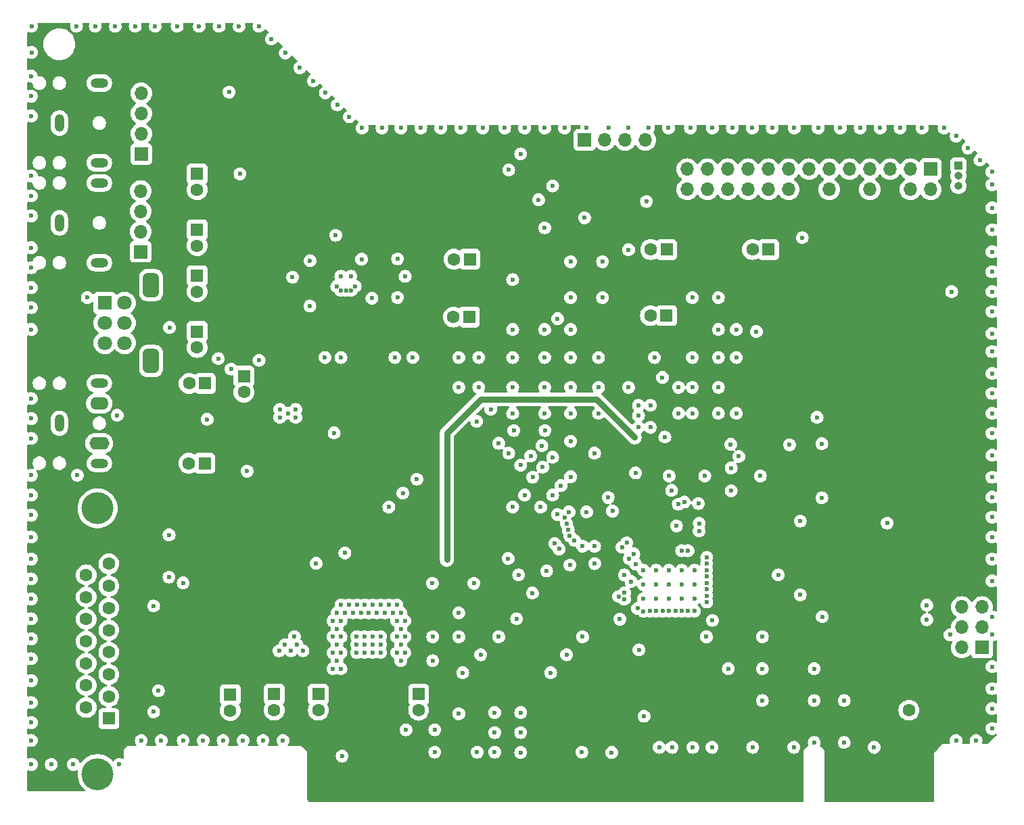
<source format=gbr>
%TF.GenerationSoftware,KiCad,Pcbnew,8.0.5-dirty*%
%TF.CreationDate,2024-11-21T15:48:24-08:00*%
%TF.ProjectId,sisyphus-pci,73697379-7068-4757-932d-7063692e6b69,rev?*%
%TF.SameCoordinates,Original*%
%TF.FileFunction,Copper,L3,Inr*%
%TF.FilePolarity,Positive*%
%FSLAX46Y46*%
G04 Gerber Fmt 4.6, Leading zero omitted, Abs format (unit mm)*
G04 Created by KiCad (PCBNEW 8.0.5-dirty) date 2024-11-21 15:48:24*
%MOMM*%
%LPD*%
G01*
G04 APERTURE LIST*
G04 Aperture macros list*
%AMRoundRect*
0 Rectangle with rounded corners*
0 $1 Rounding radius*
0 $2 $3 $4 $5 $6 $7 $8 $9 X,Y pos of 4 corners*
0 Add a 4 corners polygon primitive as box body*
4,1,4,$2,$3,$4,$5,$6,$7,$8,$9,$2,$3,0*
0 Add four circle primitives for the rounded corners*
1,1,$1+$1,$2,$3*
1,1,$1+$1,$4,$5*
1,1,$1+$1,$6,$7*
1,1,$1+$1,$8,$9*
0 Add four rect primitives between the rounded corners*
20,1,$1+$1,$2,$3,$4,$5,0*
20,1,$1+$1,$4,$5,$6,$7,0*
20,1,$1+$1,$6,$7,$8,$9,0*
20,1,$1+$1,$8,$9,$2,$3,0*%
G04 Aperture macros list end*
%TA.AperFunction,ComponentPad*%
%ADD10O,2.200000X1.200000*%
%TD*%
%TA.AperFunction,ComponentPad*%
%ADD11O,1.200000X2.200000*%
%TD*%
%TA.AperFunction,ComponentPad*%
%ADD12R,1.800000X1.800000*%
%TD*%
%TA.AperFunction,ComponentPad*%
%ADD13C,1.800000*%
%TD*%
%TA.AperFunction,ComponentPad*%
%ADD14RoundRect,0.500000X0.500000X1.000000X-0.500000X1.000000X-0.500000X-1.000000X0.500000X-1.000000X0*%
%TD*%
%TA.AperFunction,ComponentPad*%
%ADD15R,1.600000X1.600000*%
%TD*%
%TA.AperFunction,ComponentPad*%
%ADD16C,1.600000*%
%TD*%
%TA.AperFunction,ComponentPad*%
%ADD17R,1.700000X1.700000*%
%TD*%
%TA.AperFunction,ComponentPad*%
%ADD18O,1.700000X1.700000*%
%TD*%
%TA.AperFunction,ComponentPad*%
%ADD19R,1.000000X1.000000*%
%TD*%
%TA.AperFunction,ComponentPad*%
%ADD20O,1.000000X1.000000*%
%TD*%
%TA.AperFunction,ComponentPad*%
%ADD21C,4.000000*%
%TD*%
%TA.AperFunction,ComponentPad*%
%ADD22O,2.300000X1.600000*%
%TD*%
%TA.AperFunction,ComponentPad*%
%ADD23O,2.500000X1.600000*%
%TD*%
%TA.AperFunction,ViaPad*%
%ADD24C,0.600000*%
%TD*%
%TA.AperFunction,Conductor*%
%ADD25C,0.750000*%
%TD*%
%TA.AperFunction,Conductor*%
%ADD26C,0.500000*%
%TD*%
G04 APERTURE END LIST*
D10*
%TO.N,Net-(J10-Pin_4)*%
%TO.C,J9*%
X54500000Y-81876935D03*
D11*
%TO.N,GND*%
X49500000Y-86876935D03*
D10*
%TO.N,Net-(J10-Pin_1)*%
X54500000Y-91876935D03*
%TD*%
D12*
%TO.N,/VREF*%
%TO.C,RV1*%
X55182368Y-96928238D03*
D13*
%TO.N,Net-(R28-Pad1)*%
X55182368Y-99428238D03*
%TO.N,Net-(C42-Pad2)*%
X55182368Y-101928238D03*
%TO.N,/VREF*%
X57682368Y-96928238D03*
%TO.N,Net-(R27-Pad1)*%
X57682368Y-99428238D03*
%TO.N,Net-(C41-Pad2)*%
X57682368Y-101928238D03*
D14*
%TO.N,N/C*%
X60982368Y-94678238D03*
X60982368Y-104178238D03*
%TD*%
D15*
%TO.N,Net-(C32-Pad2)*%
%TO.C,C41*%
X66750000Y-93500000D03*
D16*
%TO.N,Net-(C41-Pad2)*%
X66750000Y-95500000D03*
%TD*%
D15*
%TO.N,GND*%
%TO.C,C61*%
X70900000Y-146000000D03*
D16*
%TO.N,/AVee*%
X70900000Y-148000000D03*
%TD*%
D17*
%TO.N,Net-(J3-Pin_1)*%
%TO.C,J3*%
X115250000Y-76500000D03*
D18*
%TO.N,GND*%
X117790000Y-76500000D03*
X120330000Y-76500000D03*
%TO.N,Net-(J3-Pin_4)*%
X122870000Y-76500000D03*
%TD*%
D15*
%TO.N,GND*%
%TO.C,C56*%
X76400000Y-145944888D03*
D16*
%TO.N,/-12V*%
X76400000Y-147944888D03*
%TD*%
D10*
%TO.N,Net-(J5-Pin_4)*%
%TO.C,J6*%
X54500000Y-69375000D03*
D11*
%TO.N,GND*%
X49500000Y-74375000D03*
D10*
%TO.N,Net-(J5-Pin_1)*%
X54500000Y-79375000D03*
%TD*%
D15*
%TO.N,Net-(C65-Pad1)*%
%TO.C,C65*%
X66750000Y-80750000D03*
D16*
%TO.N,Net-(J10-Pin_4)*%
X66750000Y-82750000D03*
%TD*%
D15*
%TO.N,Net-(U1-CMR)*%
%TO.C,C28*%
X125500000Y-98500000D03*
D16*
%TO.N,GND*%
X123500000Y-98500000D03*
%TD*%
D19*
%TO.N,GND*%
%TO.C,JP1*%
X162050000Y-79715000D03*
D20*
%TO.N,Net-(J4-Pin_2)*%
X162050000Y-80985000D03*
%TO.N,MCLK*%
X162050000Y-82255000D03*
%TD*%
D15*
%TO.N,/AVcc*%
%TO.C,C47*%
X94475000Y-145950140D03*
D16*
%TO.N,GND*%
X94475000Y-147950140D03*
%TD*%
D15*
%TO.N,Net-(U4-BYPASS)*%
%TO.C,C57*%
X72600000Y-106100000D03*
D16*
%TO.N,GND*%
X72600000Y-108100000D03*
%TD*%
D17*
%TO.N,GND*%
%TO.C,J4*%
X158580000Y-80150000D03*
D18*
%TO.N,Net-(J4-Pin_2)*%
X158580000Y-82690000D03*
%TO.N,GND*%
X156040000Y-80150000D03*
%TO.N,MSOUT*%
X156040000Y-82690000D03*
%TO.N,GND*%
X153500000Y-80150000D03*
%TO.N,/Vcc*%
X153500000Y-82690000D03*
%TO.N,GND*%
X150960000Y-80150000D03*
%TO.N,MSIN*%
X150960000Y-82690000D03*
%TO.N,GND*%
X148420000Y-80150000D03*
%TO.N,/Vcc*%
X148420000Y-82690000D03*
%TO.N,GND*%
X145880000Y-80150000D03*
%TO.N,unconnected-(J4-Pin_12-Pad12)*%
X145880000Y-82690000D03*
%TO.N,unconnected-(J4-Pin_13-Pad13)*%
X143340000Y-80150000D03*
%TO.N,/Vcc*%
X143340000Y-82690000D03*
%TO.N,GND*%
X140800000Y-80150000D03*
%TO.N,unconnected-(J4-Pin_16-Pad16)*%
X140800000Y-82690000D03*
%TO.N,GND*%
X138260000Y-80150000D03*
%TO.N,/+12V*%
X138260000Y-82690000D03*
%TO.N,GND*%
X135720000Y-80150000D03*
%TO.N,WBO_R*%
X135720000Y-82690000D03*
%TO.N,GND*%
X133180000Y-80150000D03*
%TO.N,/-12V*%
X133180000Y-82690000D03*
%TO.N,GND*%
X130640000Y-80150000D03*
%TO.N,WBO_L*%
X130640000Y-82690000D03*
%TO.N,GND*%
X128100000Y-80150000D03*
%TO.N,HRSTn*%
X128100000Y-82690000D03*
%TD*%
D17*
%TO.N,Net-(J5-Pin_1)*%
%TO.C,J5*%
X59750000Y-78250000D03*
D18*
%TO.N,GND*%
X59750000Y-75710000D03*
X59750000Y-73170000D03*
%TO.N,Net-(J5-Pin_4)*%
X59750000Y-70630000D03*
%TD*%
D15*
%TO.N,R_OUT*%
%TO.C,C45*%
X100837500Y-98681250D03*
D16*
%TO.N,Net-(C45-Pad2)*%
X98837500Y-98681250D03*
%TD*%
D15*
%TO.N,/Vcc*%
%TO.C,C46*%
X155850000Y-145950140D03*
D16*
%TO.N,GND*%
X155850000Y-147950140D03*
%TD*%
D15*
%TO.N,Net-(C33-Pad2)*%
%TO.C,C42*%
X66750000Y-100500000D03*
D16*
%TO.N,Net-(C42-Pad2)*%
X66750000Y-102500000D03*
%TD*%
D15*
%TO.N,Net-(C64-Pad1)*%
%TO.C,C64*%
X66750000Y-87750000D03*
D16*
%TO.N,Net-(J10-Pin_1)*%
X66750000Y-89750000D03*
%TD*%
D15*
%TO.N,Net-(U4-VOUT2)*%
%TO.C,C59*%
X67700000Y-117000000D03*
D16*
%TO.N,Net-(C59-Pad2)*%
X65700000Y-117000000D03*
%TD*%
D15*
%TO.N,/+12V*%
%TO.C,C39*%
X81927093Y-145950140D03*
D16*
%TO.N,GND*%
X81927093Y-147950140D03*
%TD*%
D21*
%TO.N,N/C*%
%TO.C,J2*%
X54280000Y-122655000D03*
X54280000Y-155955000D03*
D15*
%TO.N,Net-(J2-P9)*%
X55700000Y-149000000D03*
D16*
%TO.N,Net-(J2-P13)*%
X55700000Y-146230000D03*
%TO.N,Net-(J2-Pad3)*%
X55700000Y-143460000D03*
%TO.N,GND*%
X55700000Y-140690000D03*
X55700000Y-137920000D03*
%TO.N,Net-(J2-Pad6)*%
X55700000Y-135150000D03*
%TO.N,Net-(U1-SWB)*%
X55700000Y-132380000D03*
%TO.N,Net-(J2-P9)*%
X55700000Y-129610000D03*
X52860000Y-147615000D03*
%TO.N,Net-(J2-P10)*%
X52860000Y-144845000D03*
%TO.N,Net-(J2-P111)*%
X52860000Y-142075000D03*
%TO.N,Net-(J2-P12)*%
X52860000Y-139305000D03*
%TO.N,Net-(J2-P13)*%
X52860000Y-136535000D03*
%TO.N,Net-(J2-P14)*%
X52860000Y-133765000D03*
%TO.N,Net-(J2-P15)*%
X52860000Y-130995000D03*
%TD*%
D15*
%TO.N,Net-(U4-VOUT1)*%
%TO.C,C58*%
X67750000Y-107000000D03*
D16*
%TO.N,Net-(C58-Pad2)*%
X65750000Y-107000000D03*
%TD*%
D15*
%TO.N,/+12V*%
%TO.C,C38*%
X138275000Y-90225000D03*
D16*
%TO.N,GND*%
X136275000Y-90225000D03*
%TD*%
D15*
%TO.N,L_OUT*%
%TO.C,C44*%
X100887500Y-91431250D03*
D16*
%TO.N,Net-(C44-Pad2)*%
X98887500Y-91431250D03*
%TD*%
D15*
%TO.N,/-12V*%
%TO.C,C30*%
X125525000Y-90225000D03*
D16*
%TO.N,GND*%
X123525000Y-90225000D03*
%TD*%
D17*
%TO.N,PCPCIGNTn*%
%TO.C,J8*%
X165000000Y-140100000D03*
D18*
%TO.N,unconnected-(J8-Pin_2-Pad2)*%
X162460000Y-140100000D03*
%TO.N,GND*%
X165000000Y-137560000D03*
%TO.N,PCPCIREQn*%
X162460000Y-137560000D03*
%TO.N,GND*%
X165000000Y-135020000D03*
%TO.N,SIRQ*%
X162460000Y-135020000D03*
%TD*%
D17*
%TO.N,Net-(J10-Pin_1)*%
%TO.C,J10*%
X59700000Y-90500000D03*
D18*
%TO.N,GND*%
X59700000Y-87960000D03*
X59700000Y-85420000D03*
%TO.N,Net-(J10-Pin_4)*%
X59700000Y-82880000D03*
%TD*%
D10*
%TO.N,Net-(C58-Pad2)*%
%TO.C,J7*%
X54500000Y-107000000D03*
D22*
%TO.N,SHUTDOWN*%
X54500000Y-109500000D03*
D11*
%TO.N,GND*%
X49500000Y-112000000D03*
D10*
%TO.N,Net-(C59-Pad2)*%
X54500000Y-117000000D03*
D23*
%TO.N,unconnected-(J7-PadTN)*%
X54500000Y-114500000D03*
%TD*%
D24*
%TO.N,GND*%
X113500000Y-96250000D03*
X122600000Y-134000000D03*
X117000000Y-110750000D03*
X158100000Y-136600000D03*
X158100000Y-134800000D03*
X166250000Y-108250000D03*
X142250000Y-124250000D03*
X122600000Y-132200000D03*
X117500000Y-96250000D03*
X87337500Y-91431250D03*
X134250000Y-110750000D03*
X46000000Y-83500000D03*
X89900000Y-75000000D03*
X87750000Y-134750000D03*
X106250000Y-122500000D03*
X101400000Y-132050000D03*
X111000000Y-143250000D03*
X166250000Y-98000000D03*
X89725000Y-140725000D03*
X113500000Y-91750000D03*
X140900000Y-114700000D03*
X84750000Y-103750000D03*
X137500000Y-146750000D03*
X63300000Y-100000000D03*
X69500000Y-62250000D03*
X64250000Y-62250000D03*
X88725000Y-140725000D03*
X111250000Y-116250000D03*
X123250000Y-75000000D03*
X166250000Y-150250000D03*
X106250000Y-103750000D03*
X104000000Y-148250000D03*
X110250000Y-103750000D03*
X128500000Y-75000000D03*
X84750000Y-134750000D03*
X84750000Y-138750000D03*
X74500000Y-62250000D03*
X166250000Y-87750000D03*
X113300000Y-123100000D03*
X112300000Y-119800000D03*
X166250000Y-142500000D03*
X120750000Y-107500000D03*
X108500000Y-116100000D03*
X107250000Y-148250000D03*
X96250000Y-138750000D03*
X124200000Y-134000000D03*
X104000000Y-150750000D03*
X137250000Y-118600000D03*
X63240000Y-125980000D03*
X46000000Y-131500000D03*
X132000000Y-100250000D03*
X128750000Y-107500000D03*
X76050000Y-63850000D03*
X53000000Y-96250000D03*
X87725000Y-140725000D03*
X46000000Y-86000000D03*
X46000000Y-111400000D03*
X110000000Y-117500000D03*
X130300000Y-118600000D03*
X118200000Y-121300000D03*
X122000000Y-112500000D03*
X46000000Y-149500000D03*
X126150000Y-120400000D03*
X166250000Y-103000000D03*
X72500000Y-151750000D03*
X71000000Y-105200000D03*
X118250000Y-75000000D03*
X77500000Y-151750000D03*
X91750000Y-134750000D03*
X164750000Y-79000000D03*
X152250000Y-75000000D03*
X113500000Y-107500000D03*
X129000000Y-134000000D03*
X127400000Y-130400000D03*
X114900000Y-153200000D03*
X110250000Y-100250000D03*
X109750000Y-122500000D03*
X147750000Y-146750000D03*
X92250000Y-75000000D03*
X97250000Y-75000000D03*
X131250000Y-75000000D03*
X59000000Y-62250000D03*
X141450000Y-152600000D03*
X161000000Y-138500000D03*
X128800000Y-152610000D03*
X137500000Y-138750000D03*
X85987500Y-93581250D03*
X166250000Y-93000000D03*
X80887500Y-91631250D03*
X166250000Y-82100000D03*
X92500000Y-120750000D03*
X124200000Y-132200000D03*
X90750000Y-122500000D03*
X51650000Y-62250000D03*
X99500000Y-138750000D03*
X129000000Y-132200000D03*
X106250000Y-107500000D03*
X46000000Y-147000000D03*
X166250000Y-110750000D03*
X63230000Y-131280000D03*
X46000000Y-100250000D03*
X81300000Y-69100000D03*
X86037500Y-95331250D03*
X92250000Y-141750000D03*
X127400000Y-132200000D03*
X77800000Y-65600000D03*
X96250000Y-141750000D03*
X144500000Y-75000000D03*
X88250000Y-135750000D03*
X106250000Y-100250000D03*
X86725000Y-138725000D03*
X122000000Y-111000000D03*
X46000000Y-113900000D03*
X56750000Y-111000000D03*
X144950000Y-114550000D03*
X96500000Y-150400000D03*
X141500000Y-75000000D03*
X134250000Y-100250000D03*
X123500000Y-109750000D03*
X104500000Y-114500000D03*
X67000000Y-62250000D03*
X157500000Y-75000000D03*
X109500000Y-84000000D03*
X77100000Y-110250000D03*
X103500000Y-110250000D03*
X147750000Y-152000000D03*
X110250000Y-107500000D03*
X166250000Y-147750000D03*
X131200000Y-152600000D03*
X122600000Y-130400000D03*
X84087500Y-88431250D03*
X46000000Y-92500000D03*
X166250000Y-138500000D03*
X109900000Y-114800000D03*
X61900000Y-145500000D03*
X99500000Y-103750000D03*
X116500000Y-127409019D03*
X136300000Y-152600000D03*
X61500000Y-62250000D03*
X125000000Y-106250000D03*
X86725000Y-140725000D03*
X123500000Y-112500000D03*
X91750000Y-140750000D03*
X54000000Y-62250000D03*
X115500000Y-75000000D03*
X144000000Y-152000000D03*
X113425000Y-129750000D03*
X93750000Y-103750000D03*
X92750000Y-138750000D03*
X91837500Y-96231250D03*
X86250000Y-135750000D03*
X132000000Y-96250000D03*
X113500000Y-118700000D03*
X132000000Y-110750000D03*
X46000000Y-141500000D03*
X46000000Y-129000000D03*
X105750000Y-115750000D03*
X88725000Y-139725000D03*
X125800000Y-132200000D03*
X70000000Y-151750000D03*
X84300000Y-72100000D03*
X65000000Y-151750000D03*
X166250000Y-118750000D03*
X132000000Y-107500000D03*
X99500000Y-148400000D03*
X46000000Y-139000000D03*
X166250000Y-136250000D03*
X125800000Y-134000000D03*
X92250000Y-139750000D03*
X83750000Y-136750000D03*
X83750000Y-142750000D03*
X139500000Y-131000000D03*
X104000000Y-153200000D03*
X144000000Y-142750000D03*
X92250000Y-135750000D03*
X110250000Y-110750000D03*
X77100000Y-111250000D03*
X91750000Y-138750000D03*
X147250000Y-75000000D03*
X77000000Y-140500000D03*
X142250000Y-133500000D03*
X89750000Y-134750000D03*
X113500000Y-103750000D03*
X124600000Y-152600000D03*
X94750000Y-75000000D03*
X166250000Y-100750000D03*
X46025000Y-65525000D03*
X161200000Y-95500000D03*
X82750000Y-103750000D03*
X118650000Y-153250000D03*
X120750000Y-75000000D03*
X46000000Y-108900000D03*
X51250000Y-154750000D03*
X106750000Y-136500000D03*
X130500000Y-138750000D03*
X87400000Y-75000000D03*
X46000000Y-95000000D03*
X105750000Y-80250000D03*
X85750000Y-134750000D03*
X56500000Y-62250000D03*
X100000000Y-143250000D03*
X83750000Y-140750000D03*
X46025000Y-62250000D03*
X79250000Y-139750000D03*
X124200000Y-130400000D03*
X46000000Y-90000000D03*
X166250000Y-85000000D03*
X106250000Y-94000000D03*
X115000000Y-138750000D03*
X124000000Y-103750000D03*
X166250000Y-126250000D03*
X46000000Y-121000000D03*
X101750000Y-111750000D03*
X163250000Y-77500000D03*
X92750000Y-140750000D03*
X99750000Y-75000000D03*
X166250000Y-80500000D03*
X91750000Y-136750000D03*
X117500000Y-91750000D03*
X131250000Y-136700000D03*
X99500000Y-107500000D03*
X91500000Y-103750000D03*
X138750000Y-75000000D03*
X86750000Y-134750000D03*
X84737500Y-93581250D03*
X102500000Y-75000000D03*
X133750000Y-75000000D03*
X88750000Y-134750000D03*
X79100000Y-110250000D03*
X113500000Y-114250000D03*
X125800000Y-130400000D03*
X128750000Y-110750000D03*
X46000000Y-136500000D03*
X154750000Y-75000000D03*
X87725000Y-139725000D03*
X85250000Y-128250000D03*
X86725000Y-139725000D03*
X166250000Y-105750000D03*
X110250000Y-87500000D03*
X91250000Y-135750000D03*
X46000000Y-68500000D03*
X128750000Y-103750000D03*
X116500000Y-115750000D03*
X90250000Y-135750000D03*
X137500000Y-142750000D03*
X117000000Y-103750000D03*
X78100000Y-110750000D03*
X126200000Y-152600000D03*
X87250000Y-135750000D03*
X113000000Y-141000000D03*
X122700000Y-148700000D03*
X96500000Y-153200000D03*
X84750000Y-140750000D03*
X151500000Y-152600000D03*
X133600000Y-120450000D03*
X111250000Y-82250000D03*
X85250000Y-135750000D03*
X125825000Y-118600000D03*
X46000000Y-71000000D03*
X118750000Y-123000000D03*
X46000000Y-81000000D03*
X106250000Y-110750000D03*
X108750000Y-118750000D03*
X133250000Y-142750000D03*
X80862500Y-97306250D03*
X99500000Y-135750000D03*
X57000000Y-154750000D03*
X127000000Y-107500000D03*
X106400000Y-112900000D03*
X84750000Y-142750000D03*
X144000000Y-146750000D03*
X112750000Y-75000000D03*
X122050000Y-140400000D03*
X84250000Y-135750000D03*
X46000000Y-151750000D03*
X46000000Y-154750000D03*
X125300000Y-113725000D03*
X79100000Y-111250000D03*
X83750000Y-138750000D03*
X87725000Y-138725000D03*
X121625000Y-118220015D03*
X92250000Y-137750000D03*
X115250000Y-86250000D03*
X85800000Y-73600000D03*
X166250000Y-116000000D03*
X133600000Y-117600000D03*
X125750000Y-75000000D03*
X46000000Y-126250000D03*
X84250000Y-141750000D03*
X84250000Y-139750000D03*
X84237500Y-94831250D03*
X117000000Y-107500000D03*
X78500000Y-140500000D03*
X164250000Y-151750000D03*
X84737500Y-95331250D03*
X59750000Y-151750000D03*
X46000000Y-118500000D03*
X127000000Y-110750000D03*
X89250000Y-135750000D03*
X107250000Y-150750000D03*
X128750000Y-96250000D03*
X101800000Y-153200000D03*
X104500000Y-138750000D03*
X127400000Y-134000000D03*
X113500000Y-110750000D03*
X166250000Y-129000000D03*
X115500000Y-123100000D03*
X129000000Y-130400000D03*
X110300000Y-112900000D03*
X161750000Y-151750000D03*
X92750000Y-136750000D03*
X69400000Y-103900000D03*
X80000000Y-140500000D03*
X107250000Y-117250000D03*
X149750000Y-75000000D03*
X62250000Y-151750000D03*
X166250000Y-90500000D03*
X46000000Y-123500000D03*
X166250000Y-95500000D03*
X113500000Y-100250000D03*
X94250000Y-119000000D03*
X90750000Y-134750000D03*
X111250000Y-121000000D03*
X48500000Y-154750000D03*
X166250000Y-113250000D03*
X145000000Y-136250000D03*
X46000000Y-73500000D03*
X79600000Y-67450000D03*
X166250000Y-121250000D03*
X46000000Y-144250000D03*
X67500000Y-151750000D03*
X102000000Y-103750000D03*
X110250000Y-75000000D03*
X89725000Y-139725000D03*
X160250000Y-75000000D03*
X89725000Y-138725000D03*
X107750000Y-75000000D03*
X102250000Y-141000000D03*
X72000000Y-62250000D03*
X96200000Y-132050000D03*
X161750000Y-76000000D03*
X91837500Y-91393750D03*
X107750000Y-121000000D03*
X82800000Y-70600000D03*
X166250000Y-123750000D03*
X166250000Y-131750000D03*
X166250000Y-145250000D03*
X88725000Y-138725000D03*
X136250000Y-75000000D03*
X133550000Y-114650000D03*
X46000000Y-134000000D03*
X122000000Y-109750000D03*
X144350000Y-111250000D03*
X46000000Y-97500000D03*
X84250000Y-137750000D03*
X77750000Y-139750000D03*
X116525000Y-129575000D03*
X102000000Y-107500000D03*
X134250000Y-103750000D03*
X92900000Y-150400000D03*
X132000000Y-103750000D03*
X86537500Y-94831250D03*
X84750000Y-136750000D03*
X85387497Y-95331250D03*
X105250000Y-75000000D03*
X75000000Y-151750000D03*
X107250000Y-153250000D03*
X107250000Y-78250000D03*
%TO.N,Net-(J2-P14)*%
X112990268Y-124575000D03*
X127729498Y-121861986D03*
%TO.N,Net-(J2-P10)*%
X112058875Y-127745000D03*
X127400000Y-127961862D03*
%TO.N,Net-(U1-SWB)*%
X126977091Y-122133801D03*
X112745983Y-123813207D03*
%TO.N,Net-(J2-P13)*%
X61300000Y-148150000D03*
X113401222Y-126121320D03*
X126753975Y-124853975D03*
X65000000Y-132000000D03*
X61300000Y-134890000D03*
%TO.N,Net-(U1-TD)*%
X113983415Y-126670000D03*
X144950000Y-121350000D03*
X129600000Y-124539898D03*
%TO.N,/Vcc*%
X61290000Y-126035000D03*
X61290000Y-131225000D03*
X94500000Y-151900000D03*
X99500000Y-151900000D03*
X157500000Y-152750000D03*
X87470000Y-152300000D03*
X155500000Y-150750000D03*
X91900000Y-151900000D03*
X133900000Y-135200000D03*
X114750000Y-129500000D03*
X155500000Y-152750000D03*
X63240000Y-145560000D03*
X157500000Y-150750000D03*
X120150000Y-140400000D03*
X64200000Y-119300000D03*
X156500000Y-151750000D03*
X137300000Y-129250000D03*
%TO.N,Net-(U1-TA)*%
X128200003Y-127961862D03*
X111527734Y-127072266D03*
%TO.N,Net-(U1-TB)*%
X113197325Y-125347741D03*
X129496930Y-122049998D03*
%TO.N,Net-(U1-TC)*%
X129589825Y-125489825D03*
X115000000Y-127400000D03*
%TO.N,/AVcc*%
X83900000Y-113200000D03*
X121525000Y-113775000D03*
X98000000Y-113250000D03*
X98000000Y-129100000D03*
X78687500Y-93681250D03*
%TO.N,WBO_R*%
X134550000Y-116150000D03*
X142500000Y-88750000D03*
%TO.N,Net-(U1-AUXAR)*%
X123000000Y-84199999D03*
X120750000Y-90250000D03*
%TO.N,/-12V*%
X78935000Y-138735000D03*
%TO.N,/AVee*%
X81650000Y-129550000D03*
X92787500Y-93581250D03*
%TO.N,LINE-IN_R*%
X111875000Y-98900000D03*
X70750000Y-70500000D03*
%TO.N,Net-(J1-TDI)*%
X84900000Y-153700000D03*
%TO.N,/HAD20*%
X123406705Y-135524832D03*
%TO.N,/HAD26*%
X120250000Y-134050003D03*
%TO.N,/HAD22*%
X122606954Y-135544876D03*
%TO.N,HIDSEL*%
X121887378Y-135195285D03*
%TO.N,/HAD2*%
X130544143Y-129592029D03*
%TO.N,/HAD11*%
X130533755Y-133592971D03*
%TO.N,/HAD24*%
X119662503Y-136537497D03*
%TO.N,/HAD18*%
X124216984Y-135537806D03*
%TO.N,/HAD13*%
X130544876Y-134393046D03*
%TO.N,HPAR*%
X128216989Y-135537804D03*
%TO.N,HSTOPn*%
X127416989Y-135537803D03*
%TO.N,/HAD16*%
X125016984Y-135537807D03*
%TO.N,/HAD0*%
X130544143Y-128792029D03*
%TO.N,/HAD9*%
X130544876Y-132793046D03*
%TO.N,HTRDYn*%
X126616988Y-135537806D03*
%TO.N,INTAn*%
X105687500Y-128937500D03*
%TO.N,/HAD15*%
X129016989Y-135537803D03*
%TO.N,Net-(J1-RESERVED-PadA9)*%
X107000000Y-131000000D03*
%TO.N,HFRAMEn*%
X125816986Y-135537808D03*
%TO.N,/HAD30*%
X120250000Y-133250000D03*
%TO.N,HGNTn*%
X121065687Y-131815687D03*
%TO.N,/HAD4*%
X130544244Y-130392171D03*
%TO.N,HRSTn*%
X136750000Y-100500000D03*
X108725000Y-133275000D03*
%TO.N,/HAD6*%
X130544876Y-131193046D03*
%TO.N,HCBET0n*%
X130544876Y-131993046D03*
%TO.N,/HAD28*%
X119512026Y-133708863D03*
%TO.N,MSOUT*%
X120532982Y-126978078D03*
X153125000Y-124500000D03*
%TO.N,MSIN*%
X119932982Y-127509453D03*
X111850000Y-123425735D03*
%TO.N,PCPCIGNTn*%
X121625000Y-129625000D03*
%TO.N,SIRQ*%
X121411942Y-128361862D03*
%TO.N,PCPCIREQn*%
X120846256Y-128961862D03*
%TO.N,CLKRUNn*%
X120250000Y-131000000D03*
X110500000Y-130500000D03*
%TO.N,Net-(U2C--)*%
X72112500Y-80750000D03*
X88637500Y-96331250D03*
%TO.N,Net-(R27-Pad1)*%
X74500000Y-104100000D03*
%TO.N,Net-(R28-Pad1)*%
X73000000Y-118000000D03*
X51750000Y-118500000D03*
%TO.N,/VREF*%
X68000000Y-111500000D03*
%TD*%
D25*
%TO.N,/AVcc*%
X98000000Y-113250000D02*
X102250000Y-109000000D01*
D26*
X102250000Y-109000000D02*
X98150000Y-113100000D01*
D25*
X102250000Y-109000000D02*
X116750000Y-109000000D01*
X116750000Y-109000000D02*
X121525000Y-113775000D01*
X98000000Y-129100000D02*
X98000000Y-113250000D01*
%TD*%
%TA.AperFunction,Conductor*%
%TO.N,/Vcc*%
G36*
X50851472Y-61820185D02*
G01*
X50897227Y-61872989D01*
X50907171Y-61942147D01*
X50901474Y-61965455D01*
X50864633Y-62070737D01*
X50864630Y-62070750D01*
X50844435Y-62249996D01*
X50844435Y-62250003D01*
X50864630Y-62429249D01*
X50864631Y-62429254D01*
X50924211Y-62599523D01*
X50972036Y-62675635D01*
X51020184Y-62752262D01*
X51147738Y-62879816D01*
X51238080Y-62936582D01*
X51296817Y-62973489D01*
X51300478Y-62975789D01*
X51402706Y-63011560D01*
X51470745Y-63035368D01*
X51470750Y-63035369D01*
X51649996Y-63055565D01*
X51650000Y-63055565D01*
X51650004Y-63055565D01*
X51829249Y-63035369D01*
X51829252Y-63035368D01*
X51829255Y-63035368D01*
X51999522Y-62975789D01*
X52152262Y-62879816D01*
X52279816Y-62752262D01*
X52375789Y-62599522D01*
X52435368Y-62429255D01*
X52455565Y-62250000D01*
X52435368Y-62070745D01*
X52435367Y-62070743D01*
X52435366Y-62070737D01*
X52398526Y-61965455D01*
X52394964Y-61895676D01*
X52429692Y-61835049D01*
X52491686Y-61802821D01*
X52515567Y-61800500D01*
X53134433Y-61800500D01*
X53201472Y-61820185D01*
X53247227Y-61872989D01*
X53257171Y-61942147D01*
X53251474Y-61965455D01*
X53214633Y-62070737D01*
X53214630Y-62070750D01*
X53194435Y-62249996D01*
X53194435Y-62250003D01*
X53214630Y-62429249D01*
X53214631Y-62429254D01*
X53274211Y-62599523D01*
X53322036Y-62675635D01*
X53370184Y-62752262D01*
X53497738Y-62879816D01*
X53588080Y-62936582D01*
X53646817Y-62973489D01*
X53650478Y-62975789D01*
X53752706Y-63011560D01*
X53820745Y-63035368D01*
X53820750Y-63035369D01*
X53999996Y-63055565D01*
X54000000Y-63055565D01*
X54000004Y-63055565D01*
X54179249Y-63035369D01*
X54179252Y-63035368D01*
X54179255Y-63035368D01*
X54349522Y-62975789D01*
X54502262Y-62879816D01*
X54629816Y-62752262D01*
X54725789Y-62599522D01*
X54785368Y-62429255D01*
X54805565Y-62250000D01*
X54785368Y-62070745D01*
X54785367Y-62070743D01*
X54785366Y-62070737D01*
X54748526Y-61965455D01*
X54744964Y-61895676D01*
X54779692Y-61835049D01*
X54841686Y-61802821D01*
X54865567Y-61800500D01*
X55634433Y-61800500D01*
X55701472Y-61820185D01*
X55747227Y-61872989D01*
X55757171Y-61942147D01*
X55751474Y-61965455D01*
X55714633Y-62070737D01*
X55714630Y-62070750D01*
X55694435Y-62249996D01*
X55694435Y-62250003D01*
X55714630Y-62429249D01*
X55714631Y-62429254D01*
X55774211Y-62599523D01*
X55822036Y-62675635D01*
X55870184Y-62752262D01*
X55997738Y-62879816D01*
X56088080Y-62936582D01*
X56146817Y-62973489D01*
X56150478Y-62975789D01*
X56252706Y-63011560D01*
X56320745Y-63035368D01*
X56320750Y-63035369D01*
X56499996Y-63055565D01*
X56500000Y-63055565D01*
X56500004Y-63055565D01*
X56679249Y-63035369D01*
X56679252Y-63035368D01*
X56679255Y-63035368D01*
X56849522Y-62975789D01*
X57002262Y-62879816D01*
X57129816Y-62752262D01*
X57225789Y-62599522D01*
X57285368Y-62429255D01*
X57305565Y-62250000D01*
X57285368Y-62070745D01*
X57285367Y-62070743D01*
X57285366Y-62070737D01*
X57248526Y-61965455D01*
X57244964Y-61895676D01*
X57279692Y-61835049D01*
X57341686Y-61802821D01*
X57365567Y-61800500D01*
X58134433Y-61800500D01*
X58201472Y-61820185D01*
X58247227Y-61872989D01*
X58257171Y-61942147D01*
X58251474Y-61965455D01*
X58214633Y-62070737D01*
X58214630Y-62070750D01*
X58194435Y-62249996D01*
X58194435Y-62250003D01*
X58214630Y-62429249D01*
X58214631Y-62429254D01*
X58274211Y-62599523D01*
X58322036Y-62675635D01*
X58370184Y-62752262D01*
X58497738Y-62879816D01*
X58588080Y-62936582D01*
X58646817Y-62973489D01*
X58650478Y-62975789D01*
X58752706Y-63011560D01*
X58820745Y-63035368D01*
X58820750Y-63035369D01*
X58999996Y-63055565D01*
X59000000Y-63055565D01*
X59000004Y-63055565D01*
X59179249Y-63035369D01*
X59179252Y-63035368D01*
X59179255Y-63035368D01*
X59349522Y-62975789D01*
X59502262Y-62879816D01*
X59629816Y-62752262D01*
X59725789Y-62599522D01*
X59785368Y-62429255D01*
X59805565Y-62250000D01*
X59785368Y-62070745D01*
X59785367Y-62070743D01*
X59785366Y-62070737D01*
X59748526Y-61965455D01*
X59744964Y-61895676D01*
X59779692Y-61835049D01*
X59841686Y-61802821D01*
X59865567Y-61800500D01*
X60634433Y-61800500D01*
X60701472Y-61820185D01*
X60747227Y-61872989D01*
X60757171Y-61942147D01*
X60751474Y-61965455D01*
X60714633Y-62070737D01*
X60714630Y-62070750D01*
X60694435Y-62249996D01*
X60694435Y-62250003D01*
X60714630Y-62429249D01*
X60714631Y-62429254D01*
X60774211Y-62599523D01*
X60822036Y-62675635D01*
X60870184Y-62752262D01*
X60997738Y-62879816D01*
X61088080Y-62936582D01*
X61146817Y-62973489D01*
X61150478Y-62975789D01*
X61252706Y-63011560D01*
X61320745Y-63035368D01*
X61320750Y-63035369D01*
X61499996Y-63055565D01*
X61500000Y-63055565D01*
X61500004Y-63055565D01*
X61679249Y-63035369D01*
X61679252Y-63035368D01*
X61679255Y-63035368D01*
X61849522Y-62975789D01*
X62002262Y-62879816D01*
X62129816Y-62752262D01*
X62225789Y-62599522D01*
X62285368Y-62429255D01*
X62305565Y-62250000D01*
X62285368Y-62070745D01*
X62285367Y-62070743D01*
X62285366Y-62070737D01*
X62248526Y-61965455D01*
X62244964Y-61895676D01*
X62279692Y-61835049D01*
X62341686Y-61802821D01*
X62365567Y-61800500D01*
X63384433Y-61800500D01*
X63451472Y-61820185D01*
X63497227Y-61872989D01*
X63507171Y-61942147D01*
X63501474Y-61965455D01*
X63464633Y-62070737D01*
X63464630Y-62070750D01*
X63444435Y-62249996D01*
X63444435Y-62250003D01*
X63464630Y-62429249D01*
X63464631Y-62429254D01*
X63524211Y-62599523D01*
X63572036Y-62675635D01*
X63620184Y-62752262D01*
X63747738Y-62879816D01*
X63838080Y-62936582D01*
X63896817Y-62973489D01*
X63900478Y-62975789D01*
X64002706Y-63011560D01*
X64070745Y-63035368D01*
X64070750Y-63035369D01*
X64249996Y-63055565D01*
X64250000Y-63055565D01*
X64250004Y-63055565D01*
X64429249Y-63035369D01*
X64429252Y-63035368D01*
X64429255Y-63035368D01*
X64599522Y-62975789D01*
X64752262Y-62879816D01*
X64879816Y-62752262D01*
X64975789Y-62599522D01*
X65035368Y-62429255D01*
X65055565Y-62250000D01*
X65035368Y-62070745D01*
X65035367Y-62070743D01*
X65035366Y-62070737D01*
X64998526Y-61965455D01*
X64994964Y-61895676D01*
X65029692Y-61835049D01*
X65091686Y-61802821D01*
X65115567Y-61800500D01*
X66134433Y-61800500D01*
X66201472Y-61820185D01*
X66247227Y-61872989D01*
X66257171Y-61942147D01*
X66251474Y-61965455D01*
X66214633Y-62070737D01*
X66214630Y-62070750D01*
X66194435Y-62249996D01*
X66194435Y-62250003D01*
X66214630Y-62429249D01*
X66214631Y-62429254D01*
X66274211Y-62599523D01*
X66322036Y-62675635D01*
X66370184Y-62752262D01*
X66497738Y-62879816D01*
X66588080Y-62936582D01*
X66646817Y-62973489D01*
X66650478Y-62975789D01*
X66752706Y-63011560D01*
X66820745Y-63035368D01*
X66820750Y-63035369D01*
X66999996Y-63055565D01*
X67000000Y-63055565D01*
X67000004Y-63055565D01*
X67179249Y-63035369D01*
X67179252Y-63035368D01*
X67179255Y-63035368D01*
X67349522Y-62975789D01*
X67502262Y-62879816D01*
X67629816Y-62752262D01*
X67725789Y-62599522D01*
X67785368Y-62429255D01*
X67805565Y-62250000D01*
X67785368Y-62070745D01*
X67785367Y-62070743D01*
X67785366Y-62070737D01*
X67748526Y-61965455D01*
X67744964Y-61895676D01*
X67779692Y-61835049D01*
X67841686Y-61802821D01*
X67865567Y-61800500D01*
X68634433Y-61800500D01*
X68701472Y-61820185D01*
X68747227Y-61872989D01*
X68757171Y-61942147D01*
X68751474Y-61965455D01*
X68714633Y-62070737D01*
X68714630Y-62070750D01*
X68694435Y-62249996D01*
X68694435Y-62250003D01*
X68714630Y-62429249D01*
X68714631Y-62429254D01*
X68774211Y-62599523D01*
X68822036Y-62675635D01*
X68870184Y-62752262D01*
X68997738Y-62879816D01*
X69088080Y-62936582D01*
X69146817Y-62973489D01*
X69150478Y-62975789D01*
X69252706Y-63011560D01*
X69320745Y-63035368D01*
X69320750Y-63035369D01*
X69499996Y-63055565D01*
X69500000Y-63055565D01*
X69500004Y-63055565D01*
X69679249Y-63035369D01*
X69679252Y-63035368D01*
X69679255Y-63035368D01*
X69849522Y-62975789D01*
X70002262Y-62879816D01*
X70129816Y-62752262D01*
X70225789Y-62599522D01*
X70285368Y-62429255D01*
X70305565Y-62250000D01*
X70285368Y-62070745D01*
X70285367Y-62070743D01*
X70285366Y-62070737D01*
X70248526Y-61965455D01*
X70244964Y-61895676D01*
X70279692Y-61835049D01*
X70341686Y-61802821D01*
X70365567Y-61800500D01*
X71134433Y-61800500D01*
X71201472Y-61820185D01*
X71247227Y-61872989D01*
X71257171Y-61942147D01*
X71251474Y-61965455D01*
X71214633Y-62070737D01*
X71214630Y-62070750D01*
X71194435Y-62249996D01*
X71194435Y-62250003D01*
X71214630Y-62429249D01*
X71214631Y-62429254D01*
X71274211Y-62599523D01*
X71322036Y-62675635D01*
X71370184Y-62752262D01*
X71497738Y-62879816D01*
X71588080Y-62936582D01*
X71646817Y-62973489D01*
X71650478Y-62975789D01*
X71752706Y-63011560D01*
X71820745Y-63035368D01*
X71820750Y-63035369D01*
X71999996Y-63055565D01*
X72000000Y-63055565D01*
X72000004Y-63055565D01*
X72179249Y-63035369D01*
X72179252Y-63035368D01*
X72179255Y-63035368D01*
X72349522Y-62975789D01*
X72502262Y-62879816D01*
X72629816Y-62752262D01*
X72725789Y-62599522D01*
X72785368Y-62429255D01*
X72805565Y-62250000D01*
X72785368Y-62070745D01*
X72785367Y-62070743D01*
X72785366Y-62070737D01*
X72748526Y-61965455D01*
X72744964Y-61895676D01*
X72779692Y-61835049D01*
X72841686Y-61802821D01*
X72865567Y-61800500D01*
X73634433Y-61800500D01*
X73701472Y-61820185D01*
X73747227Y-61872989D01*
X73757171Y-61942147D01*
X73751474Y-61965455D01*
X73714633Y-62070737D01*
X73714630Y-62070750D01*
X73694435Y-62249996D01*
X73694435Y-62250003D01*
X73714630Y-62429249D01*
X73714631Y-62429254D01*
X73774211Y-62599523D01*
X73822036Y-62675635D01*
X73870184Y-62752262D01*
X73997738Y-62879816D01*
X74088080Y-62936582D01*
X74146817Y-62973489D01*
X74150478Y-62975789D01*
X74252706Y-63011560D01*
X74320745Y-63035368D01*
X74320750Y-63035369D01*
X74499996Y-63055565D01*
X74500000Y-63055565D01*
X74500004Y-63055565D01*
X74679249Y-63035369D01*
X74679252Y-63035368D01*
X74679255Y-63035368D01*
X74849522Y-62975789D01*
X75002262Y-62879816D01*
X75129816Y-62752262D01*
X75187794Y-62659989D01*
X75240127Y-62613700D01*
X75309181Y-62603051D01*
X75373029Y-62631426D01*
X75380468Y-62638282D01*
X75692423Y-62950237D01*
X75725908Y-63011560D01*
X75720924Y-63081252D01*
X75679052Y-63137185D01*
X75670715Y-63142911D01*
X75547739Y-63220182D01*
X75420184Y-63347737D01*
X75324211Y-63500476D01*
X75264631Y-63670745D01*
X75264630Y-63670750D01*
X75244435Y-63849996D01*
X75244435Y-63850003D01*
X75264630Y-64029249D01*
X75264631Y-64029254D01*
X75324211Y-64199523D01*
X75420184Y-64352262D01*
X75547738Y-64479816D01*
X75700478Y-64575789D01*
X75870745Y-64635368D01*
X75870750Y-64635369D01*
X76049996Y-64655565D01*
X76050000Y-64655565D01*
X76050004Y-64655565D01*
X76229249Y-64635369D01*
X76229252Y-64635368D01*
X76229255Y-64635368D01*
X76399522Y-64575789D01*
X76552262Y-64479816D01*
X76679816Y-64352262D01*
X76757088Y-64229283D01*
X76809422Y-64182994D01*
X76878475Y-64172346D01*
X76942324Y-64200721D01*
X76949762Y-64207576D01*
X77442423Y-64700237D01*
X77475908Y-64761560D01*
X77470924Y-64831252D01*
X77429052Y-64887185D01*
X77420715Y-64892911D01*
X77297739Y-64970182D01*
X77170184Y-65097737D01*
X77074211Y-65250476D01*
X77014631Y-65420745D01*
X77014630Y-65420750D01*
X76994435Y-65599996D01*
X76994435Y-65600003D01*
X77014630Y-65779249D01*
X77014631Y-65779254D01*
X77074211Y-65949523D01*
X77123058Y-66027262D01*
X77170184Y-66102262D01*
X77297738Y-66229816D01*
X77388080Y-66286582D01*
X77425935Y-66310368D01*
X77450478Y-66325789D01*
X77620745Y-66385368D01*
X77620750Y-66385369D01*
X77799996Y-66405565D01*
X77800000Y-66405565D01*
X77800004Y-66405565D01*
X77979249Y-66385369D01*
X77979252Y-66385368D01*
X77979255Y-66385368D01*
X78149522Y-66325789D01*
X78302262Y-66229816D01*
X78429816Y-66102262D01*
X78507088Y-65979283D01*
X78559422Y-65932994D01*
X78628475Y-65922346D01*
X78692324Y-65950721D01*
X78699762Y-65957576D01*
X79273129Y-66530943D01*
X79306614Y-66592266D01*
X79301630Y-66661958D01*
X79259758Y-66717891D01*
X79251421Y-66723617D01*
X79097739Y-66820182D01*
X78970184Y-66947737D01*
X78874211Y-67100476D01*
X78814631Y-67270745D01*
X78814630Y-67270750D01*
X78794435Y-67449996D01*
X78794435Y-67450003D01*
X78814630Y-67629249D01*
X78814631Y-67629254D01*
X78874211Y-67799523D01*
X78917520Y-67868448D01*
X78970184Y-67952262D01*
X79097738Y-68079816D01*
X79188080Y-68136582D01*
X79210192Y-68150476D01*
X79250478Y-68175789D01*
X79420745Y-68235368D01*
X79420750Y-68235369D01*
X79599996Y-68255565D01*
X79600000Y-68255565D01*
X79600004Y-68255565D01*
X79779249Y-68235369D01*
X79779252Y-68235368D01*
X79779255Y-68235368D01*
X79949522Y-68175789D01*
X80102262Y-68079816D01*
X80229816Y-67952262D01*
X80325789Y-67799522D01*
X80325789Y-67799520D01*
X80326381Y-67798579D01*
X80378716Y-67752288D01*
X80447769Y-67741640D01*
X80511618Y-67770015D01*
X80519056Y-67776870D01*
X80942423Y-68200237D01*
X80975908Y-68261560D01*
X80970924Y-68331252D01*
X80929052Y-68387185D01*
X80920715Y-68392911D01*
X80797739Y-68470182D01*
X80670184Y-68597737D01*
X80574211Y-68750476D01*
X80514631Y-68920745D01*
X80514630Y-68920750D01*
X80494435Y-69099996D01*
X80494435Y-69100003D01*
X80514630Y-69279249D01*
X80514631Y-69279254D01*
X80574211Y-69449523D01*
X80592912Y-69479285D01*
X80670184Y-69602262D01*
X80797738Y-69729816D01*
X80950478Y-69825789D01*
X81077352Y-69870184D01*
X81120745Y-69885368D01*
X81120750Y-69885369D01*
X81299996Y-69905565D01*
X81300000Y-69905565D01*
X81300004Y-69905565D01*
X81479249Y-69885369D01*
X81479252Y-69885368D01*
X81479255Y-69885368D01*
X81649522Y-69825789D01*
X81802262Y-69729816D01*
X81929816Y-69602262D01*
X82007088Y-69479283D01*
X82059422Y-69432994D01*
X82128475Y-69422346D01*
X82192324Y-69450721D01*
X82199762Y-69457576D01*
X82442423Y-69700237D01*
X82475908Y-69761560D01*
X82470924Y-69831252D01*
X82429052Y-69887185D01*
X82420715Y-69892911D01*
X82297739Y-69970182D01*
X82170184Y-70097737D01*
X82074211Y-70250476D01*
X82014631Y-70420745D01*
X82014630Y-70420750D01*
X81994435Y-70599996D01*
X81994435Y-70600003D01*
X82014630Y-70779249D01*
X82014631Y-70779254D01*
X82074211Y-70949523D01*
X82170184Y-71102262D01*
X82297738Y-71229816D01*
X82450478Y-71325789D01*
X82518306Y-71349523D01*
X82620745Y-71385368D01*
X82620750Y-71385369D01*
X82799996Y-71405565D01*
X82800000Y-71405565D01*
X82800004Y-71405565D01*
X82979249Y-71385369D01*
X82979252Y-71385368D01*
X82979255Y-71385368D01*
X83149522Y-71325789D01*
X83302262Y-71229816D01*
X83429816Y-71102262D01*
X83507088Y-70979283D01*
X83559422Y-70932994D01*
X83628475Y-70922346D01*
X83692324Y-70950721D01*
X83699762Y-70957576D01*
X83942423Y-71200237D01*
X83975908Y-71261560D01*
X83970924Y-71331252D01*
X83929052Y-71387185D01*
X83920715Y-71392911D01*
X83797739Y-71470182D01*
X83670184Y-71597737D01*
X83574211Y-71750476D01*
X83514631Y-71920745D01*
X83514630Y-71920750D01*
X83494435Y-72099996D01*
X83494435Y-72100003D01*
X83514630Y-72279249D01*
X83514631Y-72279254D01*
X83574211Y-72449523D01*
X83601009Y-72492171D01*
X83670184Y-72602262D01*
X83797738Y-72729816D01*
X83950478Y-72825789D01*
X84077352Y-72870184D01*
X84120745Y-72885368D01*
X84120750Y-72885369D01*
X84299996Y-72905565D01*
X84300000Y-72905565D01*
X84300004Y-72905565D01*
X84479249Y-72885369D01*
X84479252Y-72885368D01*
X84479255Y-72885368D01*
X84649522Y-72825789D01*
X84802262Y-72729816D01*
X84929816Y-72602262D01*
X85007088Y-72479283D01*
X85059422Y-72432994D01*
X85128475Y-72422346D01*
X85192324Y-72450721D01*
X85199762Y-72457576D01*
X85442423Y-72700237D01*
X85475908Y-72761560D01*
X85470924Y-72831252D01*
X85429052Y-72887185D01*
X85420715Y-72892911D01*
X85297739Y-72970182D01*
X85170184Y-73097737D01*
X85074211Y-73250476D01*
X85014631Y-73420745D01*
X85014630Y-73420750D01*
X84994435Y-73599996D01*
X84994435Y-73600003D01*
X85014630Y-73779249D01*
X85014631Y-73779254D01*
X85074211Y-73949523D01*
X85131942Y-74041401D01*
X85170184Y-74102262D01*
X85297738Y-74229816D01*
X85379248Y-74281032D01*
X85395474Y-74291228D01*
X85450478Y-74325789D01*
X85577060Y-74370082D01*
X85620745Y-74385368D01*
X85620750Y-74385369D01*
X85799996Y-74405565D01*
X85800000Y-74405565D01*
X85800004Y-74405565D01*
X85979249Y-74385369D01*
X85979252Y-74385368D01*
X85979255Y-74385368D01*
X86149522Y-74325789D01*
X86302262Y-74229816D01*
X86429816Y-74102262D01*
X86507088Y-73979283D01*
X86559422Y-73932994D01*
X86628475Y-73922346D01*
X86692324Y-73950721D01*
X86699762Y-73957576D01*
X86919599Y-74177413D01*
X86953084Y-74238736D01*
X86948100Y-74308428D01*
X86906228Y-74364361D01*
X86897900Y-74370082D01*
X86897740Y-74370182D01*
X86897737Y-74370184D01*
X86770184Y-74497737D01*
X86674211Y-74650476D01*
X86614631Y-74820745D01*
X86614630Y-74820750D01*
X86594435Y-74999996D01*
X86594435Y-75000003D01*
X86614630Y-75179249D01*
X86614631Y-75179254D01*
X86674211Y-75349523D01*
X86752794Y-75474586D01*
X86770184Y-75502262D01*
X86897738Y-75629816D01*
X87050478Y-75725789D01*
X87220745Y-75785368D01*
X87220750Y-75785369D01*
X87399996Y-75805565D01*
X87400000Y-75805565D01*
X87400004Y-75805565D01*
X87579249Y-75785369D01*
X87579252Y-75785368D01*
X87579255Y-75785368D01*
X87749522Y-75725789D01*
X87902262Y-75629816D01*
X88029816Y-75502262D01*
X88125789Y-75349522D01*
X88185368Y-75179255D01*
X88187362Y-75161560D01*
X88205565Y-75000003D01*
X88205565Y-74999996D01*
X88185369Y-74820750D01*
X88185366Y-74820737D01*
X88166022Y-74765455D01*
X88162460Y-74695676D01*
X88197188Y-74635049D01*
X88259182Y-74602821D01*
X88283063Y-74600500D01*
X89016937Y-74600500D01*
X89083976Y-74620185D01*
X89129731Y-74672989D01*
X89139675Y-74742147D01*
X89133978Y-74765455D01*
X89114633Y-74820737D01*
X89114630Y-74820750D01*
X89094435Y-74999996D01*
X89094435Y-75000003D01*
X89114630Y-75179249D01*
X89114631Y-75179254D01*
X89174211Y-75349523D01*
X89252794Y-75474586D01*
X89270184Y-75502262D01*
X89397738Y-75629816D01*
X89550478Y-75725789D01*
X89720745Y-75785368D01*
X89720750Y-75785369D01*
X89899996Y-75805565D01*
X89900000Y-75805565D01*
X89900004Y-75805565D01*
X90079249Y-75785369D01*
X90079252Y-75785368D01*
X90079255Y-75785368D01*
X90249522Y-75725789D01*
X90402262Y-75629816D01*
X90529816Y-75502262D01*
X90625789Y-75349522D01*
X90685368Y-75179255D01*
X90687362Y-75161560D01*
X90705565Y-75000003D01*
X90705565Y-74999996D01*
X90685369Y-74820750D01*
X90685366Y-74820737D01*
X90666022Y-74765455D01*
X90662460Y-74695676D01*
X90697188Y-74635049D01*
X90759182Y-74602821D01*
X90783063Y-74600500D01*
X91366937Y-74600500D01*
X91433976Y-74620185D01*
X91479731Y-74672989D01*
X91489675Y-74742147D01*
X91483978Y-74765455D01*
X91464633Y-74820737D01*
X91464630Y-74820750D01*
X91444435Y-74999996D01*
X91444435Y-75000003D01*
X91464630Y-75179249D01*
X91464631Y-75179254D01*
X91524211Y-75349523D01*
X91602794Y-75474586D01*
X91620184Y-75502262D01*
X91747738Y-75629816D01*
X91900478Y-75725789D01*
X92070745Y-75785368D01*
X92070750Y-75785369D01*
X92249996Y-75805565D01*
X92250000Y-75805565D01*
X92250004Y-75805565D01*
X92429249Y-75785369D01*
X92429252Y-75785368D01*
X92429255Y-75785368D01*
X92599522Y-75725789D01*
X92752262Y-75629816D01*
X92879816Y-75502262D01*
X92975789Y-75349522D01*
X93035368Y-75179255D01*
X93037362Y-75161560D01*
X93055565Y-75000003D01*
X93055565Y-74999996D01*
X93035369Y-74820750D01*
X93035366Y-74820737D01*
X93016022Y-74765455D01*
X93012460Y-74695676D01*
X93047188Y-74635049D01*
X93109182Y-74602821D01*
X93133063Y-74600500D01*
X93866937Y-74600500D01*
X93933976Y-74620185D01*
X93979731Y-74672989D01*
X93989675Y-74742147D01*
X93983978Y-74765455D01*
X93964633Y-74820737D01*
X93964630Y-74820750D01*
X93944435Y-74999996D01*
X93944435Y-75000003D01*
X93964630Y-75179249D01*
X93964631Y-75179254D01*
X94024211Y-75349523D01*
X94102794Y-75474586D01*
X94120184Y-75502262D01*
X94247738Y-75629816D01*
X94400478Y-75725789D01*
X94570745Y-75785368D01*
X94570750Y-75785369D01*
X94749996Y-75805565D01*
X94750000Y-75805565D01*
X94750004Y-75805565D01*
X94929249Y-75785369D01*
X94929252Y-75785368D01*
X94929255Y-75785368D01*
X95099522Y-75725789D01*
X95252262Y-75629816D01*
X95379816Y-75502262D01*
X95475789Y-75349522D01*
X95535368Y-75179255D01*
X95537362Y-75161560D01*
X95555565Y-75000003D01*
X95555565Y-74999996D01*
X95535369Y-74820750D01*
X95535366Y-74820737D01*
X95516022Y-74765455D01*
X95512460Y-74695676D01*
X95547188Y-74635049D01*
X95609182Y-74602821D01*
X95633063Y-74600500D01*
X96366937Y-74600500D01*
X96433976Y-74620185D01*
X96479731Y-74672989D01*
X96489675Y-74742147D01*
X96483978Y-74765455D01*
X96464633Y-74820737D01*
X96464630Y-74820750D01*
X96444435Y-74999996D01*
X96444435Y-75000003D01*
X96464630Y-75179249D01*
X96464631Y-75179254D01*
X96524211Y-75349523D01*
X96602794Y-75474586D01*
X96620184Y-75502262D01*
X96747738Y-75629816D01*
X96900478Y-75725789D01*
X97070745Y-75785368D01*
X97070750Y-75785369D01*
X97249996Y-75805565D01*
X97250000Y-75805565D01*
X97250004Y-75805565D01*
X97429249Y-75785369D01*
X97429252Y-75785368D01*
X97429255Y-75785368D01*
X97599522Y-75725789D01*
X97752262Y-75629816D01*
X97879816Y-75502262D01*
X97975789Y-75349522D01*
X98035368Y-75179255D01*
X98037362Y-75161560D01*
X98055565Y-75000003D01*
X98055565Y-74999996D01*
X98035369Y-74820750D01*
X98035366Y-74820737D01*
X98016022Y-74765455D01*
X98012460Y-74695676D01*
X98047188Y-74635049D01*
X98109182Y-74602821D01*
X98133063Y-74600500D01*
X98866937Y-74600500D01*
X98933976Y-74620185D01*
X98979731Y-74672989D01*
X98989675Y-74742147D01*
X98983978Y-74765455D01*
X98964633Y-74820737D01*
X98964630Y-74820750D01*
X98944435Y-74999996D01*
X98944435Y-75000003D01*
X98964630Y-75179249D01*
X98964631Y-75179254D01*
X99024211Y-75349523D01*
X99102794Y-75474586D01*
X99120184Y-75502262D01*
X99247738Y-75629816D01*
X99400478Y-75725789D01*
X99570745Y-75785368D01*
X99570750Y-75785369D01*
X99749996Y-75805565D01*
X99750000Y-75805565D01*
X99750004Y-75805565D01*
X99929249Y-75785369D01*
X99929252Y-75785368D01*
X99929255Y-75785368D01*
X100099522Y-75725789D01*
X100252262Y-75629816D01*
X100379816Y-75502262D01*
X100475789Y-75349522D01*
X100535368Y-75179255D01*
X100537362Y-75161560D01*
X100555565Y-75000003D01*
X100555565Y-74999996D01*
X100535369Y-74820750D01*
X100535366Y-74820737D01*
X100516022Y-74765455D01*
X100512460Y-74695676D01*
X100547188Y-74635049D01*
X100609182Y-74602821D01*
X100633063Y-74600500D01*
X101616937Y-74600500D01*
X101683976Y-74620185D01*
X101729731Y-74672989D01*
X101739675Y-74742147D01*
X101733978Y-74765455D01*
X101714633Y-74820737D01*
X101714630Y-74820750D01*
X101694435Y-74999996D01*
X101694435Y-75000003D01*
X101714630Y-75179249D01*
X101714631Y-75179254D01*
X101774211Y-75349523D01*
X101852794Y-75474586D01*
X101870184Y-75502262D01*
X101997738Y-75629816D01*
X102150478Y-75725789D01*
X102320745Y-75785368D01*
X102320750Y-75785369D01*
X102499996Y-75805565D01*
X102500000Y-75805565D01*
X102500004Y-75805565D01*
X102679249Y-75785369D01*
X102679252Y-75785368D01*
X102679255Y-75785368D01*
X102849522Y-75725789D01*
X103002262Y-75629816D01*
X103129816Y-75502262D01*
X103225789Y-75349522D01*
X103285368Y-75179255D01*
X103287362Y-75161560D01*
X103305565Y-75000003D01*
X103305565Y-74999996D01*
X103285369Y-74820750D01*
X103285366Y-74820737D01*
X103266022Y-74765455D01*
X103262460Y-74695676D01*
X103297188Y-74635049D01*
X103359182Y-74602821D01*
X103383063Y-74600500D01*
X104366937Y-74600500D01*
X104433976Y-74620185D01*
X104479731Y-74672989D01*
X104489675Y-74742147D01*
X104483978Y-74765455D01*
X104464633Y-74820737D01*
X104464630Y-74820750D01*
X104444435Y-74999996D01*
X104444435Y-75000003D01*
X104464630Y-75179249D01*
X104464631Y-75179254D01*
X104524211Y-75349523D01*
X104602794Y-75474586D01*
X104620184Y-75502262D01*
X104747738Y-75629816D01*
X104900478Y-75725789D01*
X105070745Y-75785368D01*
X105070750Y-75785369D01*
X105249996Y-75805565D01*
X105250000Y-75805565D01*
X105250004Y-75805565D01*
X105429249Y-75785369D01*
X105429252Y-75785368D01*
X105429255Y-75785368D01*
X105599522Y-75725789D01*
X105752262Y-75629816D01*
X105879816Y-75502262D01*
X105975789Y-75349522D01*
X106035368Y-75179255D01*
X106037362Y-75161560D01*
X106055565Y-75000003D01*
X106055565Y-74999996D01*
X106035369Y-74820750D01*
X106035366Y-74820737D01*
X106016022Y-74765455D01*
X106012460Y-74695676D01*
X106047188Y-74635049D01*
X106109182Y-74602821D01*
X106133063Y-74600500D01*
X106866937Y-74600500D01*
X106933976Y-74620185D01*
X106979731Y-74672989D01*
X106989675Y-74742147D01*
X106983978Y-74765455D01*
X106964633Y-74820737D01*
X106964630Y-74820750D01*
X106944435Y-74999996D01*
X106944435Y-75000003D01*
X106964630Y-75179249D01*
X106964631Y-75179254D01*
X107024211Y-75349523D01*
X107102794Y-75474586D01*
X107120184Y-75502262D01*
X107247738Y-75629816D01*
X107400478Y-75725789D01*
X107570745Y-75785368D01*
X107570750Y-75785369D01*
X107749996Y-75805565D01*
X107750000Y-75805565D01*
X107750004Y-75805565D01*
X107929249Y-75785369D01*
X107929252Y-75785368D01*
X107929255Y-75785368D01*
X108099522Y-75725789D01*
X108252262Y-75629816D01*
X108379816Y-75502262D01*
X108475789Y-75349522D01*
X108535368Y-75179255D01*
X108537362Y-75161560D01*
X108555565Y-75000003D01*
X108555565Y-74999996D01*
X108535369Y-74820750D01*
X108535366Y-74820737D01*
X108516022Y-74765455D01*
X108512460Y-74695676D01*
X108547188Y-74635049D01*
X108609182Y-74602821D01*
X108633063Y-74600500D01*
X109366937Y-74600500D01*
X109433976Y-74620185D01*
X109479731Y-74672989D01*
X109489675Y-74742147D01*
X109483978Y-74765455D01*
X109464633Y-74820737D01*
X109464630Y-74820750D01*
X109444435Y-74999996D01*
X109444435Y-75000003D01*
X109464630Y-75179249D01*
X109464631Y-75179254D01*
X109524211Y-75349523D01*
X109602794Y-75474586D01*
X109620184Y-75502262D01*
X109747738Y-75629816D01*
X109900478Y-75725789D01*
X110070745Y-75785368D01*
X110070750Y-75785369D01*
X110249996Y-75805565D01*
X110250000Y-75805565D01*
X110250004Y-75805565D01*
X110429249Y-75785369D01*
X110429252Y-75785368D01*
X110429255Y-75785368D01*
X110599522Y-75725789D01*
X110752262Y-75629816D01*
X110879816Y-75502262D01*
X110975789Y-75349522D01*
X111035368Y-75179255D01*
X111037362Y-75161560D01*
X111055565Y-75000003D01*
X111055565Y-74999996D01*
X111035369Y-74820750D01*
X111035366Y-74820737D01*
X111016022Y-74765455D01*
X111012460Y-74695676D01*
X111047188Y-74635049D01*
X111109182Y-74602821D01*
X111133063Y-74600500D01*
X111866937Y-74600500D01*
X111933976Y-74620185D01*
X111979731Y-74672989D01*
X111989675Y-74742147D01*
X111983978Y-74765455D01*
X111964633Y-74820737D01*
X111964630Y-74820750D01*
X111944435Y-74999996D01*
X111944435Y-75000003D01*
X111964630Y-75179249D01*
X111964631Y-75179254D01*
X112024211Y-75349523D01*
X112102794Y-75474586D01*
X112120184Y-75502262D01*
X112247738Y-75629816D01*
X112400478Y-75725789D01*
X112570745Y-75785368D01*
X112570750Y-75785369D01*
X112749996Y-75805565D01*
X112750000Y-75805565D01*
X112750004Y-75805565D01*
X112929249Y-75785369D01*
X112929252Y-75785368D01*
X112929255Y-75785368D01*
X113099522Y-75725789D01*
X113252262Y-75629816D01*
X113379816Y-75502262D01*
X113475789Y-75349522D01*
X113535368Y-75179255D01*
X113537362Y-75161560D01*
X113555565Y-75000003D01*
X113555565Y-74999996D01*
X113535369Y-74820750D01*
X113535366Y-74820737D01*
X113516022Y-74765455D01*
X113512460Y-74695676D01*
X113547188Y-74635049D01*
X113609182Y-74602821D01*
X113633063Y-74600500D01*
X114616937Y-74600500D01*
X114683976Y-74620185D01*
X114729731Y-74672989D01*
X114739675Y-74742147D01*
X114733978Y-74765455D01*
X114714633Y-74820737D01*
X114714630Y-74820750D01*
X114696824Y-74978795D01*
X114694435Y-75000000D01*
X114695108Y-75005978D01*
X114695744Y-75011620D01*
X114683687Y-75080442D01*
X114636336Y-75131820D01*
X114572524Y-75149500D01*
X114352130Y-75149500D01*
X114352123Y-75149501D01*
X114292516Y-75155908D01*
X114157671Y-75206202D01*
X114157664Y-75206206D01*
X114042455Y-75292452D01*
X114042452Y-75292455D01*
X113956206Y-75407664D01*
X113956202Y-75407671D01*
X113905908Y-75542517D01*
X113899501Y-75602116D01*
X113899500Y-75602135D01*
X113899500Y-77397870D01*
X113899501Y-77397876D01*
X113905908Y-77457483D01*
X113956202Y-77592328D01*
X113956206Y-77592335D01*
X114042452Y-77707544D01*
X114042455Y-77707547D01*
X114157664Y-77793793D01*
X114157671Y-77793797D01*
X114292517Y-77844091D01*
X114292516Y-77844091D01*
X114299444Y-77844835D01*
X114352127Y-77850500D01*
X116147872Y-77850499D01*
X116207483Y-77844091D01*
X116342331Y-77793796D01*
X116457546Y-77707546D01*
X116543796Y-77592331D01*
X116592810Y-77460916D01*
X116634681Y-77404984D01*
X116700145Y-77380566D01*
X116768418Y-77395417D01*
X116796673Y-77416569D01*
X116918599Y-77538495D01*
X117015384Y-77606265D01*
X117112165Y-77674032D01*
X117112167Y-77674033D01*
X117112170Y-77674035D01*
X117326337Y-77773903D01*
X117554592Y-77835063D01*
X117731034Y-77850500D01*
X117789999Y-77855659D01*
X117790000Y-77855659D01*
X117790001Y-77855659D01*
X117848966Y-77850500D01*
X118025408Y-77835063D01*
X118253663Y-77773903D01*
X118467830Y-77674035D01*
X118661401Y-77538495D01*
X118828495Y-77371401D01*
X118958425Y-77185842D01*
X119013002Y-77142217D01*
X119082500Y-77135023D01*
X119144855Y-77166546D01*
X119161575Y-77185842D01*
X119291500Y-77371395D01*
X119291505Y-77371401D01*
X119458599Y-77538495D01*
X119555384Y-77606265D01*
X119652165Y-77674032D01*
X119652167Y-77674033D01*
X119652170Y-77674035D01*
X119866337Y-77773903D01*
X120094592Y-77835063D01*
X120271034Y-77850500D01*
X120329999Y-77855659D01*
X120330000Y-77855659D01*
X120330001Y-77855659D01*
X120388966Y-77850500D01*
X120565408Y-77835063D01*
X120793663Y-77773903D01*
X121007830Y-77674035D01*
X121201401Y-77538495D01*
X121368495Y-77371401D01*
X121498425Y-77185842D01*
X121553002Y-77142217D01*
X121622500Y-77135023D01*
X121684855Y-77166546D01*
X121701575Y-77185842D01*
X121831500Y-77371395D01*
X121831505Y-77371401D01*
X121998599Y-77538495D01*
X122095384Y-77606265D01*
X122192165Y-77674032D01*
X122192167Y-77674033D01*
X122192170Y-77674035D01*
X122406337Y-77773903D01*
X122634592Y-77835063D01*
X122811034Y-77850500D01*
X122869999Y-77855659D01*
X122870000Y-77855659D01*
X122870001Y-77855659D01*
X122928966Y-77850500D01*
X123105408Y-77835063D01*
X123333663Y-77773903D01*
X123547830Y-77674035D01*
X123741401Y-77538495D01*
X123908495Y-77371401D01*
X124044035Y-77177830D01*
X124143903Y-76963663D01*
X124205063Y-76735408D01*
X124225659Y-76500000D01*
X124205063Y-76264592D01*
X124143903Y-76036337D01*
X124044035Y-75822171D01*
X124043034Y-75820742D01*
X123968581Y-75714411D01*
X123908495Y-75628599D01*
X123908493Y-75628597D01*
X123908491Y-75628594D01*
X123905014Y-75624449D01*
X123906955Y-75622819D01*
X123878570Y-75570835D01*
X123883554Y-75501143D01*
X123894738Y-75478512D01*
X123975789Y-75349522D01*
X124035368Y-75179255D01*
X124037362Y-75161560D01*
X124055565Y-75000003D01*
X124055565Y-74999996D01*
X124035369Y-74820750D01*
X124035366Y-74820737D01*
X124016022Y-74765455D01*
X124012460Y-74695676D01*
X124047188Y-74635049D01*
X124109182Y-74602821D01*
X124133063Y-74600500D01*
X124866937Y-74600500D01*
X124933976Y-74620185D01*
X124979731Y-74672989D01*
X124989675Y-74742147D01*
X124983978Y-74765455D01*
X124964633Y-74820737D01*
X124964630Y-74820750D01*
X124944435Y-74999996D01*
X124944435Y-75000003D01*
X124964630Y-75179249D01*
X124964631Y-75179254D01*
X125024211Y-75349523D01*
X125102794Y-75474586D01*
X125120184Y-75502262D01*
X125247738Y-75629816D01*
X125400478Y-75725789D01*
X125570745Y-75785368D01*
X125570750Y-75785369D01*
X125749996Y-75805565D01*
X125750000Y-75805565D01*
X125750004Y-75805565D01*
X125929249Y-75785369D01*
X125929252Y-75785368D01*
X125929255Y-75785368D01*
X126099522Y-75725789D01*
X126252262Y-75629816D01*
X126379816Y-75502262D01*
X126475789Y-75349522D01*
X126535368Y-75179255D01*
X126537362Y-75161560D01*
X126555565Y-75000003D01*
X126555565Y-74999996D01*
X126535369Y-74820750D01*
X126535366Y-74820737D01*
X126516022Y-74765455D01*
X126512460Y-74695676D01*
X126547188Y-74635049D01*
X126609182Y-74602821D01*
X126633063Y-74600500D01*
X127616937Y-74600500D01*
X127683976Y-74620185D01*
X127729731Y-74672989D01*
X127739675Y-74742147D01*
X127733978Y-74765455D01*
X127714633Y-74820737D01*
X127714630Y-74820750D01*
X127694435Y-74999996D01*
X127694435Y-75000003D01*
X127714630Y-75179249D01*
X127714631Y-75179254D01*
X127774211Y-75349523D01*
X127852794Y-75474586D01*
X127870184Y-75502262D01*
X127997738Y-75629816D01*
X128150478Y-75725789D01*
X128320745Y-75785368D01*
X128320750Y-75785369D01*
X128499996Y-75805565D01*
X128500000Y-75805565D01*
X128500004Y-75805565D01*
X128679249Y-75785369D01*
X128679252Y-75785368D01*
X128679255Y-75785368D01*
X128849522Y-75725789D01*
X129002262Y-75629816D01*
X129129816Y-75502262D01*
X129225789Y-75349522D01*
X129285368Y-75179255D01*
X129287362Y-75161560D01*
X129305565Y-75000003D01*
X129305565Y-74999996D01*
X129285369Y-74820750D01*
X129285366Y-74820737D01*
X129266022Y-74765455D01*
X129262460Y-74695676D01*
X129297188Y-74635049D01*
X129359182Y-74602821D01*
X129383063Y-74600500D01*
X130366937Y-74600500D01*
X130433976Y-74620185D01*
X130479731Y-74672989D01*
X130489675Y-74742147D01*
X130483978Y-74765455D01*
X130464633Y-74820737D01*
X130464630Y-74820750D01*
X130444435Y-74999996D01*
X130444435Y-75000003D01*
X130464630Y-75179249D01*
X130464631Y-75179254D01*
X130524211Y-75349523D01*
X130602794Y-75474586D01*
X130620184Y-75502262D01*
X130747738Y-75629816D01*
X130900478Y-75725789D01*
X131070745Y-75785368D01*
X131070750Y-75785369D01*
X131249996Y-75805565D01*
X131250000Y-75805565D01*
X131250004Y-75805565D01*
X131429249Y-75785369D01*
X131429252Y-75785368D01*
X131429255Y-75785368D01*
X131599522Y-75725789D01*
X131752262Y-75629816D01*
X131879816Y-75502262D01*
X131975789Y-75349522D01*
X132035368Y-75179255D01*
X132037362Y-75161560D01*
X132055565Y-75000003D01*
X132055565Y-74999996D01*
X132035369Y-74820750D01*
X132035366Y-74820737D01*
X132016022Y-74765455D01*
X132012460Y-74695676D01*
X132047188Y-74635049D01*
X132109182Y-74602821D01*
X132133063Y-74600500D01*
X132866937Y-74600500D01*
X132933976Y-74620185D01*
X132979731Y-74672989D01*
X132989675Y-74742147D01*
X132983978Y-74765455D01*
X132964633Y-74820737D01*
X132964630Y-74820750D01*
X132944435Y-74999996D01*
X132944435Y-75000003D01*
X132964630Y-75179249D01*
X132964631Y-75179254D01*
X133024211Y-75349523D01*
X133102794Y-75474586D01*
X133120184Y-75502262D01*
X133247738Y-75629816D01*
X133400478Y-75725789D01*
X133570745Y-75785368D01*
X133570750Y-75785369D01*
X133749996Y-75805565D01*
X133750000Y-75805565D01*
X133750004Y-75805565D01*
X133929249Y-75785369D01*
X133929252Y-75785368D01*
X133929255Y-75785368D01*
X134099522Y-75725789D01*
X134252262Y-75629816D01*
X134379816Y-75502262D01*
X134475789Y-75349522D01*
X134535368Y-75179255D01*
X134537362Y-75161560D01*
X134555565Y-75000003D01*
X134555565Y-74999996D01*
X134535369Y-74820750D01*
X134535366Y-74820737D01*
X134516022Y-74765455D01*
X134512460Y-74695676D01*
X134547188Y-74635049D01*
X134609182Y-74602821D01*
X134633063Y-74600500D01*
X135366937Y-74600500D01*
X135433976Y-74620185D01*
X135479731Y-74672989D01*
X135489675Y-74742147D01*
X135483978Y-74765455D01*
X135464633Y-74820737D01*
X135464630Y-74820750D01*
X135444435Y-74999996D01*
X135444435Y-75000003D01*
X135464630Y-75179249D01*
X135464631Y-75179254D01*
X135524211Y-75349523D01*
X135602794Y-75474586D01*
X135620184Y-75502262D01*
X135747738Y-75629816D01*
X135900478Y-75725789D01*
X136070745Y-75785368D01*
X136070750Y-75785369D01*
X136249996Y-75805565D01*
X136250000Y-75805565D01*
X136250004Y-75805565D01*
X136429249Y-75785369D01*
X136429252Y-75785368D01*
X136429255Y-75785368D01*
X136599522Y-75725789D01*
X136752262Y-75629816D01*
X136879816Y-75502262D01*
X136975789Y-75349522D01*
X137035368Y-75179255D01*
X137037362Y-75161560D01*
X137055565Y-75000003D01*
X137055565Y-74999996D01*
X137035369Y-74820750D01*
X137035366Y-74820737D01*
X137016022Y-74765455D01*
X137012460Y-74695676D01*
X137047188Y-74635049D01*
X137109182Y-74602821D01*
X137133063Y-74600500D01*
X137866937Y-74600500D01*
X137933976Y-74620185D01*
X137979731Y-74672989D01*
X137989675Y-74742147D01*
X137983978Y-74765455D01*
X137964633Y-74820737D01*
X137964630Y-74820750D01*
X137944435Y-74999996D01*
X137944435Y-75000003D01*
X137964630Y-75179249D01*
X137964631Y-75179254D01*
X138024211Y-75349523D01*
X138102794Y-75474586D01*
X138120184Y-75502262D01*
X138247738Y-75629816D01*
X138400478Y-75725789D01*
X138570745Y-75785368D01*
X138570750Y-75785369D01*
X138749996Y-75805565D01*
X138750000Y-75805565D01*
X138750004Y-75805565D01*
X138929249Y-75785369D01*
X138929252Y-75785368D01*
X138929255Y-75785368D01*
X139099522Y-75725789D01*
X139252262Y-75629816D01*
X139379816Y-75502262D01*
X139475789Y-75349522D01*
X139535368Y-75179255D01*
X139537362Y-75161560D01*
X139555565Y-75000003D01*
X139555565Y-74999996D01*
X139535369Y-74820750D01*
X139535366Y-74820737D01*
X139516022Y-74765455D01*
X139512460Y-74695676D01*
X139547188Y-74635049D01*
X139609182Y-74602821D01*
X139633063Y-74600500D01*
X140616937Y-74600500D01*
X140683976Y-74620185D01*
X140729731Y-74672989D01*
X140739675Y-74742147D01*
X140733978Y-74765455D01*
X140714633Y-74820737D01*
X140714630Y-74820750D01*
X140694435Y-74999996D01*
X140694435Y-75000003D01*
X140714630Y-75179249D01*
X140714631Y-75179254D01*
X140774211Y-75349523D01*
X140852794Y-75474586D01*
X140870184Y-75502262D01*
X140997738Y-75629816D01*
X141150478Y-75725789D01*
X141320745Y-75785368D01*
X141320750Y-75785369D01*
X141499996Y-75805565D01*
X141500000Y-75805565D01*
X141500004Y-75805565D01*
X141679249Y-75785369D01*
X141679252Y-75785368D01*
X141679255Y-75785368D01*
X141849522Y-75725789D01*
X142002262Y-75629816D01*
X142129816Y-75502262D01*
X142225789Y-75349522D01*
X142285368Y-75179255D01*
X142287362Y-75161560D01*
X142305565Y-75000003D01*
X142305565Y-74999996D01*
X142285369Y-74820750D01*
X142285366Y-74820737D01*
X142266022Y-74765455D01*
X142262460Y-74695676D01*
X142297188Y-74635049D01*
X142359182Y-74602821D01*
X142383063Y-74600500D01*
X143616937Y-74600500D01*
X143683976Y-74620185D01*
X143729731Y-74672989D01*
X143739675Y-74742147D01*
X143733978Y-74765455D01*
X143714633Y-74820737D01*
X143714630Y-74820750D01*
X143694435Y-74999996D01*
X143694435Y-75000003D01*
X143714630Y-75179249D01*
X143714631Y-75179254D01*
X143774211Y-75349523D01*
X143852794Y-75474586D01*
X143870184Y-75502262D01*
X143997738Y-75629816D01*
X144150478Y-75725789D01*
X144320745Y-75785368D01*
X144320750Y-75785369D01*
X144499996Y-75805565D01*
X144500000Y-75805565D01*
X144500004Y-75805565D01*
X144679249Y-75785369D01*
X144679252Y-75785368D01*
X144679255Y-75785368D01*
X144849522Y-75725789D01*
X145002262Y-75629816D01*
X145129816Y-75502262D01*
X145225789Y-75349522D01*
X145285368Y-75179255D01*
X145287362Y-75161560D01*
X145305565Y-75000003D01*
X145305565Y-74999996D01*
X145285369Y-74820750D01*
X145285366Y-74820737D01*
X145266022Y-74765455D01*
X145262460Y-74695676D01*
X145297188Y-74635049D01*
X145359182Y-74602821D01*
X145383063Y-74600500D01*
X146366937Y-74600500D01*
X146433976Y-74620185D01*
X146479731Y-74672989D01*
X146489675Y-74742147D01*
X146483978Y-74765455D01*
X146464633Y-74820737D01*
X146464630Y-74820750D01*
X146444435Y-74999996D01*
X146444435Y-75000003D01*
X146464630Y-75179249D01*
X146464631Y-75179254D01*
X146524211Y-75349523D01*
X146602794Y-75474586D01*
X146620184Y-75502262D01*
X146747738Y-75629816D01*
X146900478Y-75725789D01*
X147070745Y-75785368D01*
X147070750Y-75785369D01*
X147249996Y-75805565D01*
X147250000Y-75805565D01*
X147250004Y-75805565D01*
X147429249Y-75785369D01*
X147429252Y-75785368D01*
X147429255Y-75785368D01*
X147599522Y-75725789D01*
X147752262Y-75629816D01*
X147879816Y-75502262D01*
X147975789Y-75349522D01*
X148035368Y-75179255D01*
X148037362Y-75161560D01*
X148055565Y-75000003D01*
X148055565Y-74999996D01*
X148035369Y-74820750D01*
X148035366Y-74820737D01*
X148016022Y-74765455D01*
X148012460Y-74695676D01*
X148047188Y-74635049D01*
X148109182Y-74602821D01*
X148133063Y-74600500D01*
X148866937Y-74600500D01*
X148933976Y-74620185D01*
X148979731Y-74672989D01*
X148989675Y-74742147D01*
X148983978Y-74765455D01*
X148964633Y-74820737D01*
X148964630Y-74820750D01*
X148944435Y-74999996D01*
X148944435Y-75000003D01*
X148964630Y-75179249D01*
X148964631Y-75179254D01*
X149024211Y-75349523D01*
X149102794Y-75474586D01*
X149120184Y-75502262D01*
X149247738Y-75629816D01*
X149400478Y-75725789D01*
X149570745Y-75785368D01*
X149570750Y-75785369D01*
X149749996Y-75805565D01*
X149750000Y-75805565D01*
X149750004Y-75805565D01*
X149929249Y-75785369D01*
X149929252Y-75785368D01*
X149929255Y-75785368D01*
X150099522Y-75725789D01*
X150252262Y-75629816D01*
X150379816Y-75502262D01*
X150475789Y-75349522D01*
X150535368Y-75179255D01*
X150537362Y-75161560D01*
X150555565Y-75000003D01*
X150555565Y-74999996D01*
X150535369Y-74820750D01*
X150535366Y-74820737D01*
X150516022Y-74765455D01*
X150512460Y-74695676D01*
X150547188Y-74635049D01*
X150609182Y-74602821D01*
X150633063Y-74600500D01*
X151366937Y-74600500D01*
X151433976Y-74620185D01*
X151479731Y-74672989D01*
X151489675Y-74742147D01*
X151483978Y-74765455D01*
X151464633Y-74820737D01*
X151464630Y-74820750D01*
X151444435Y-74999996D01*
X151444435Y-75000003D01*
X151464630Y-75179249D01*
X151464631Y-75179254D01*
X151524211Y-75349523D01*
X151602794Y-75474586D01*
X151620184Y-75502262D01*
X151747738Y-75629816D01*
X151900478Y-75725789D01*
X152070745Y-75785368D01*
X152070750Y-75785369D01*
X152249996Y-75805565D01*
X152250000Y-75805565D01*
X152250004Y-75805565D01*
X152429249Y-75785369D01*
X152429252Y-75785368D01*
X152429255Y-75785368D01*
X152599522Y-75725789D01*
X152752262Y-75629816D01*
X152879816Y-75502262D01*
X152975789Y-75349522D01*
X153035368Y-75179255D01*
X153037362Y-75161560D01*
X153055565Y-75000003D01*
X153055565Y-74999996D01*
X153035369Y-74820750D01*
X153035366Y-74820737D01*
X153016022Y-74765455D01*
X153012460Y-74695676D01*
X153047188Y-74635049D01*
X153109182Y-74602821D01*
X153133063Y-74600500D01*
X153866937Y-74600500D01*
X153933976Y-74620185D01*
X153979731Y-74672989D01*
X153989675Y-74742147D01*
X153983978Y-74765455D01*
X153964633Y-74820737D01*
X153964630Y-74820750D01*
X153944435Y-74999996D01*
X153944435Y-75000003D01*
X153964630Y-75179249D01*
X153964631Y-75179254D01*
X154024211Y-75349523D01*
X154102794Y-75474586D01*
X154120184Y-75502262D01*
X154247738Y-75629816D01*
X154400478Y-75725789D01*
X154570745Y-75785368D01*
X154570750Y-75785369D01*
X154749996Y-75805565D01*
X154750000Y-75805565D01*
X154750004Y-75805565D01*
X154929249Y-75785369D01*
X154929252Y-75785368D01*
X154929255Y-75785368D01*
X155099522Y-75725789D01*
X155252262Y-75629816D01*
X155379816Y-75502262D01*
X155475789Y-75349522D01*
X155535368Y-75179255D01*
X155537362Y-75161560D01*
X155555565Y-75000003D01*
X155555565Y-74999996D01*
X155535369Y-74820750D01*
X155535366Y-74820737D01*
X155516022Y-74765455D01*
X155512460Y-74695676D01*
X155547188Y-74635049D01*
X155609182Y-74602821D01*
X155633063Y-74600500D01*
X156616937Y-74600500D01*
X156683976Y-74620185D01*
X156729731Y-74672989D01*
X156739675Y-74742147D01*
X156733978Y-74765455D01*
X156714633Y-74820737D01*
X156714630Y-74820750D01*
X156694435Y-74999996D01*
X156694435Y-75000003D01*
X156714630Y-75179249D01*
X156714631Y-75179254D01*
X156774211Y-75349523D01*
X156852794Y-75474586D01*
X156870184Y-75502262D01*
X156997738Y-75629816D01*
X157150478Y-75725789D01*
X157320745Y-75785368D01*
X157320750Y-75785369D01*
X157499996Y-75805565D01*
X157500000Y-75805565D01*
X157500004Y-75805565D01*
X157679249Y-75785369D01*
X157679252Y-75785368D01*
X157679255Y-75785368D01*
X157849522Y-75725789D01*
X158002262Y-75629816D01*
X158129816Y-75502262D01*
X158225789Y-75349522D01*
X158285368Y-75179255D01*
X158287362Y-75161560D01*
X158305565Y-75000003D01*
X158305565Y-74999996D01*
X158285369Y-74820750D01*
X158285366Y-74820737D01*
X158266022Y-74765455D01*
X158262460Y-74695676D01*
X158297188Y-74635049D01*
X158359182Y-74602821D01*
X158383063Y-74600500D01*
X159366937Y-74600500D01*
X159433976Y-74620185D01*
X159479731Y-74672989D01*
X159489675Y-74742147D01*
X159483978Y-74765455D01*
X159464633Y-74820737D01*
X159464630Y-74820750D01*
X159444435Y-74999996D01*
X159444435Y-75000003D01*
X159464630Y-75179249D01*
X159464631Y-75179254D01*
X159524211Y-75349523D01*
X159602794Y-75474586D01*
X159620184Y-75502262D01*
X159747738Y-75629816D01*
X159900478Y-75725789D01*
X160070745Y-75785368D01*
X160070750Y-75785369D01*
X160249996Y-75805565D01*
X160250000Y-75805565D01*
X160250004Y-75805565D01*
X160429249Y-75785369D01*
X160429252Y-75785368D01*
X160429255Y-75785368D01*
X160599522Y-75725789D01*
X160752262Y-75629816D01*
X160797555Y-75584522D01*
X160858876Y-75551038D01*
X160928567Y-75556022D01*
X160984501Y-75597893D01*
X161008919Y-75663357D01*
X161002277Y-75713158D01*
X160964632Y-75820742D01*
X160964630Y-75820750D01*
X160944435Y-75999996D01*
X160944435Y-76000003D01*
X160964630Y-76179249D01*
X160964631Y-76179254D01*
X161024211Y-76349523D01*
X161048284Y-76387834D01*
X161120184Y-76502262D01*
X161247738Y-76629816D01*
X161400478Y-76725789D01*
X161538860Y-76774211D01*
X161570745Y-76785368D01*
X161570750Y-76785369D01*
X161749996Y-76805565D01*
X161750000Y-76805565D01*
X161750004Y-76805565D01*
X161929249Y-76785369D01*
X161929252Y-76785368D01*
X161929255Y-76785368D01*
X162099522Y-76725789D01*
X162252262Y-76629816D01*
X162379816Y-76502262D01*
X162457088Y-76379283D01*
X162509422Y-76332994D01*
X162578475Y-76322346D01*
X162642324Y-76350721D01*
X162649762Y-76357576D01*
X162892423Y-76600237D01*
X162925908Y-76661560D01*
X162920924Y-76731252D01*
X162879052Y-76787185D01*
X162870715Y-76792911D01*
X162747739Y-76870182D01*
X162620184Y-76997737D01*
X162524211Y-77150476D01*
X162464631Y-77320745D01*
X162464630Y-77320750D01*
X162444435Y-77499996D01*
X162444435Y-77500003D01*
X162464630Y-77679249D01*
X162464631Y-77679254D01*
X162524211Y-77849523D01*
X162620184Y-78002262D01*
X162747738Y-78129816D01*
X162900478Y-78225789D01*
X162969678Y-78250003D01*
X163070745Y-78285368D01*
X163070750Y-78285369D01*
X163249996Y-78305565D01*
X163250000Y-78305565D01*
X163250004Y-78305565D01*
X163429249Y-78285369D01*
X163429252Y-78285368D01*
X163429255Y-78285368D01*
X163599522Y-78225789D01*
X163752262Y-78129816D01*
X163879816Y-78002262D01*
X163957088Y-77879283D01*
X164009422Y-77832994D01*
X164078475Y-77822346D01*
X164142324Y-77850721D01*
X164149762Y-77857576D01*
X164392423Y-78100237D01*
X164425908Y-78161560D01*
X164420924Y-78231252D01*
X164379052Y-78287185D01*
X164370715Y-78292911D01*
X164247739Y-78370182D01*
X164120184Y-78497737D01*
X164024211Y-78650476D01*
X163964631Y-78820745D01*
X163964630Y-78820750D01*
X163944435Y-78999996D01*
X163944435Y-79000003D01*
X163964630Y-79179249D01*
X163964631Y-79179254D01*
X164024211Y-79349523D01*
X164108366Y-79483454D01*
X164120184Y-79502262D01*
X164247738Y-79629816D01*
X164400478Y-79725789D01*
X164463202Y-79747737D01*
X164570745Y-79785368D01*
X164570750Y-79785369D01*
X164749996Y-79805565D01*
X164750000Y-79805565D01*
X164750004Y-79805565D01*
X164929249Y-79785369D01*
X164929252Y-79785368D01*
X164929255Y-79785368D01*
X165099522Y-79725789D01*
X165252262Y-79629816D01*
X165379816Y-79502262D01*
X165457088Y-79379283D01*
X165509422Y-79332994D01*
X165578475Y-79322346D01*
X165642324Y-79350721D01*
X165649762Y-79357576D01*
X165892423Y-79600237D01*
X165925908Y-79661560D01*
X165920924Y-79731252D01*
X165879052Y-79787185D01*
X165870715Y-79792911D01*
X165747739Y-79870182D01*
X165620184Y-79997737D01*
X165524211Y-80150476D01*
X165464631Y-80320745D01*
X165464630Y-80320750D01*
X165444435Y-80499996D01*
X165444435Y-80500003D01*
X165464630Y-80679249D01*
X165464631Y-80679254D01*
X165524211Y-80849523D01*
X165618763Y-81000000D01*
X165620184Y-81002262D01*
X165747738Y-81129816D01*
X165795787Y-81160007D01*
X165851487Y-81195006D01*
X165897778Y-81247341D01*
X165908426Y-81316395D01*
X165880051Y-81380243D01*
X165851487Y-81404994D01*
X165747737Y-81470184D01*
X165620184Y-81597737D01*
X165524211Y-81750476D01*
X165464631Y-81920745D01*
X165464630Y-81920750D01*
X165444435Y-82099996D01*
X165444435Y-82100003D01*
X165464630Y-82279249D01*
X165464631Y-82279254D01*
X165524211Y-82449523D01*
X165614907Y-82593863D01*
X165620184Y-82602262D01*
X165747738Y-82729816D01*
X165818392Y-82774211D01*
X165888347Y-82818167D01*
X165900478Y-82825789D01*
X166054878Y-82879816D01*
X166070745Y-82885368D01*
X166070750Y-82885369D01*
X166249996Y-82905565D01*
X166250000Y-82905565D01*
X166250004Y-82905565D01*
X166429249Y-82885369D01*
X166429252Y-82885368D01*
X166429255Y-82885368D01*
X166599522Y-82825789D01*
X166611653Y-82818167D01*
X166626165Y-82809047D01*
X166659527Y-82788084D01*
X166726763Y-82769084D01*
X166793599Y-82789451D01*
X166838813Y-82842718D01*
X166849500Y-82893078D01*
X166849500Y-84206921D01*
X166829815Y-84273960D01*
X166777011Y-84319715D01*
X166707853Y-84329659D01*
X166659528Y-84311915D01*
X166599523Y-84274211D01*
X166429254Y-84214631D01*
X166429249Y-84214630D01*
X166250004Y-84194435D01*
X166249996Y-84194435D01*
X166070750Y-84214630D01*
X166070745Y-84214631D01*
X165900476Y-84274211D01*
X165747737Y-84370184D01*
X165620184Y-84497737D01*
X165524211Y-84650476D01*
X165464631Y-84820745D01*
X165464630Y-84820750D01*
X165444435Y-84999996D01*
X165444435Y-85000003D01*
X165464630Y-85179249D01*
X165464631Y-85179254D01*
X165524211Y-85349523D01*
X165568495Y-85420000D01*
X165620184Y-85502262D01*
X165747738Y-85629816D01*
X165900478Y-85725789D01*
X165963202Y-85747737D01*
X166070745Y-85785368D01*
X166070750Y-85785369D01*
X166249996Y-85805565D01*
X166250000Y-85805565D01*
X166250004Y-85805565D01*
X166429249Y-85785369D01*
X166429252Y-85785368D01*
X166429255Y-85785368D01*
X166599522Y-85725789D01*
X166659527Y-85688084D01*
X166726763Y-85669084D01*
X166793599Y-85689451D01*
X166838813Y-85742718D01*
X166849500Y-85793078D01*
X166849500Y-86956921D01*
X166829815Y-87023960D01*
X166777011Y-87069715D01*
X166707853Y-87079659D01*
X166659528Y-87061915D01*
X166599523Y-87024211D01*
X166429254Y-86964631D01*
X166429249Y-86964630D01*
X166250004Y-86944435D01*
X166249996Y-86944435D01*
X166070750Y-86964630D01*
X166070745Y-86964631D01*
X165900476Y-87024211D01*
X165747737Y-87120184D01*
X165620184Y-87247737D01*
X165524211Y-87400476D01*
X165464631Y-87570745D01*
X165464630Y-87570750D01*
X165444435Y-87749996D01*
X165444435Y-87750003D01*
X165464630Y-87929249D01*
X165464631Y-87929254D01*
X165524211Y-88099523D01*
X165584457Y-88195403D01*
X165620184Y-88252262D01*
X165747738Y-88379816D01*
X165900478Y-88475789D01*
X166070745Y-88535368D01*
X166070750Y-88535369D01*
X166249996Y-88555565D01*
X166250000Y-88555565D01*
X166250004Y-88555565D01*
X166429249Y-88535369D01*
X166429252Y-88535368D01*
X166429255Y-88535368D01*
X166599522Y-88475789D01*
X166659527Y-88438084D01*
X166726763Y-88419084D01*
X166793599Y-88439451D01*
X166838813Y-88492718D01*
X166849500Y-88543078D01*
X166849500Y-89706921D01*
X166829815Y-89773960D01*
X166777011Y-89819715D01*
X166707853Y-89829659D01*
X166659528Y-89811915D01*
X166599523Y-89774211D01*
X166429254Y-89714631D01*
X166429249Y-89714630D01*
X166250004Y-89694435D01*
X166249996Y-89694435D01*
X166070750Y-89714630D01*
X166070745Y-89714631D01*
X165900476Y-89774211D01*
X165747737Y-89870184D01*
X165620184Y-89997737D01*
X165524211Y-90150476D01*
X165464631Y-90320745D01*
X165464630Y-90320750D01*
X165444435Y-90499996D01*
X165444435Y-90500003D01*
X165464630Y-90679249D01*
X165464631Y-90679254D01*
X165524211Y-90849523D01*
X165574142Y-90928987D01*
X165620184Y-91002262D01*
X165747738Y-91129816D01*
X165795787Y-91160007D01*
X165885390Y-91216309D01*
X165900478Y-91225789D01*
X166070745Y-91285368D01*
X166070750Y-91285369D01*
X166249996Y-91305565D01*
X166250000Y-91305565D01*
X166250004Y-91305565D01*
X166429249Y-91285369D01*
X166429252Y-91285368D01*
X166429255Y-91285368D01*
X166599522Y-91225789D01*
X166659527Y-91188084D01*
X166726763Y-91169084D01*
X166793599Y-91189451D01*
X166838813Y-91242718D01*
X166849500Y-91293078D01*
X166849500Y-92206921D01*
X166829815Y-92273960D01*
X166777011Y-92319715D01*
X166707853Y-92329659D01*
X166659528Y-92311915D01*
X166599523Y-92274211D01*
X166429254Y-92214631D01*
X166429249Y-92214630D01*
X166250004Y-92194435D01*
X166249996Y-92194435D01*
X166070750Y-92214630D01*
X166070745Y-92214631D01*
X165900476Y-92274211D01*
X165747737Y-92370184D01*
X165620184Y-92497737D01*
X165524211Y-92650476D01*
X165464631Y-92820745D01*
X165464630Y-92820750D01*
X165444435Y-92999996D01*
X165444435Y-93000003D01*
X165464630Y-93179249D01*
X165464631Y-93179254D01*
X165524211Y-93349523D01*
X165557182Y-93401995D01*
X165620184Y-93502262D01*
X165747738Y-93629816D01*
X165900478Y-93725789D01*
X165999688Y-93760504D01*
X166070745Y-93785368D01*
X166070750Y-93785369D01*
X166249996Y-93805565D01*
X166250000Y-93805565D01*
X166250004Y-93805565D01*
X166429249Y-93785369D01*
X166429252Y-93785368D01*
X166429255Y-93785368D01*
X166599522Y-93725789D01*
X166659527Y-93688084D01*
X166726763Y-93669084D01*
X166793599Y-93689451D01*
X166838813Y-93742718D01*
X166849500Y-93793078D01*
X166849500Y-94706921D01*
X166829815Y-94773960D01*
X166777011Y-94819715D01*
X166707853Y-94829659D01*
X166659528Y-94811915D01*
X166599523Y-94774211D01*
X166429254Y-94714631D01*
X166429249Y-94714630D01*
X166250004Y-94694435D01*
X166249996Y-94694435D01*
X166070750Y-94714630D01*
X166070745Y-94714631D01*
X165900476Y-94774211D01*
X165747737Y-94870184D01*
X165620184Y-94997737D01*
X165524211Y-95150476D01*
X165464631Y-95320745D01*
X165464630Y-95320750D01*
X165444435Y-95499996D01*
X165444435Y-95500003D01*
X165464630Y-95679249D01*
X165464631Y-95679254D01*
X165524211Y-95849523D01*
X165585139Y-95946488D01*
X165620184Y-96002262D01*
X165747738Y-96129816D01*
X165900478Y-96225789D01*
X166070745Y-96285368D01*
X166070750Y-96285369D01*
X166249996Y-96305565D01*
X166250000Y-96305565D01*
X166250004Y-96305565D01*
X166429249Y-96285369D01*
X166429252Y-96285368D01*
X166429255Y-96285368D01*
X166599522Y-96225789D01*
X166659527Y-96188084D01*
X166726763Y-96169084D01*
X166793599Y-96189451D01*
X166838813Y-96242718D01*
X166849500Y-96293078D01*
X166849500Y-97206921D01*
X166829815Y-97273960D01*
X166777011Y-97319715D01*
X166707853Y-97329659D01*
X166659528Y-97311915D01*
X166599523Y-97274211D01*
X166429254Y-97214631D01*
X166429249Y-97214630D01*
X166250004Y-97194435D01*
X166249996Y-97194435D01*
X166070750Y-97214630D01*
X166070745Y-97214631D01*
X165900476Y-97274211D01*
X165747737Y-97370184D01*
X165620184Y-97497737D01*
X165524211Y-97650476D01*
X165464631Y-97820745D01*
X165464630Y-97820750D01*
X165444435Y-97999996D01*
X165444435Y-98000003D01*
X165464630Y-98179249D01*
X165464631Y-98179254D01*
X165524211Y-98349523D01*
X165590213Y-98454563D01*
X165620184Y-98502262D01*
X165747738Y-98629816D01*
X165829595Y-98681250D01*
X165892450Y-98720745D01*
X165900478Y-98725789D01*
X166070745Y-98785368D01*
X166070750Y-98785369D01*
X166249996Y-98805565D01*
X166250000Y-98805565D01*
X166250004Y-98805565D01*
X166429249Y-98785369D01*
X166429252Y-98785368D01*
X166429255Y-98785368D01*
X166599522Y-98725789D01*
X166607550Y-98720745D01*
X166626165Y-98709047D01*
X166659527Y-98688084D01*
X166726763Y-98669084D01*
X166793599Y-98689451D01*
X166838813Y-98742718D01*
X166849500Y-98793078D01*
X166849500Y-99956921D01*
X166829815Y-100023960D01*
X166777011Y-100069715D01*
X166707853Y-100079659D01*
X166659528Y-100061915D01*
X166599523Y-100024211D01*
X166429254Y-99964631D01*
X166429249Y-99964630D01*
X166250004Y-99944435D01*
X166249996Y-99944435D01*
X166070750Y-99964630D01*
X166070745Y-99964631D01*
X165900476Y-100024211D01*
X165747737Y-100120184D01*
X165620184Y-100247737D01*
X165524211Y-100400476D01*
X165464631Y-100570745D01*
X165464630Y-100570750D01*
X165444435Y-100749996D01*
X165444435Y-100750003D01*
X165464630Y-100929249D01*
X165464631Y-100929254D01*
X165524211Y-101099523D01*
X165566861Y-101167399D01*
X165620184Y-101252262D01*
X165747738Y-101379816D01*
X165791768Y-101407482D01*
X165894347Y-101471937D01*
X165900478Y-101475789D01*
X166070745Y-101535368D01*
X166070750Y-101535369D01*
X166249996Y-101555565D01*
X166250000Y-101555565D01*
X166250004Y-101555565D01*
X166429249Y-101535369D01*
X166429252Y-101535368D01*
X166429255Y-101535368D01*
X166599522Y-101475789D01*
X166605653Y-101471937D01*
X166626165Y-101459047D01*
X166659527Y-101438084D01*
X166726763Y-101419084D01*
X166793599Y-101439451D01*
X166838813Y-101492718D01*
X166849500Y-101543078D01*
X166849500Y-102206921D01*
X166829815Y-102273960D01*
X166777011Y-102319715D01*
X166707853Y-102329659D01*
X166659528Y-102311915D01*
X166599523Y-102274211D01*
X166429254Y-102214631D01*
X166429249Y-102214630D01*
X166250004Y-102194435D01*
X166249996Y-102194435D01*
X166070750Y-102214630D01*
X166070745Y-102214631D01*
X165900476Y-102274211D01*
X165747737Y-102370184D01*
X165620184Y-102497737D01*
X165524211Y-102650476D01*
X165464631Y-102820745D01*
X165464630Y-102820750D01*
X165444435Y-102999996D01*
X165444435Y-103000003D01*
X165464630Y-103179249D01*
X165464631Y-103179254D01*
X165524211Y-103349523D01*
X165600028Y-103470184D01*
X165620184Y-103502262D01*
X165747738Y-103629816D01*
X165748935Y-103630568D01*
X165892450Y-103720745D01*
X165900478Y-103725789D01*
X166070745Y-103785368D01*
X166070750Y-103785369D01*
X166249996Y-103805565D01*
X166250000Y-103805565D01*
X166250004Y-103805565D01*
X166429249Y-103785369D01*
X166429252Y-103785368D01*
X166429255Y-103785368D01*
X166599522Y-103725789D01*
X166607550Y-103720745D01*
X166626165Y-103709047D01*
X166659527Y-103688084D01*
X166726763Y-103669084D01*
X166793599Y-103689451D01*
X166838813Y-103742718D01*
X166849500Y-103793078D01*
X166849500Y-104956921D01*
X166829815Y-105023960D01*
X166777011Y-105069715D01*
X166707853Y-105079659D01*
X166659528Y-105061915D01*
X166599523Y-105024211D01*
X166429254Y-104964631D01*
X166429249Y-104964630D01*
X166250004Y-104944435D01*
X166249996Y-104944435D01*
X166070750Y-104964630D01*
X166070745Y-104964631D01*
X165900476Y-105024211D01*
X165747737Y-105120184D01*
X165620184Y-105247737D01*
X165524211Y-105400476D01*
X165464631Y-105570745D01*
X165464630Y-105570750D01*
X165444435Y-105749996D01*
X165444435Y-105750003D01*
X165464630Y-105929249D01*
X165464631Y-105929254D01*
X165524211Y-106099523D01*
X165576151Y-106182184D01*
X165620184Y-106252262D01*
X165747738Y-106379816D01*
X165810233Y-106419084D01*
X165871907Y-106457837D01*
X165900478Y-106475789D01*
X166070745Y-106535368D01*
X166070750Y-106535369D01*
X166249996Y-106555565D01*
X166250000Y-106555565D01*
X166250004Y-106555565D01*
X166429249Y-106535369D01*
X166429252Y-106535368D01*
X166429255Y-106535368D01*
X166599522Y-106475789D01*
X166659527Y-106438084D01*
X166726763Y-106419084D01*
X166793599Y-106439451D01*
X166838813Y-106492718D01*
X166849500Y-106543078D01*
X166849500Y-107456921D01*
X166829815Y-107523960D01*
X166777011Y-107569715D01*
X166707853Y-107579659D01*
X166659528Y-107561915D01*
X166599523Y-107524211D01*
X166429254Y-107464631D01*
X166429249Y-107464630D01*
X166250004Y-107444435D01*
X166249996Y-107444435D01*
X166070750Y-107464630D01*
X166070745Y-107464631D01*
X165900476Y-107524211D01*
X165747737Y-107620184D01*
X165620184Y-107747737D01*
X165524211Y-107900476D01*
X165464631Y-108070745D01*
X165464630Y-108070750D01*
X165444435Y-108249996D01*
X165444435Y-108250003D01*
X165464630Y-108429249D01*
X165464631Y-108429254D01*
X165524211Y-108599523D01*
X165600384Y-108720750D01*
X165620184Y-108752262D01*
X165747738Y-108879816D01*
X165810233Y-108919084D01*
X165882721Y-108964632D01*
X165900478Y-108975789D01*
X166038860Y-109024211D01*
X166070745Y-109035368D01*
X166070750Y-109035369D01*
X166249996Y-109055565D01*
X166250000Y-109055565D01*
X166250004Y-109055565D01*
X166429249Y-109035369D01*
X166429252Y-109035368D01*
X166429255Y-109035368D01*
X166599522Y-108975789D01*
X166617282Y-108964630D01*
X166626165Y-108959047D01*
X166659527Y-108938084D01*
X166726763Y-108919084D01*
X166793599Y-108939451D01*
X166838813Y-108992718D01*
X166849500Y-109043078D01*
X166849500Y-109956921D01*
X166829815Y-110023960D01*
X166777011Y-110069715D01*
X166707853Y-110079659D01*
X166659528Y-110061915D01*
X166599523Y-110024211D01*
X166429254Y-109964631D01*
X166429249Y-109964630D01*
X166250004Y-109944435D01*
X166249996Y-109944435D01*
X166070750Y-109964630D01*
X166070745Y-109964631D01*
X165900476Y-110024211D01*
X165747737Y-110120184D01*
X165620184Y-110247737D01*
X165524211Y-110400476D01*
X165464631Y-110570745D01*
X165464630Y-110570750D01*
X165444435Y-110749996D01*
X165444435Y-110750003D01*
X165464630Y-110929249D01*
X165464631Y-110929254D01*
X165524211Y-111099523D01*
X165600384Y-111220750D01*
X165620184Y-111252262D01*
X165747738Y-111379816D01*
X165801169Y-111413389D01*
X165871907Y-111457837D01*
X165900478Y-111475789D01*
X166070745Y-111535368D01*
X166070750Y-111535369D01*
X166249996Y-111555565D01*
X166250000Y-111555565D01*
X166250004Y-111555565D01*
X166429249Y-111535369D01*
X166429252Y-111535368D01*
X166429255Y-111535368D01*
X166599522Y-111475789D01*
X166659527Y-111438084D01*
X166726763Y-111419084D01*
X166793599Y-111439451D01*
X166838813Y-111492718D01*
X166849500Y-111543078D01*
X166849500Y-112456921D01*
X166829815Y-112523960D01*
X166777011Y-112569715D01*
X166707853Y-112579659D01*
X166659528Y-112561915D01*
X166599523Y-112524211D01*
X166429254Y-112464631D01*
X166429249Y-112464630D01*
X166250004Y-112444435D01*
X166249996Y-112444435D01*
X166070750Y-112464630D01*
X166070745Y-112464631D01*
X165900476Y-112524211D01*
X165747737Y-112620184D01*
X165620184Y-112747737D01*
X165524211Y-112900476D01*
X165464631Y-113070745D01*
X165464630Y-113070750D01*
X165444435Y-113249996D01*
X165444435Y-113250003D01*
X165464630Y-113429249D01*
X165464631Y-113429254D01*
X165524211Y-113599523D01*
X165600384Y-113720750D01*
X165620184Y-113752262D01*
X165747738Y-113879816D01*
X165810233Y-113919084D01*
X165897966Y-113974211D01*
X165900478Y-113975789D01*
X165985573Y-114005565D01*
X166070745Y-114035368D01*
X166070750Y-114035369D01*
X166249996Y-114055565D01*
X166250000Y-114055565D01*
X166250004Y-114055565D01*
X166429249Y-114035369D01*
X166429252Y-114035368D01*
X166429255Y-114035368D01*
X166599522Y-113975789D01*
X166602034Y-113974211D01*
X166626165Y-113959047D01*
X166659527Y-113938084D01*
X166726763Y-113919084D01*
X166793599Y-113939451D01*
X166838813Y-113992718D01*
X166849500Y-114043078D01*
X166849500Y-115206921D01*
X166829815Y-115273960D01*
X166777011Y-115319715D01*
X166707853Y-115329659D01*
X166659528Y-115311915D01*
X166599523Y-115274211D01*
X166429254Y-115214631D01*
X166429249Y-115214630D01*
X166250004Y-115194435D01*
X166249996Y-115194435D01*
X166070750Y-115214630D01*
X166070745Y-115214631D01*
X165900476Y-115274211D01*
X165747737Y-115370184D01*
X165620184Y-115497737D01*
X165524211Y-115650476D01*
X165464631Y-115820745D01*
X165464630Y-115820750D01*
X165444435Y-115999996D01*
X165444435Y-116000003D01*
X165464630Y-116179249D01*
X165464631Y-116179254D01*
X165524211Y-116349523D01*
X165596538Y-116464630D01*
X165620184Y-116502262D01*
X165747738Y-116629816D01*
X165783461Y-116652262D01*
X165882721Y-116714632D01*
X165900478Y-116725789D01*
X166070745Y-116785368D01*
X166070750Y-116785369D01*
X166249996Y-116805565D01*
X166250000Y-116805565D01*
X166250004Y-116805565D01*
X166429249Y-116785369D01*
X166429252Y-116785368D01*
X166429255Y-116785368D01*
X166599522Y-116725789D01*
X166617282Y-116714630D01*
X166626165Y-116709047D01*
X166659527Y-116688084D01*
X166726763Y-116669084D01*
X166793599Y-116689451D01*
X166838813Y-116742718D01*
X166849500Y-116793078D01*
X166849500Y-117956921D01*
X166829815Y-118023960D01*
X166777011Y-118069715D01*
X166707853Y-118079659D01*
X166659528Y-118061915D01*
X166599523Y-118024211D01*
X166429254Y-117964631D01*
X166429249Y-117964630D01*
X166250004Y-117944435D01*
X166249996Y-117944435D01*
X166070750Y-117964630D01*
X166070745Y-117964631D01*
X165900476Y-118024211D01*
X165747737Y-118120184D01*
X165620184Y-118247737D01*
X165524211Y-118400476D01*
X165464631Y-118570745D01*
X165464630Y-118570750D01*
X165444435Y-118749996D01*
X165444435Y-118750003D01*
X165464630Y-118929249D01*
X165464631Y-118929254D01*
X165524211Y-119099523D01*
X165588767Y-119202262D01*
X165620184Y-119252262D01*
X165747738Y-119379816D01*
X165789475Y-119406041D01*
X165887615Y-119467707D01*
X165900478Y-119475789D01*
X165985573Y-119505565D01*
X166070745Y-119535368D01*
X166070750Y-119535369D01*
X166249996Y-119555565D01*
X166250000Y-119555565D01*
X166250004Y-119555565D01*
X166429249Y-119535369D01*
X166429252Y-119535368D01*
X166429255Y-119535368D01*
X166599522Y-119475789D01*
X166612385Y-119467707D01*
X166628358Y-119457670D01*
X166659527Y-119438084D01*
X166726763Y-119419084D01*
X166793599Y-119439451D01*
X166838813Y-119492718D01*
X166849500Y-119543078D01*
X166849500Y-120456921D01*
X166829815Y-120523960D01*
X166777011Y-120569715D01*
X166707853Y-120579659D01*
X166659528Y-120561915D01*
X166599523Y-120524211D01*
X166429254Y-120464631D01*
X166429249Y-120464630D01*
X166250004Y-120444435D01*
X166249996Y-120444435D01*
X166070750Y-120464630D01*
X166070745Y-120464631D01*
X165900476Y-120524211D01*
X165747737Y-120620184D01*
X165620184Y-120747737D01*
X165524211Y-120900476D01*
X165464631Y-121070745D01*
X165464630Y-121070750D01*
X165444435Y-121249996D01*
X165444435Y-121250003D01*
X165464630Y-121429249D01*
X165464631Y-121429254D01*
X165524211Y-121599523D01*
X165607882Y-121732683D01*
X165620184Y-121752262D01*
X165747738Y-121879816D01*
X165900478Y-121975789D01*
X166043367Y-122025788D01*
X166070745Y-122035368D01*
X166070750Y-122035369D01*
X166249996Y-122055565D01*
X166250000Y-122055565D01*
X166250004Y-122055565D01*
X166429249Y-122035369D01*
X166429252Y-122035368D01*
X166429255Y-122035368D01*
X166599522Y-121975789D01*
X166659527Y-121938084D01*
X166726763Y-121919084D01*
X166793599Y-121939451D01*
X166838813Y-121992718D01*
X166849500Y-122043078D01*
X166849500Y-122956921D01*
X166829815Y-123023960D01*
X166777011Y-123069715D01*
X166707853Y-123079659D01*
X166659528Y-123061915D01*
X166599523Y-123024211D01*
X166429254Y-122964631D01*
X166429249Y-122964630D01*
X166250004Y-122944435D01*
X166249996Y-122944435D01*
X166070750Y-122964630D01*
X166070745Y-122964631D01*
X165900476Y-123024211D01*
X165747737Y-123120184D01*
X165620184Y-123247737D01*
X165524211Y-123400476D01*
X165464631Y-123570745D01*
X165464630Y-123570750D01*
X165444435Y-123749996D01*
X165444435Y-123750003D01*
X165464630Y-123929249D01*
X165464631Y-123929254D01*
X165524211Y-124099523D01*
X165594322Y-124211103D01*
X165620184Y-124252262D01*
X165747738Y-124379816D01*
X165826410Y-124429249D01*
X165879621Y-124462684D01*
X165900478Y-124475789D01*
X165982395Y-124504453D01*
X166070745Y-124535368D01*
X166070750Y-124535369D01*
X166249996Y-124555565D01*
X166250000Y-124555565D01*
X166250004Y-124555565D01*
X166429249Y-124535369D01*
X166429252Y-124535368D01*
X166429255Y-124535368D01*
X166599522Y-124475789D01*
X166620379Y-124462684D01*
X166626165Y-124459047D01*
X166659527Y-124438084D01*
X166726763Y-124419084D01*
X166793599Y-124439451D01*
X166838813Y-124492718D01*
X166849500Y-124543078D01*
X166849500Y-125456921D01*
X166829815Y-125523960D01*
X166777011Y-125569715D01*
X166707853Y-125579659D01*
X166659528Y-125561915D01*
X166599523Y-125524211D01*
X166429254Y-125464631D01*
X166429249Y-125464630D01*
X166250004Y-125444435D01*
X166249996Y-125444435D01*
X166070750Y-125464630D01*
X166070745Y-125464631D01*
X165900476Y-125524211D01*
X165747737Y-125620184D01*
X165620184Y-125747737D01*
X165524211Y-125900476D01*
X165464631Y-126070745D01*
X165464630Y-126070750D01*
X165444435Y-126249996D01*
X165444435Y-126250003D01*
X165464630Y-126429249D01*
X165464631Y-126429254D01*
X165524211Y-126599523D01*
X165619476Y-126751135D01*
X165620184Y-126752262D01*
X165747738Y-126879816D01*
X165810233Y-126919084D01*
X165898725Y-126974688D01*
X165900478Y-126975789D01*
X166024571Y-127019211D01*
X166070745Y-127035368D01*
X166070750Y-127035369D01*
X166249996Y-127055565D01*
X166250000Y-127055565D01*
X166250004Y-127055565D01*
X166429249Y-127035369D01*
X166429252Y-127035368D01*
X166429255Y-127035368D01*
X166599522Y-126975789D01*
X166601275Y-126974688D01*
X166632633Y-126954984D01*
X166659527Y-126938084D01*
X166726763Y-126919084D01*
X166793599Y-126939451D01*
X166838813Y-126992718D01*
X166849500Y-127043078D01*
X166849500Y-128206921D01*
X166829815Y-128273960D01*
X166777011Y-128319715D01*
X166707853Y-128329659D01*
X166659528Y-128311915D01*
X166599523Y-128274211D01*
X166429254Y-128214631D01*
X166429249Y-128214630D01*
X166250004Y-128194435D01*
X166249996Y-128194435D01*
X166070750Y-128214630D01*
X166070745Y-128214631D01*
X165900476Y-128274211D01*
X165747737Y-128370184D01*
X165620184Y-128497737D01*
X165524211Y-128650476D01*
X165464631Y-128820745D01*
X165464630Y-128820750D01*
X165444435Y-128999996D01*
X165444435Y-129000003D01*
X165464630Y-129179249D01*
X165464631Y-129179254D01*
X165524211Y-129349523D01*
X165584672Y-129445745D01*
X165620184Y-129502262D01*
X165747738Y-129629816D01*
X165801010Y-129663289D01*
X165895830Y-129722869D01*
X165900478Y-129725789D01*
X166021856Y-129768261D01*
X166070745Y-129785368D01*
X166070750Y-129785369D01*
X166249996Y-129805565D01*
X166250000Y-129805565D01*
X166250004Y-129805565D01*
X166429249Y-129785369D01*
X166429252Y-129785368D01*
X166429255Y-129785368D01*
X166599522Y-129725789D01*
X166617282Y-129714630D01*
X166629445Y-129706987D01*
X166659527Y-129688084D01*
X166726763Y-129669084D01*
X166793599Y-129689451D01*
X166838813Y-129742718D01*
X166849500Y-129793078D01*
X166849500Y-130956921D01*
X166829815Y-131023960D01*
X166777011Y-131069715D01*
X166707853Y-131079659D01*
X166659528Y-131061915D01*
X166599523Y-131024211D01*
X166429254Y-130964631D01*
X166429249Y-130964630D01*
X166250004Y-130944435D01*
X166249996Y-130944435D01*
X166070750Y-130964630D01*
X166070745Y-130964631D01*
X165900476Y-131024211D01*
X165747737Y-131120184D01*
X165620184Y-131247737D01*
X165524211Y-131400476D01*
X165464631Y-131570745D01*
X165464630Y-131570750D01*
X165444435Y-131749996D01*
X165444435Y-131750003D01*
X165464630Y-131929249D01*
X165464631Y-131929254D01*
X165524211Y-132099523D01*
X165601004Y-132221738D01*
X165620184Y-132252262D01*
X165747738Y-132379816D01*
X165780757Y-132400563D01*
X165890365Y-132469435D01*
X165900478Y-132475789D01*
X166038860Y-132524211D01*
X166070745Y-132535368D01*
X166070750Y-132535369D01*
X166249996Y-132555565D01*
X166250000Y-132555565D01*
X166250004Y-132555565D01*
X166429249Y-132535369D01*
X166429252Y-132535368D01*
X166429255Y-132535368D01*
X166599522Y-132475789D01*
X166609635Y-132469435D01*
X166647722Y-132445503D01*
X166659527Y-132438084D01*
X166726763Y-132419084D01*
X166793599Y-132439451D01*
X166838813Y-132492718D01*
X166849500Y-132543078D01*
X166849500Y-135456921D01*
X166829815Y-135523960D01*
X166777011Y-135569715D01*
X166707853Y-135579659D01*
X166659528Y-135561915D01*
X166599521Y-135524210D01*
X166523150Y-135497487D01*
X166429255Y-135464632D01*
X166429251Y-135464631D01*
X166429247Y-135464630D01*
X166426578Y-135464329D01*
X166424970Y-135463653D01*
X166422459Y-135463080D01*
X166422559Y-135462639D01*
X166362166Y-135437256D01*
X166322617Y-135379657D01*
X166320486Y-135309820D01*
X166320651Y-135309193D01*
X166335063Y-135255408D01*
X166355659Y-135020000D01*
X166335063Y-134784592D01*
X166286711Y-134604139D01*
X166273905Y-134556344D01*
X166273904Y-134556343D01*
X166273903Y-134556337D01*
X166174035Y-134342171D01*
X166171590Y-134338678D01*
X166038494Y-134148597D01*
X165871402Y-133981506D01*
X165871395Y-133981501D01*
X165677834Y-133845967D01*
X165677830Y-133845965D01*
X165623756Y-133820750D01*
X165463663Y-133746097D01*
X165463659Y-133746096D01*
X165463655Y-133746094D01*
X165235413Y-133684938D01*
X165235403Y-133684936D01*
X165000001Y-133664341D01*
X164999999Y-133664341D01*
X164764596Y-133684936D01*
X164764586Y-133684938D01*
X164536344Y-133746094D01*
X164536335Y-133746098D01*
X164322171Y-133845964D01*
X164322169Y-133845965D01*
X164128597Y-133981505D01*
X163961505Y-134148597D01*
X163831575Y-134334158D01*
X163776998Y-134377783D01*
X163707500Y-134384977D01*
X163645145Y-134353454D01*
X163628425Y-134334158D01*
X163498494Y-134148597D01*
X163331402Y-133981506D01*
X163331395Y-133981501D01*
X163137834Y-133845967D01*
X163137830Y-133845965D01*
X163083756Y-133820750D01*
X162923663Y-133746097D01*
X162923659Y-133746096D01*
X162923655Y-133746094D01*
X162695413Y-133684938D01*
X162695403Y-133684936D01*
X162460001Y-133664341D01*
X162459999Y-133664341D01*
X162224596Y-133684936D01*
X162224586Y-133684938D01*
X161996344Y-133746094D01*
X161996335Y-133746098D01*
X161782171Y-133845964D01*
X161782169Y-133845965D01*
X161588597Y-133981505D01*
X161421505Y-134148597D01*
X161285965Y-134342169D01*
X161285964Y-134342171D01*
X161186098Y-134556335D01*
X161186094Y-134556344D01*
X161124938Y-134784586D01*
X161124936Y-134784596D01*
X161104341Y-135019999D01*
X161104341Y-135020000D01*
X161124936Y-135255403D01*
X161124938Y-135255413D01*
X161186094Y-135483655D01*
X161186096Y-135483659D01*
X161186097Y-135483663D01*
X161266004Y-135655023D01*
X161285965Y-135697830D01*
X161285967Y-135697834D01*
X161369438Y-135817042D01*
X161421501Y-135891396D01*
X161421506Y-135891402D01*
X161588597Y-136058493D01*
X161588603Y-136058498D01*
X161774158Y-136188425D01*
X161817783Y-136243002D01*
X161824977Y-136312500D01*
X161793454Y-136374855D01*
X161774158Y-136391575D01*
X161588597Y-136521505D01*
X161421505Y-136688597D01*
X161285965Y-136882169D01*
X161285964Y-136882171D01*
X161186098Y-137096335D01*
X161186094Y-137096344D01*
X161124938Y-137324586D01*
X161124936Y-137324596D01*
X161104341Y-137559999D01*
X161104341Y-137560004D01*
X161104429Y-137561012D01*
X161104341Y-137561449D01*
X161104341Y-137565414D01*
X161103544Y-137565414D01*
X161090652Y-137629510D01*
X161042030Y-137679686D01*
X160994783Y-137695022D01*
X160820749Y-137714630D01*
X160820745Y-137714631D01*
X160650476Y-137774211D01*
X160497737Y-137870184D01*
X160370184Y-137997737D01*
X160274211Y-138150476D01*
X160214631Y-138320745D01*
X160214630Y-138320750D01*
X160194435Y-138499996D01*
X160194435Y-138500003D01*
X160214630Y-138679249D01*
X160214631Y-138679254D01*
X160274211Y-138849523D01*
X160325768Y-138931575D01*
X160370184Y-139002262D01*
X160497738Y-139129816D01*
X160524671Y-139146739D01*
X160647210Y-139223736D01*
X160650478Y-139225789D01*
X160816453Y-139283866D01*
X160820745Y-139285368D01*
X160820750Y-139285369D01*
X160999996Y-139305565D01*
X161000000Y-139305565D01*
X161000002Y-139305565D01*
X161044422Y-139300559D01*
X161139508Y-139289846D01*
X161208329Y-139301900D01*
X161259708Y-139349249D01*
X161277333Y-139416859D01*
X161265773Y-139465471D01*
X161186098Y-139636335D01*
X161186094Y-139636344D01*
X161124938Y-139864586D01*
X161124936Y-139864596D01*
X161104341Y-140099999D01*
X161104341Y-140100000D01*
X161124936Y-140335403D01*
X161124938Y-140335413D01*
X161186094Y-140563655D01*
X161186096Y-140563659D01*
X161186097Y-140563663D01*
X161238392Y-140675809D01*
X161285965Y-140777830D01*
X161285967Y-140777834D01*
X161374488Y-140904254D01*
X161421505Y-140971401D01*
X161588599Y-141138495D01*
X161684385Y-141205565D01*
X161782165Y-141274032D01*
X161782167Y-141274033D01*
X161782170Y-141274035D01*
X161996337Y-141373903D01*
X161996343Y-141373904D01*
X161996344Y-141373905D01*
X162018401Y-141379815D01*
X162224592Y-141435063D01*
X162404337Y-141450789D01*
X162459999Y-141455659D01*
X162460000Y-141455659D01*
X162460001Y-141455659D01*
X162515663Y-141450789D01*
X162695408Y-141435063D01*
X162923663Y-141373903D01*
X163137830Y-141274035D01*
X163331401Y-141138495D01*
X163453329Y-141016566D01*
X163514648Y-140983084D01*
X163584340Y-140988068D01*
X163640274Y-141029939D01*
X163657189Y-141060917D01*
X163706202Y-141192328D01*
X163706206Y-141192335D01*
X163792452Y-141307544D01*
X163792455Y-141307547D01*
X163907664Y-141393793D01*
X163907671Y-141393797D01*
X164042517Y-141444091D01*
X164042516Y-141444091D01*
X164049444Y-141444835D01*
X164102127Y-141450500D01*
X165897872Y-141450499D01*
X165957483Y-141444091D01*
X166092331Y-141393796D01*
X166207546Y-141307546D01*
X166293796Y-141192331D01*
X166344091Y-141057483D01*
X166350500Y-140997873D01*
X166350499Y-139400907D01*
X166370184Y-139333869D01*
X166422987Y-139288114D01*
X166433528Y-139283872D01*
X166599522Y-139225789D01*
X166659527Y-139188084D01*
X166726763Y-139169084D01*
X166793599Y-139189451D01*
X166838813Y-139242718D01*
X166849500Y-139293078D01*
X166849500Y-141706921D01*
X166829815Y-141773960D01*
X166777011Y-141819715D01*
X166707853Y-141829659D01*
X166659528Y-141811915D01*
X166599523Y-141774211D01*
X166429254Y-141714631D01*
X166429249Y-141714630D01*
X166250004Y-141694435D01*
X166249996Y-141694435D01*
X166070750Y-141714630D01*
X166070745Y-141714631D01*
X165900476Y-141774211D01*
X165747737Y-141870184D01*
X165620184Y-141997737D01*
X165524211Y-142150476D01*
X165464631Y-142320745D01*
X165464630Y-142320750D01*
X165444435Y-142499996D01*
X165444435Y-142500003D01*
X165464630Y-142679249D01*
X165464631Y-142679254D01*
X165524211Y-142849523D01*
X165620184Y-143002262D01*
X165747738Y-143129816D01*
X165900478Y-143225789D01*
X166070745Y-143285368D01*
X166070750Y-143285369D01*
X166249996Y-143305565D01*
X166250000Y-143305565D01*
X166250004Y-143305565D01*
X166429249Y-143285369D01*
X166429252Y-143285368D01*
X166429255Y-143285368D01*
X166599522Y-143225789D01*
X166659527Y-143188084D01*
X166726763Y-143169084D01*
X166793599Y-143189451D01*
X166838813Y-143242718D01*
X166849500Y-143293078D01*
X166849500Y-144456921D01*
X166829815Y-144523960D01*
X166777011Y-144569715D01*
X166707853Y-144579659D01*
X166659528Y-144561915D01*
X166599523Y-144524211D01*
X166429254Y-144464631D01*
X166429249Y-144464630D01*
X166250004Y-144444435D01*
X166249996Y-144444435D01*
X166070750Y-144464630D01*
X166070745Y-144464631D01*
X165900476Y-144524211D01*
X165747737Y-144620184D01*
X165620184Y-144747737D01*
X165524211Y-144900476D01*
X165464631Y-145070745D01*
X165464630Y-145070750D01*
X165444435Y-145249996D01*
X165444435Y-145250003D01*
X165464630Y-145429249D01*
X165464631Y-145429254D01*
X165524211Y-145599523D01*
X165620184Y-145752262D01*
X165747738Y-145879816D01*
X165810233Y-145919084D01*
X165900124Y-145975567D01*
X165900478Y-145975789D01*
X166038860Y-146024211D01*
X166070745Y-146035368D01*
X166070750Y-146035369D01*
X166249996Y-146055565D01*
X166250000Y-146055565D01*
X166250004Y-146055565D01*
X166429249Y-146035369D01*
X166429252Y-146035368D01*
X166429255Y-146035368D01*
X166599522Y-145975789D01*
X166599876Y-145975567D01*
X166626165Y-145959047D01*
X166659527Y-145938084D01*
X166726763Y-145919084D01*
X166793599Y-145939451D01*
X166838813Y-145992718D01*
X166849500Y-146043078D01*
X166849500Y-146956921D01*
X166829815Y-147023960D01*
X166777011Y-147069715D01*
X166707853Y-147079659D01*
X166659528Y-147061915D01*
X166599523Y-147024211D01*
X166429254Y-146964631D01*
X166429249Y-146964630D01*
X166250004Y-146944435D01*
X166249996Y-146944435D01*
X166070750Y-146964630D01*
X166070745Y-146964631D01*
X165900476Y-147024211D01*
X165747737Y-147120184D01*
X165620184Y-147247737D01*
X165524211Y-147400476D01*
X165464631Y-147570745D01*
X165464630Y-147570750D01*
X165444435Y-147749996D01*
X165444435Y-147750003D01*
X165464630Y-147929249D01*
X165464631Y-147929254D01*
X165524211Y-148099523D01*
X165604117Y-148226692D01*
X165620184Y-148252262D01*
X165747738Y-148379816D01*
X165810233Y-148419084D01*
X165853858Y-148446496D01*
X165900478Y-148475789D01*
X165968306Y-148499523D01*
X166070745Y-148535368D01*
X166070750Y-148535369D01*
X166249996Y-148555565D01*
X166250000Y-148555565D01*
X166250004Y-148555565D01*
X166429249Y-148535369D01*
X166429252Y-148535368D01*
X166429255Y-148535368D01*
X166599522Y-148475789D01*
X166659527Y-148438084D01*
X166726763Y-148419084D01*
X166793599Y-148439451D01*
X166838813Y-148492718D01*
X166849500Y-148543078D01*
X166849500Y-149456921D01*
X166829815Y-149523960D01*
X166777011Y-149569715D01*
X166707853Y-149579659D01*
X166659528Y-149561915D01*
X166599523Y-149524211D01*
X166429254Y-149464631D01*
X166429249Y-149464630D01*
X166250004Y-149444435D01*
X166249996Y-149444435D01*
X166070750Y-149464630D01*
X166070745Y-149464631D01*
X165900476Y-149524211D01*
X165747737Y-149620184D01*
X165620184Y-149747737D01*
X165524211Y-149900476D01*
X165464631Y-150070745D01*
X165464630Y-150070750D01*
X165444435Y-150249996D01*
X165444435Y-150250003D01*
X165464630Y-150429249D01*
X165464631Y-150429254D01*
X165524211Y-150599523D01*
X165618462Y-150749522D01*
X165620184Y-150752262D01*
X165747738Y-150879816D01*
X165820935Y-150925809D01*
X165900474Y-150975787D01*
X165900478Y-150975789D01*
X166054878Y-151029816D01*
X166070745Y-151035368D01*
X166070750Y-151035369D01*
X166249996Y-151055565D01*
X166250000Y-151055565D01*
X166250004Y-151055565D01*
X166429249Y-151035369D01*
X166429252Y-151035368D01*
X166429255Y-151035368D01*
X166599522Y-150975789D01*
X166651040Y-150943417D01*
X166718275Y-150924416D01*
X166785111Y-150944782D01*
X166830326Y-150998049D01*
X166839565Y-151067305D01*
X166809895Y-151130562D01*
X166804374Y-151136411D01*
X165805019Y-152128501D01*
X165743574Y-152161762D01*
X165717658Y-152164500D01*
X165127814Y-152164500D01*
X165060775Y-152144815D01*
X165015020Y-152092011D01*
X165005076Y-152022853D01*
X165010773Y-151999545D01*
X165035366Y-151929262D01*
X165035369Y-151929249D01*
X165055565Y-151750003D01*
X165055565Y-151749996D01*
X165035369Y-151570750D01*
X165035368Y-151570745D01*
X164975788Y-151400476D01*
X164896450Y-151274211D01*
X164879816Y-151247738D01*
X164752262Y-151120184D01*
X164649422Y-151055565D01*
X164599523Y-151024211D01*
X164429254Y-150964631D01*
X164429249Y-150964630D01*
X164250004Y-150944435D01*
X164249996Y-150944435D01*
X164070750Y-150964630D01*
X164070745Y-150964631D01*
X163900476Y-151024211D01*
X163747737Y-151120184D01*
X163620184Y-151247737D01*
X163524211Y-151400476D01*
X163464631Y-151570745D01*
X163464630Y-151570750D01*
X163444435Y-151749996D01*
X163444435Y-151750003D01*
X163464630Y-151929249D01*
X163464633Y-151929262D01*
X163489227Y-151999545D01*
X163492789Y-152069324D01*
X163458061Y-152129951D01*
X163396068Y-152162179D01*
X163372186Y-152164500D01*
X162627814Y-152164500D01*
X162560775Y-152144815D01*
X162515020Y-152092011D01*
X162505076Y-152022853D01*
X162510773Y-151999545D01*
X162535366Y-151929262D01*
X162535369Y-151929249D01*
X162555565Y-151750003D01*
X162555565Y-151749996D01*
X162535369Y-151570750D01*
X162535368Y-151570745D01*
X162475788Y-151400476D01*
X162396450Y-151274211D01*
X162379816Y-151247738D01*
X162252262Y-151120184D01*
X162149422Y-151055565D01*
X162099523Y-151024211D01*
X161929254Y-150964631D01*
X161929249Y-150964630D01*
X161750004Y-150944435D01*
X161749996Y-150944435D01*
X161570750Y-150964630D01*
X161570745Y-150964631D01*
X161400476Y-151024211D01*
X161247737Y-151120184D01*
X161120184Y-151247737D01*
X161024211Y-151400476D01*
X160964631Y-151570745D01*
X160964630Y-151570750D01*
X160944435Y-151749996D01*
X160944435Y-151750003D01*
X160964630Y-151929249D01*
X160964633Y-151929262D01*
X160989227Y-151999545D01*
X160992789Y-152069324D01*
X160958061Y-152129951D01*
X160896068Y-152162179D01*
X160872186Y-152164500D01*
X160314319Y-152164500D01*
X160289044Y-152161897D01*
X160287502Y-152161576D01*
X160239345Y-152164302D01*
X160232338Y-152164500D01*
X160184106Y-152164500D01*
X160182578Y-152164910D01*
X160157507Y-152168934D01*
X160155930Y-152169023D01*
X160155927Y-152169023D01*
X160118392Y-152181393D01*
X160110127Y-152184116D01*
X160103421Y-152186118D01*
X160056818Y-152198605D01*
X160056813Y-152198608D01*
X160055436Y-152199403D01*
X160032270Y-152209774D01*
X160030770Y-152210268D01*
X160030767Y-152210269D01*
X159990415Y-152236714D01*
X159984452Y-152240385D01*
X159942684Y-152264501D01*
X159942677Y-152264506D01*
X159941557Y-152265627D01*
X159921871Y-152281637D01*
X159920546Y-152282505D01*
X159888416Y-152318489D01*
X159883605Y-152323579D01*
X159849503Y-152357681D01*
X159849495Y-152357693D01*
X159848707Y-152359058D01*
X159833821Y-152379635D01*
X159138413Y-153158491D01*
X159133600Y-153163584D01*
X159099503Y-153197682D01*
X159099494Y-153197693D01*
X159098702Y-153199066D01*
X159083834Y-153219620D01*
X159082774Y-153220807D01*
X159082773Y-153220808D01*
X159061047Y-153263890D01*
X159057719Y-153270051D01*
X159033608Y-153311814D01*
X159033606Y-153311818D01*
X159033194Y-153313357D01*
X159024151Y-153337061D01*
X159023436Y-153338477D01*
X159023435Y-153338480D01*
X159013602Y-153385712D01*
X159011983Y-153392515D01*
X159011219Y-153395369D01*
X158999500Y-153439105D01*
X158999500Y-153440681D01*
X158996897Y-153465955D01*
X158996576Y-153467498D01*
X158998072Y-153493934D01*
X158999302Y-153515653D01*
X158999500Y-153522661D01*
X158999500Y-159375500D01*
X158979815Y-159442539D01*
X158927011Y-159488294D01*
X158875500Y-159499500D01*
X145424500Y-159499500D01*
X145357461Y-159479815D01*
X145311706Y-159427011D01*
X145300500Y-159375500D01*
X145300500Y-153205759D01*
X145300508Y-153204368D01*
X145300583Y-153197682D01*
X145301208Y-153141999D01*
X145301207Y-153141997D01*
X145301210Y-153141776D01*
X145300965Y-153139914D01*
X145300788Y-153138508D01*
X145300558Y-153136597D01*
X145300500Y-153136380D01*
X145300500Y-153136378D01*
X145284353Y-153076116D01*
X145284001Y-153074771D01*
X145270174Y-153020750D01*
X145268531Y-153014331D01*
X145268530Y-153014329D01*
X145268475Y-153014114D01*
X145267746Y-153012353D01*
X145267221Y-153011064D01*
X145266506Y-153009282D01*
X145266230Y-153008804D01*
X145235138Y-152954952D01*
X145234536Y-152953896D01*
X145203923Y-152899470D01*
X145203920Y-152899467D01*
X145203809Y-152899269D01*
X145202642Y-152897748D01*
X145201797Y-152896635D01*
X145200651Y-152895106D01*
X145156407Y-152850863D01*
X145155427Y-152849872D01*
X144987076Y-152677698D01*
X144979169Y-152668579D01*
X144934193Y-152623604D01*
X144933214Y-152622614D01*
X144889409Y-152577815D01*
X144887916Y-152576670D01*
X144886798Y-152575802D01*
X144885283Y-152574612D01*
X144831060Y-152543306D01*
X144829858Y-152542603D01*
X144774425Y-152509763D01*
X144726780Y-152458657D01*
X144714329Y-152389906D01*
X144723922Y-152356246D01*
X144723489Y-152356095D01*
X144756947Y-152260478D01*
X144785368Y-152179255D01*
X144786612Y-152168213D01*
X144805565Y-152000003D01*
X144805565Y-151999996D01*
X146944435Y-151999996D01*
X146944435Y-152000003D01*
X146964630Y-152179249D01*
X146964631Y-152179254D01*
X147024211Y-152349523D01*
X147096538Y-152464630D01*
X147120184Y-152502262D01*
X147247738Y-152629816D01*
X147322648Y-152676885D01*
X147355833Y-152697737D01*
X147400478Y-152725789D01*
X147463202Y-152747737D01*
X147570745Y-152785368D01*
X147570750Y-152785369D01*
X147749996Y-152805565D01*
X147750000Y-152805565D01*
X147750004Y-152805565D01*
X147929249Y-152785369D01*
X147929252Y-152785368D01*
X147929255Y-152785368D01*
X148099522Y-152725789D01*
X148252262Y-152629816D01*
X148282082Y-152599996D01*
X150694435Y-152599996D01*
X150694435Y-152600003D01*
X150714630Y-152779249D01*
X150714631Y-152779254D01*
X150774211Y-152949523D01*
X150853339Y-153075453D01*
X150870184Y-153102262D01*
X150997738Y-153229816D01*
X151061772Y-153270051D01*
X151130692Y-153313357D01*
X151150478Y-153325789D01*
X151303258Y-153379249D01*
X151320745Y-153385368D01*
X151320750Y-153385369D01*
X151499996Y-153405565D01*
X151500000Y-153405565D01*
X151500004Y-153405565D01*
X151679249Y-153385369D01*
X151679252Y-153385368D01*
X151679255Y-153385368D01*
X151849522Y-153325789D01*
X152002262Y-153229816D01*
X152129816Y-153102262D01*
X152225789Y-152949522D01*
X152285368Y-152779255D01*
X152285369Y-152779249D01*
X152305565Y-152600003D01*
X152305565Y-152599996D01*
X152285369Y-152420750D01*
X152285368Y-152420745D01*
X152276162Y-152394435D01*
X152225789Y-152250478D01*
X152224092Y-152247778D01*
X152150057Y-152129951D01*
X152129816Y-152097738D01*
X152002262Y-151970184D01*
X151849523Y-151874211D01*
X151679254Y-151814631D01*
X151679249Y-151814630D01*
X151500004Y-151794435D01*
X151499996Y-151794435D01*
X151320750Y-151814630D01*
X151320745Y-151814631D01*
X151150476Y-151874211D01*
X150997737Y-151970184D01*
X150870184Y-152097737D01*
X150774211Y-152250476D01*
X150714631Y-152420745D01*
X150714630Y-152420750D01*
X150694435Y-152599996D01*
X148282082Y-152599996D01*
X148379816Y-152502262D01*
X148475789Y-152349522D01*
X148535368Y-152179255D01*
X148536612Y-152168213D01*
X148555565Y-152000003D01*
X148555565Y-151999996D01*
X148535369Y-151820750D01*
X148535368Y-151820745D01*
X148475788Y-151650476D01*
X148436582Y-151588080D01*
X148379816Y-151497738D01*
X148252262Y-151370184D01*
X148245431Y-151365892D01*
X148099523Y-151274211D01*
X147929254Y-151214631D01*
X147929249Y-151214630D01*
X147750004Y-151194435D01*
X147749996Y-151194435D01*
X147570750Y-151214630D01*
X147570745Y-151214631D01*
X147400476Y-151274211D01*
X147247737Y-151370184D01*
X147120184Y-151497737D01*
X147024211Y-151650476D01*
X146964631Y-151820745D01*
X146964630Y-151820750D01*
X146944435Y-151999996D01*
X144805565Y-151999996D01*
X144785369Y-151820750D01*
X144785368Y-151820745D01*
X144725788Y-151650476D01*
X144686582Y-151588080D01*
X144629816Y-151497738D01*
X144502262Y-151370184D01*
X144495431Y-151365892D01*
X144349523Y-151274211D01*
X144179254Y-151214631D01*
X144179249Y-151214630D01*
X144000004Y-151194435D01*
X143999996Y-151194435D01*
X143820750Y-151214630D01*
X143820745Y-151214631D01*
X143650476Y-151274211D01*
X143497737Y-151370184D01*
X143370184Y-151497737D01*
X143274211Y-151650476D01*
X143214631Y-151820745D01*
X143214630Y-151820750D01*
X143194435Y-151999996D01*
X143194435Y-152000003D01*
X143214630Y-152179249D01*
X143214631Y-152179254D01*
X143271137Y-152340737D01*
X143274698Y-152410516D01*
X143239969Y-152471144D01*
X143186192Y-152501466D01*
X143159390Y-152508648D01*
X143157939Y-152509265D01*
X143156900Y-152509701D01*
X143155398Y-152510323D01*
X143100951Y-152542427D01*
X143099972Y-152542999D01*
X143045273Y-152574580D01*
X143044014Y-152575565D01*
X143043120Y-152576258D01*
X143041861Y-152577224D01*
X142997583Y-152622321D01*
X142996785Y-152623126D01*
X142950541Y-152669371D01*
X142944011Y-152676885D01*
X142774859Y-152849170D01*
X142774060Y-152849976D01*
X142729390Y-152894647D01*
X142728439Y-152895911D01*
X142727758Y-152896806D01*
X142726778Y-152898082D01*
X142695720Y-152953033D01*
X142695159Y-152954015D01*
X142663528Y-153008804D01*
X142662902Y-153010357D01*
X142662467Y-153011419D01*
X142661892Y-153012805D01*
X142646075Y-153074075D01*
X142645787Y-153075171D01*
X142629459Y-153136107D01*
X142629258Y-153137757D01*
X142629116Y-153138875D01*
X142628915Y-153140401D01*
X142628916Y-153140552D01*
X142628916Y-153140554D01*
X142629145Y-153165500D01*
X142629495Y-153203612D01*
X142629500Y-153204749D01*
X142629500Y-159375500D01*
X142609815Y-159442539D01*
X142557011Y-159488294D01*
X142505500Y-159499500D01*
X80873040Y-159499500D01*
X80806001Y-159479815D01*
X80782011Y-159459701D01*
X80754666Y-159430139D01*
X80702772Y-159374036D01*
X80563471Y-159223439D01*
X80532399Y-159160858D01*
X80530500Y-159139238D01*
X80530500Y-153699996D01*
X84094435Y-153699996D01*
X84094435Y-153700003D01*
X84114630Y-153879249D01*
X84114631Y-153879254D01*
X84174211Y-154049523D01*
X84186899Y-154069715D01*
X84270184Y-154202262D01*
X84397738Y-154329816D01*
X84407986Y-154336255D01*
X84510192Y-154400476D01*
X84550478Y-154425789D01*
X84720745Y-154485368D01*
X84720750Y-154485369D01*
X84899996Y-154505565D01*
X84900000Y-154505565D01*
X84900004Y-154505565D01*
X85079249Y-154485369D01*
X85079252Y-154485368D01*
X85079255Y-154485368D01*
X85249522Y-154425789D01*
X85402262Y-154329816D01*
X85529816Y-154202262D01*
X85625789Y-154049522D01*
X85685368Y-153879255D01*
X85689838Y-153839584D01*
X85705565Y-153700003D01*
X85705565Y-153699996D01*
X85685369Y-153520750D01*
X85685368Y-153520745D01*
X85662188Y-153454500D01*
X85625789Y-153350478D01*
X85531235Y-153199996D01*
X95694435Y-153199996D01*
X95694435Y-153200003D01*
X95714630Y-153379249D01*
X95714631Y-153379254D01*
X95774211Y-153549523D01*
X95861223Y-153688001D01*
X95870184Y-153702262D01*
X95997738Y-153829816D01*
X96150478Y-153925789D01*
X96261479Y-153964630D01*
X96320745Y-153985368D01*
X96320750Y-153985369D01*
X96499996Y-154005565D01*
X96500000Y-154005565D01*
X96500004Y-154005565D01*
X96679249Y-153985369D01*
X96679252Y-153985368D01*
X96679255Y-153985368D01*
X96849522Y-153925789D01*
X97002262Y-153829816D01*
X97129816Y-153702262D01*
X97225789Y-153549522D01*
X97285368Y-153379255D01*
X97285369Y-153379249D01*
X97305565Y-153200003D01*
X97305565Y-153199996D01*
X100994435Y-153199996D01*
X100994435Y-153200003D01*
X101014630Y-153379249D01*
X101014631Y-153379254D01*
X101074211Y-153549523D01*
X101161223Y-153688001D01*
X101170184Y-153702262D01*
X101297738Y-153829816D01*
X101450478Y-153925789D01*
X101561479Y-153964630D01*
X101620745Y-153985368D01*
X101620750Y-153985369D01*
X101799996Y-154005565D01*
X101800000Y-154005565D01*
X101800004Y-154005565D01*
X101979249Y-153985369D01*
X101979252Y-153985368D01*
X101979255Y-153985368D01*
X102149522Y-153925789D01*
X102302262Y-153829816D01*
X102429816Y-153702262D01*
X102525789Y-153549522D01*
X102585368Y-153379255D01*
X102585369Y-153379249D01*
X102605565Y-153200003D01*
X102605565Y-153199996D01*
X103194435Y-153199996D01*
X103194435Y-153200003D01*
X103214630Y-153379249D01*
X103214631Y-153379254D01*
X103274211Y-153549523D01*
X103361223Y-153688001D01*
X103370184Y-153702262D01*
X103497738Y-153829816D01*
X103650478Y-153925789D01*
X103761479Y-153964630D01*
X103820745Y-153985368D01*
X103820750Y-153985369D01*
X103999996Y-154005565D01*
X104000000Y-154005565D01*
X104000004Y-154005565D01*
X104179249Y-153985369D01*
X104179252Y-153985368D01*
X104179255Y-153985368D01*
X104349522Y-153925789D01*
X104502262Y-153829816D01*
X104629816Y-153702262D01*
X104725789Y-153549522D01*
X104785368Y-153379255D01*
X104785369Y-153379249D01*
X104799932Y-153249996D01*
X106444435Y-153249996D01*
X106444435Y-153250003D01*
X106464630Y-153429249D01*
X106464631Y-153429254D01*
X106524211Y-153599523D01*
X106587347Y-153700003D01*
X106620184Y-153752262D01*
X106747738Y-153879816D01*
X106782929Y-153901928D01*
X106882721Y-153964632D01*
X106900478Y-153975789D01*
X106985573Y-154005565D01*
X107070745Y-154035368D01*
X107070750Y-154035369D01*
X107249996Y-154055565D01*
X107250000Y-154055565D01*
X107250004Y-154055565D01*
X107429249Y-154035369D01*
X107429252Y-154035368D01*
X107429255Y-154035368D01*
X107599522Y-153975789D01*
X107752262Y-153879816D01*
X107879816Y-153752262D01*
X107975789Y-153599522D01*
X108035368Y-153429255D01*
X108035369Y-153429249D01*
X108055565Y-153250003D01*
X108055565Y-153249996D01*
X108049931Y-153199996D01*
X114094435Y-153199996D01*
X114094435Y-153200003D01*
X114114630Y-153379249D01*
X114114631Y-153379254D01*
X114174211Y-153549523D01*
X114261223Y-153688001D01*
X114270184Y-153702262D01*
X114397738Y-153829816D01*
X114550478Y-153925789D01*
X114661479Y-153964630D01*
X114720745Y-153985368D01*
X114720750Y-153985369D01*
X114899996Y-154005565D01*
X114900000Y-154005565D01*
X114900004Y-154005565D01*
X115079249Y-153985369D01*
X115079252Y-153985368D01*
X115079255Y-153985368D01*
X115249522Y-153925789D01*
X115402262Y-153829816D01*
X115529816Y-153702262D01*
X115625789Y-153549522D01*
X115685368Y-153379255D01*
X115685369Y-153379249D01*
X115699932Y-153249996D01*
X117844435Y-153249996D01*
X117844435Y-153250003D01*
X117864630Y-153429249D01*
X117864631Y-153429254D01*
X117924211Y-153599523D01*
X117987347Y-153700003D01*
X118020184Y-153752262D01*
X118147738Y-153879816D01*
X118182929Y-153901928D01*
X118282721Y-153964632D01*
X118300478Y-153975789D01*
X118385573Y-154005565D01*
X118470745Y-154035368D01*
X118470750Y-154035369D01*
X118649996Y-154055565D01*
X118650000Y-154055565D01*
X118650004Y-154055565D01*
X118829249Y-154035369D01*
X118829252Y-154035368D01*
X118829255Y-154035368D01*
X118999522Y-153975789D01*
X119152262Y-153879816D01*
X119279816Y-153752262D01*
X119375789Y-153599522D01*
X119435368Y-153429255D01*
X119435369Y-153429249D01*
X119455565Y-153250003D01*
X119455565Y-153249996D01*
X119435369Y-153070750D01*
X119435368Y-153070745D01*
X119417872Y-153020745D01*
X119375789Y-152900478D01*
X119375029Y-152899269D01*
X119303461Y-152785369D01*
X119279816Y-152747738D01*
X119152262Y-152620184D01*
X119120144Y-152600003D01*
X119120133Y-152599996D01*
X123794435Y-152599996D01*
X123794435Y-152600003D01*
X123814630Y-152779249D01*
X123814631Y-152779254D01*
X123874211Y-152949523D01*
X123953339Y-153075453D01*
X123970184Y-153102262D01*
X124097738Y-153229816D01*
X124161772Y-153270051D01*
X124230692Y-153313357D01*
X124250478Y-153325789D01*
X124403258Y-153379249D01*
X124420745Y-153385368D01*
X124420750Y-153385369D01*
X124599996Y-153405565D01*
X124600000Y-153405565D01*
X124600004Y-153405565D01*
X124779249Y-153385369D01*
X124779252Y-153385368D01*
X124779255Y-153385368D01*
X124949522Y-153325789D01*
X125102262Y-153229816D01*
X125229816Y-153102262D01*
X125295007Y-152998510D01*
X125347341Y-152952221D01*
X125416394Y-152941573D01*
X125480243Y-152969948D01*
X125504992Y-152998509D01*
X125570184Y-153102262D01*
X125697738Y-153229816D01*
X125761772Y-153270051D01*
X125830692Y-153313357D01*
X125850478Y-153325789D01*
X126003258Y-153379249D01*
X126020745Y-153385368D01*
X126020750Y-153385369D01*
X126199996Y-153405565D01*
X126200000Y-153405565D01*
X126200004Y-153405565D01*
X126379249Y-153385369D01*
X126379252Y-153385368D01*
X126379255Y-153385368D01*
X126549522Y-153325789D01*
X126702262Y-153229816D01*
X126829816Y-153102262D01*
X126925789Y-152949522D01*
X126985368Y-152779255D01*
X126985369Y-152779249D01*
X127004439Y-152609996D01*
X127994435Y-152609996D01*
X127994435Y-152610003D01*
X128014630Y-152789249D01*
X128014631Y-152789254D01*
X128074211Y-152959523D01*
X128144097Y-153070745D01*
X128170184Y-153112262D01*
X128297738Y-153239816D01*
X128313946Y-153250000D01*
X128434561Y-153325788D01*
X128450478Y-153335789D01*
X128620745Y-153395368D01*
X128620750Y-153395369D01*
X128799996Y-153415565D01*
X128800000Y-153415565D01*
X128800004Y-153415565D01*
X128979249Y-153395369D01*
X128979252Y-153395368D01*
X128979255Y-153395368D01*
X129149522Y-153335789D01*
X129302262Y-153239816D01*
X129429816Y-153112262D01*
X129525789Y-152959522D01*
X129585368Y-152789255D01*
X129586495Y-152779254D01*
X129605565Y-152610003D01*
X129605565Y-152609996D01*
X129604438Y-152599996D01*
X130394435Y-152599996D01*
X130394435Y-152600003D01*
X130414630Y-152779249D01*
X130414631Y-152779254D01*
X130474211Y-152949523D01*
X130553339Y-153075453D01*
X130570184Y-153102262D01*
X130697738Y-153229816D01*
X130761772Y-153270051D01*
X130830692Y-153313357D01*
X130850478Y-153325789D01*
X131003258Y-153379249D01*
X131020745Y-153385368D01*
X131020750Y-153385369D01*
X131199996Y-153405565D01*
X131200000Y-153405565D01*
X131200004Y-153405565D01*
X131379249Y-153385369D01*
X131379252Y-153385368D01*
X131379255Y-153385368D01*
X131549522Y-153325789D01*
X131702262Y-153229816D01*
X131829816Y-153102262D01*
X131925789Y-152949522D01*
X131985368Y-152779255D01*
X131985369Y-152779249D01*
X132005565Y-152600003D01*
X132005565Y-152599996D01*
X135494435Y-152599996D01*
X135494435Y-152600003D01*
X135514630Y-152779249D01*
X135514631Y-152779254D01*
X135574211Y-152949523D01*
X135653339Y-153075453D01*
X135670184Y-153102262D01*
X135797738Y-153229816D01*
X135861772Y-153270051D01*
X135930692Y-153313357D01*
X135950478Y-153325789D01*
X136103258Y-153379249D01*
X136120745Y-153385368D01*
X136120750Y-153385369D01*
X136299996Y-153405565D01*
X136300000Y-153405565D01*
X136300004Y-153405565D01*
X136479249Y-153385369D01*
X136479252Y-153385368D01*
X136479255Y-153385368D01*
X136649522Y-153325789D01*
X136802262Y-153229816D01*
X136929816Y-153102262D01*
X137025789Y-152949522D01*
X137085368Y-152779255D01*
X137085369Y-152779249D01*
X137105565Y-152600003D01*
X137105565Y-152599996D01*
X140644435Y-152599996D01*
X140644435Y-152600003D01*
X140664630Y-152779249D01*
X140664631Y-152779254D01*
X140724211Y-152949523D01*
X140803339Y-153075453D01*
X140820184Y-153102262D01*
X140947738Y-153229816D01*
X141011772Y-153270051D01*
X141080692Y-153313357D01*
X141100478Y-153325789D01*
X141253258Y-153379249D01*
X141270745Y-153385368D01*
X141270750Y-153385369D01*
X141449996Y-153405565D01*
X141450000Y-153405565D01*
X141450004Y-153405565D01*
X141629249Y-153385369D01*
X141629252Y-153385368D01*
X141629255Y-153385368D01*
X141799522Y-153325789D01*
X141952262Y-153229816D01*
X142079816Y-153102262D01*
X142175789Y-152949522D01*
X142235368Y-152779255D01*
X142235369Y-152779249D01*
X142255565Y-152600003D01*
X142255565Y-152599996D01*
X142235369Y-152420750D01*
X142235368Y-152420745D01*
X142226162Y-152394435D01*
X142175789Y-152250478D01*
X142174092Y-152247778D01*
X142100057Y-152129951D01*
X142079816Y-152097738D01*
X141952262Y-151970184D01*
X141799523Y-151874211D01*
X141629254Y-151814631D01*
X141629249Y-151814630D01*
X141450004Y-151794435D01*
X141449996Y-151794435D01*
X141270750Y-151814630D01*
X141270745Y-151814631D01*
X141100476Y-151874211D01*
X140947737Y-151970184D01*
X140820184Y-152097737D01*
X140724211Y-152250476D01*
X140664631Y-152420745D01*
X140664630Y-152420750D01*
X140644435Y-152599996D01*
X137105565Y-152599996D01*
X137085369Y-152420750D01*
X137085368Y-152420745D01*
X137076162Y-152394435D01*
X137025789Y-152250478D01*
X137024092Y-152247778D01*
X136950057Y-152129951D01*
X136929816Y-152097738D01*
X136802262Y-151970184D01*
X136649523Y-151874211D01*
X136479254Y-151814631D01*
X136479249Y-151814630D01*
X136300004Y-151794435D01*
X136299996Y-151794435D01*
X136120750Y-151814630D01*
X136120745Y-151814631D01*
X135950476Y-151874211D01*
X135797737Y-151970184D01*
X135670184Y-152097737D01*
X135574211Y-152250476D01*
X135514631Y-152420745D01*
X135514630Y-152420750D01*
X135494435Y-152599996D01*
X132005565Y-152599996D01*
X131985369Y-152420750D01*
X131985368Y-152420745D01*
X131976162Y-152394435D01*
X131925789Y-152250478D01*
X131924092Y-152247778D01*
X131850057Y-152129951D01*
X131829816Y-152097738D01*
X131702262Y-151970184D01*
X131549523Y-151874211D01*
X131379254Y-151814631D01*
X131379249Y-151814630D01*
X131200004Y-151794435D01*
X131199996Y-151794435D01*
X131020750Y-151814630D01*
X131020745Y-151814631D01*
X130850476Y-151874211D01*
X130697737Y-151970184D01*
X130570184Y-152097737D01*
X130474211Y-152250476D01*
X130414631Y-152420745D01*
X130414630Y-152420750D01*
X130394435Y-152599996D01*
X129604438Y-152599996D01*
X129585369Y-152430750D01*
X129585368Y-152430745D01*
X129567484Y-152379635D01*
X129525789Y-152260478D01*
X129521257Y-152253266D01*
X129474753Y-152179255D01*
X129429816Y-152107738D01*
X129302262Y-151980184D01*
X129286347Y-151970184D01*
X129149523Y-151884211D01*
X128979254Y-151824631D01*
X128979249Y-151824630D01*
X128800004Y-151804435D01*
X128799996Y-151804435D01*
X128620750Y-151824630D01*
X128620745Y-151824631D01*
X128450476Y-151884211D01*
X128297737Y-151980184D01*
X128170184Y-152107737D01*
X128074211Y-152260476D01*
X128014631Y-152430745D01*
X128014630Y-152430750D01*
X127994435Y-152609996D01*
X127004439Y-152609996D01*
X127005565Y-152600003D01*
X127005565Y-152599996D01*
X126985369Y-152420750D01*
X126985368Y-152420745D01*
X126976162Y-152394435D01*
X126925789Y-152250478D01*
X126924092Y-152247778D01*
X126850057Y-152129951D01*
X126829816Y-152097738D01*
X126702262Y-151970184D01*
X126549523Y-151874211D01*
X126379254Y-151814631D01*
X126379249Y-151814630D01*
X126200004Y-151794435D01*
X126199996Y-151794435D01*
X126020750Y-151814630D01*
X126020745Y-151814631D01*
X125850476Y-151874211D01*
X125697737Y-151970184D01*
X125570184Y-152097737D01*
X125504994Y-152201487D01*
X125452659Y-152247778D01*
X125383605Y-152258426D01*
X125319757Y-152230051D01*
X125295006Y-152201487D01*
X125250057Y-152129951D01*
X125229816Y-152097738D01*
X125102262Y-151970184D01*
X124949523Y-151874211D01*
X124779254Y-151814631D01*
X124779249Y-151814630D01*
X124600004Y-151794435D01*
X124599996Y-151794435D01*
X124420750Y-151814630D01*
X124420745Y-151814631D01*
X124250476Y-151874211D01*
X124097737Y-151970184D01*
X123970184Y-152097737D01*
X123874211Y-152250476D01*
X123814631Y-152420745D01*
X123814630Y-152420750D01*
X123794435Y-152599996D01*
X119120133Y-152599996D01*
X118999523Y-152524211D01*
X118829254Y-152464631D01*
X118829249Y-152464630D01*
X118650004Y-152444435D01*
X118649996Y-152444435D01*
X118470750Y-152464630D01*
X118470745Y-152464631D01*
X118300476Y-152524211D01*
X118147737Y-152620184D01*
X118020184Y-152747737D01*
X117924211Y-152900476D01*
X117864631Y-153070745D01*
X117864630Y-153070750D01*
X117844435Y-153249996D01*
X115699932Y-153249996D01*
X115705565Y-153200003D01*
X115705565Y-153199996D01*
X115685369Y-153020750D01*
X115685368Y-153020745D01*
X115682590Y-153012805D01*
X115625789Y-152850478D01*
X115529816Y-152697738D01*
X115402262Y-152570184D01*
X115359486Y-152543306D01*
X115249523Y-152474211D01*
X115079254Y-152414631D01*
X115079249Y-152414630D01*
X114900004Y-152394435D01*
X114899996Y-152394435D01*
X114720750Y-152414630D01*
X114720745Y-152414631D01*
X114550476Y-152474211D01*
X114397737Y-152570184D01*
X114270184Y-152697737D01*
X114174211Y-152850476D01*
X114114631Y-153020745D01*
X114114630Y-153020750D01*
X114094435Y-153199996D01*
X108049931Y-153199996D01*
X108035369Y-153070750D01*
X108035368Y-153070745D01*
X108017872Y-153020745D01*
X107975789Y-152900478D01*
X107975029Y-152899269D01*
X107903461Y-152785369D01*
X107879816Y-152747738D01*
X107752262Y-152620184D01*
X107720144Y-152600003D01*
X107599523Y-152524211D01*
X107429254Y-152464631D01*
X107429249Y-152464630D01*
X107250004Y-152444435D01*
X107249996Y-152444435D01*
X107070750Y-152464630D01*
X107070745Y-152464631D01*
X106900476Y-152524211D01*
X106747737Y-152620184D01*
X106620184Y-152747737D01*
X106524211Y-152900476D01*
X106464631Y-153070745D01*
X106464630Y-153070750D01*
X106444435Y-153249996D01*
X104799932Y-153249996D01*
X104805565Y-153200003D01*
X104805565Y-153199996D01*
X104785369Y-153020750D01*
X104785368Y-153020745D01*
X104782590Y-153012805D01*
X104725789Y-152850478D01*
X104629816Y-152697738D01*
X104502262Y-152570184D01*
X104459486Y-152543306D01*
X104349523Y-152474211D01*
X104179254Y-152414631D01*
X104179249Y-152414630D01*
X104000004Y-152394435D01*
X103999996Y-152394435D01*
X103820750Y-152414630D01*
X103820745Y-152414631D01*
X103650476Y-152474211D01*
X103497737Y-152570184D01*
X103370184Y-152697737D01*
X103274211Y-152850476D01*
X103214631Y-153020745D01*
X103214630Y-153020750D01*
X103194435Y-153199996D01*
X102605565Y-153199996D01*
X102585369Y-153020750D01*
X102585368Y-153020745D01*
X102582590Y-153012805D01*
X102525789Y-152850478D01*
X102429816Y-152697738D01*
X102302262Y-152570184D01*
X102259486Y-152543306D01*
X102149523Y-152474211D01*
X101979254Y-152414631D01*
X101979249Y-152414630D01*
X101800004Y-152394435D01*
X101799996Y-152394435D01*
X101620750Y-152414630D01*
X101620745Y-152414631D01*
X101450476Y-152474211D01*
X101297737Y-152570184D01*
X101170184Y-152697737D01*
X101074211Y-152850476D01*
X101014631Y-153020745D01*
X101014630Y-153020750D01*
X100994435Y-153199996D01*
X97305565Y-153199996D01*
X97285369Y-153020750D01*
X97285368Y-153020745D01*
X97282590Y-153012805D01*
X97225789Y-152850478D01*
X97129816Y-152697738D01*
X97002262Y-152570184D01*
X96959486Y-152543306D01*
X96849523Y-152474211D01*
X96679254Y-152414631D01*
X96679249Y-152414630D01*
X96500004Y-152394435D01*
X96499996Y-152394435D01*
X96320750Y-152414630D01*
X96320745Y-152414631D01*
X96150476Y-152474211D01*
X95997737Y-152570184D01*
X95870184Y-152697737D01*
X95774211Y-152850476D01*
X95714631Y-153020745D01*
X95714630Y-153020750D01*
X95694435Y-153199996D01*
X85531235Y-153199996D01*
X85529816Y-153197738D01*
X85402262Y-153070184D01*
X85395544Y-153065963D01*
X85249523Y-152974211D01*
X85079254Y-152914631D01*
X85079249Y-152914630D01*
X84900004Y-152894435D01*
X84899996Y-152894435D01*
X84720750Y-152914630D01*
X84720745Y-152914631D01*
X84550476Y-152974211D01*
X84397737Y-153070184D01*
X84270184Y-153197737D01*
X84174211Y-153350476D01*
X84114631Y-153520745D01*
X84114630Y-153520750D01*
X84094435Y-153699996D01*
X80530500Y-153699996D01*
X80530500Y-153249110D01*
X80530500Y-153249108D01*
X80496392Y-153121814D01*
X80430500Y-153007686D01*
X80337314Y-152914500D01*
X79987314Y-152564500D01*
X79894312Y-152510805D01*
X79873187Y-152498608D01*
X79807583Y-152481030D01*
X79745892Y-152464500D01*
X79745891Y-152464500D01*
X78216940Y-152464500D01*
X78149901Y-152444815D01*
X78104146Y-152392011D01*
X78094202Y-152322853D01*
X78123227Y-152259297D01*
X78129259Y-152252819D01*
X78129816Y-152252262D01*
X78225789Y-152099522D01*
X78285368Y-151929255D01*
X78285369Y-151929249D01*
X78305565Y-151750003D01*
X78305565Y-151749996D01*
X78285369Y-151570750D01*
X78285368Y-151570745D01*
X78225788Y-151400476D01*
X78146450Y-151274211D01*
X78129816Y-151247738D01*
X78002262Y-151120184D01*
X77899422Y-151055565D01*
X77849523Y-151024211D01*
X77679254Y-150964631D01*
X77679249Y-150964630D01*
X77500004Y-150944435D01*
X77499996Y-150944435D01*
X77320750Y-150964630D01*
X77320745Y-150964631D01*
X77150476Y-151024211D01*
X76997737Y-151120184D01*
X76870184Y-151247737D01*
X76774211Y-151400476D01*
X76714631Y-151570745D01*
X76714630Y-151570750D01*
X76694435Y-151749996D01*
X76694435Y-151750003D01*
X76714630Y-151929249D01*
X76714631Y-151929254D01*
X76774211Y-152099523D01*
X76870184Y-152252262D01*
X76870741Y-152252819D01*
X76870985Y-152253266D01*
X76874525Y-152257705D01*
X76873747Y-152258325D01*
X76904226Y-152314142D01*
X76899242Y-152383834D01*
X76857370Y-152439767D01*
X76791906Y-152464184D01*
X76783060Y-152464500D01*
X75716940Y-152464500D01*
X75649901Y-152444815D01*
X75604146Y-152392011D01*
X75594202Y-152322853D01*
X75623227Y-152259297D01*
X75629259Y-152252819D01*
X75629816Y-152252262D01*
X75725789Y-152099522D01*
X75785368Y-151929255D01*
X75785369Y-151929249D01*
X75805565Y-151750003D01*
X75805565Y-151749996D01*
X75785369Y-151570750D01*
X75785368Y-151570745D01*
X75725788Y-151400476D01*
X75646450Y-151274211D01*
X75629816Y-151247738D01*
X75502262Y-151120184D01*
X75399422Y-151055565D01*
X75349523Y-151024211D01*
X75179254Y-150964631D01*
X75179249Y-150964630D01*
X75000004Y-150944435D01*
X74999996Y-150944435D01*
X74820750Y-150964630D01*
X74820745Y-150964631D01*
X74650476Y-151024211D01*
X74497737Y-151120184D01*
X74370184Y-151247737D01*
X74274211Y-151400476D01*
X74214631Y-151570745D01*
X74214630Y-151570750D01*
X74194435Y-151749996D01*
X74194435Y-151750003D01*
X74214630Y-151929249D01*
X74214631Y-151929254D01*
X74274211Y-152099523D01*
X74370184Y-152252262D01*
X74370741Y-152252819D01*
X74370985Y-152253266D01*
X74374525Y-152257705D01*
X74373747Y-152258325D01*
X74404226Y-152314142D01*
X74399242Y-152383834D01*
X74357370Y-152439767D01*
X74291906Y-152464184D01*
X74283060Y-152464500D01*
X73216940Y-152464500D01*
X73149901Y-152444815D01*
X73104146Y-152392011D01*
X73094202Y-152322853D01*
X73123227Y-152259297D01*
X73129259Y-152252819D01*
X73129816Y-152252262D01*
X73225789Y-152099522D01*
X73285368Y-151929255D01*
X73285369Y-151929249D01*
X73305565Y-151750003D01*
X73305565Y-151749996D01*
X73285369Y-151570750D01*
X73285368Y-151570745D01*
X73225788Y-151400476D01*
X73146450Y-151274211D01*
X73129816Y-151247738D01*
X73002262Y-151120184D01*
X72899422Y-151055565D01*
X72849523Y-151024211D01*
X72679254Y-150964631D01*
X72679249Y-150964630D01*
X72500004Y-150944435D01*
X72499996Y-150944435D01*
X72320750Y-150964630D01*
X72320745Y-150964631D01*
X72150476Y-151024211D01*
X71997737Y-151120184D01*
X71870184Y-151247737D01*
X71774211Y-151400476D01*
X71714631Y-151570745D01*
X71714630Y-151570750D01*
X71694435Y-151749996D01*
X71694435Y-151750003D01*
X71714630Y-151929249D01*
X71714631Y-151929254D01*
X71774211Y-152099523D01*
X71870184Y-152252262D01*
X71870741Y-152252819D01*
X71870985Y-152253266D01*
X71874525Y-152257705D01*
X71873747Y-152258325D01*
X71904226Y-152314142D01*
X71899242Y-152383834D01*
X71857370Y-152439767D01*
X71791906Y-152464184D01*
X71783060Y-152464500D01*
X70716940Y-152464500D01*
X70649901Y-152444815D01*
X70604146Y-152392011D01*
X70594202Y-152322853D01*
X70623227Y-152259297D01*
X70629259Y-152252819D01*
X70629816Y-152252262D01*
X70725789Y-152099522D01*
X70785368Y-151929255D01*
X70785369Y-151929249D01*
X70805565Y-151750003D01*
X70805565Y-151749996D01*
X70785369Y-151570750D01*
X70785368Y-151570745D01*
X70725788Y-151400476D01*
X70646450Y-151274211D01*
X70629816Y-151247738D01*
X70502262Y-151120184D01*
X70399422Y-151055565D01*
X70349523Y-151024211D01*
X70179254Y-150964631D01*
X70179249Y-150964630D01*
X70000004Y-150944435D01*
X69999996Y-150944435D01*
X69820750Y-150964630D01*
X69820745Y-150964631D01*
X69650476Y-151024211D01*
X69497737Y-151120184D01*
X69370184Y-151247737D01*
X69274211Y-151400476D01*
X69214631Y-151570745D01*
X69214630Y-151570750D01*
X69194435Y-151749996D01*
X69194435Y-151750003D01*
X69214630Y-151929249D01*
X69214631Y-151929254D01*
X69274211Y-152099523D01*
X69370184Y-152252262D01*
X69370741Y-152252819D01*
X69370985Y-152253266D01*
X69374525Y-152257705D01*
X69373747Y-152258325D01*
X69404226Y-152314142D01*
X69399242Y-152383834D01*
X69357370Y-152439767D01*
X69291906Y-152464184D01*
X69283060Y-152464500D01*
X68216940Y-152464500D01*
X68149901Y-152444815D01*
X68104146Y-152392011D01*
X68094202Y-152322853D01*
X68123227Y-152259297D01*
X68129259Y-152252819D01*
X68129816Y-152252262D01*
X68225789Y-152099522D01*
X68285368Y-151929255D01*
X68285369Y-151929249D01*
X68305565Y-151750003D01*
X68305565Y-151749996D01*
X68285369Y-151570750D01*
X68285368Y-151570745D01*
X68225788Y-151400476D01*
X68146450Y-151274211D01*
X68129816Y-151247738D01*
X68002262Y-151120184D01*
X67899422Y-151055565D01*
X67849523Y-151024211D01*
X67679254Y-150964631D01*
X67679249Y-150964630D01*
X67500004Y-150944435D01*
X67499996Y-150944435D01*
X67320750Y-150964630D01*
X67320745Y-150964631D01*
X67150476Y-151024211D01*
X66997737Y-151120184D01*
X66870184Y-151247737D01*
X66774211Y-151400476D01*
X66714631Y-151570745D01*
X66714630Y-151570750D01*
X66694435Y-151749996D01*
X66694435Y-151750003D01*
X66714630Y-151929249D01*
X66714631Y-151929254D01*
X66774211Y-152099523D01*
X66870184Y-152252262D01*
X66870741Y-152252819D01*
X66870985Y-152253266D01*
X66874525Y-152257705D01*
X66873747Y-152258325D01*
X66904226Y-152314142D01*
X66899242Y-152383834D01*
X66857370Y-152439767D01*
X66791906Y-152464184D01*
X66783060Y-152464500D01*
X65716940Y-152464500D01*
X65649901Y-152444815D01*
X65604146Y-152392011D01*
X65594202Y-152322853D01*
X65623227Y-152259297D01*
X65629259Y-152252819D01*
X65629816Y-152252262D01*
X65725789Y-152099522D01*
X65785368Y-151929255D01*
X65785369Y-151929249D01*
X65805565Y-151750003D01*
X65805565Y-151749996D01*
X65785369Y-151570750D01*
X65785368Y-151570745D01*
X65725788Y-151400476D01*
X65646450Y-151274211D01*
X65629816Y-151247738D01*
X65502262Y-151120184D01*
X65399422Y-151055565D01*
X65349523Y-151024211D01*
X65179254Y-150964631D01*
X65179249Y-150964630D01*
X65000004Y-150944435D01*
X64999996Y-150944435D01*
X64820750Y-150964630D01*
X64820745Y-150964631D01*
X64650476Y-151024211D01*
X64497737Y-151120184D01*
X64370184Y-151247737D01*
X64274211Y-151400476D01*
X64214631Y-151570745D01*
X64214630Y-151570750D01*
X64194435Y-151749996D01*
X64194435Y-151750003D01*
X64214630Y-151929249D01*
X64214631Y-151929254D01*
X64274211Y-152099523D01*
X64370184Y-152252262D01*
X64370741Y-152252819D01*
X64370985Y-152253266D01*
X64374525Y-152257705D01*
X64373747Y-152258325D01*
X64404226Y-152314142D01*
X64399242Y-152383834D01*
X64357370Y-152439767D01*
X64291906Y-152464184D01*
X64283060Y-152464500D01*
X62966940Y-152464500D01*
X62899901Y-152444815D01*
X62854146Y-152392011D01*
X62844202Y-152322853D01*
X62873227Y-152259297D01*
X62879259Y-152252819D01*
X62879816Y-152252262D01*
X62975789Y-152099522D01*
X63035368Y-151929255D01*
X63035369Y-151929249D01*
X63055565Y-151750003D01*
X63055565Y-151749996D01*
X63035369Y-151570750D01*
X63035368Y-151570745D01*
X62975788Y-151400476D01*
X62896450Y-151274211D01*
X62879816Y-151247738D01*
X62752262Y-151120184D01*
X62649422Y-151055565D01*
X62599523Y-151024211D01*
X62429254Y-150964631D01*
X62429249Y-150964630D01*
X62250004Y-150944435D01*
X62249996Y-150944435D01*
X62070750Y-150964630D01*
X62070745Y-150964631D01*
X61900476Y-151024211D01*
X61747737Y-151120184D01*
X61620184Y-151247737D01*
X61524211Y-151400476D01*
X61464631Y-151570745D01*
X61464630Y-151570750D01*
X61444435Y-151749996D01*
X61444435Y-151750003D01*
X61464630Y-151929249D01*
X61464631Y-151929254D01*
X61524211Y-152099523D01*
X61620184Y-152252262D01*
X61620741Y-152252819D01*
X61620985Y-152253266D01*
X61624525Y-152257705D01*
X61623747Y-152258325D01*
X61654226Y-152314142D01*
X61649242Y-152383834D01*
X61607370Y-152439767D01*
X61541906Y-152464184D01*
X61533060Y-152464500D01*
X60466940Y-152464500D01*
X60399901Y-152444815D01*
X60354146Y-152392011D01*
X60344202Y-152322853D01*
X60373227Y-152259297D01*
X60379259Y-152252819D01*
X60379816Y-152252262D01*
X60475789Y-152099522D01*
X60535368Y-151929255D01*
X60535369Y-151929249D01*
X60555565Y-151750003D01*
X60555565Y-151749996D01*
X60535369Y-151570750D01*
X60535368Y-151570745D01*
X60475788Y-151400476D01*
X60396450Y-151274211D01*
X60379816Y-151247738D01*
X60252262Y-151120184D01*
X60149422Y-151055565D01*
X60099523Y-151024211D01*
X59929254Y-150964631D01*
X59929249Y-150964630D01*
X59750004Y-150944435D01*
X59749996Y-150944435D01*
X59570750Y-150964630D01*
X59570745Y-150964631D01*
X59400476Y-151024211D01*
X59247737Y-151120184D01*
X59120184Y-151247737D01*
X59024211Y-151400476D01*
X58964631Y-151570745D01*
X58964630Y-151570750D01*
X58944435Y-151749996D01*
X58944435Y-151750003D01*
X58964630Y-151929249D01*
X58964631Y-151929254D01*
X59024211Y-152099523D01*
X59120184Y-152252262D01*
X59120741Y-152252819D01*
X59120985Y-152253266D01*
X59124525Y-152257705D01*
X59123747Y-152258325D01*
X59154226Y-152314142D01*
X59149242Y-152383834D01*
X59107370Y-152439767D01*
X59041906Y-152464184D01*
X59033060Y-152464500D01*
X58034108Y-152464500D01*
X57906812Y-152498608D01*
X57792686Y-152564500D01*
X57792683Y-152564502D01*
X57699502Y-152657683D01*
X57699500Y-152657686D01*
X57633608Y-152771812D01*
X57599500Y-152899108D01*
X57599500Y-153956921D01*
X57579815Y-154023960D01*
X57527011Y-154069715D01*
X57457853Y-154079659D01*
X57409528Y-154061915D01*
X57349523Y-154024211D01*
X57179254Y-153964631D01*
X57179249Y-153964630D01*
X57000004Y-153944435D01*
X56999996Y-153944435D01*
X56820750Y-153964630D01*
X56820745Y-153964631D01*
X56650476Y-154024211D01*
X56497737Y-154120184D01*
X56370184Y-154247737D01*
X56370182Y-154247740D01*
X56350341Y-154279317D01*
X56298006Y-154325608D01*
X56228953Y-154336255D01*
X56165104Y-154307880D01*
X56149807Y-154292388D01*
X56106390Y-154239906D01*
X55877030Y-154024522D01*
X55877027Y-154024520D01*
X55877021Y-154024515D01*
X55622495Y-153839591D01*
X55622488Y-153839586D01*
X55622484Y-153839584D01*
X55346766Y-153688006D01*
X55346763Y-153688004D01*
X55346758Y-153688002D01*
X55346757Y-153688001D01*
X55054228Y-153572181D01*
X55054225Y-153572180D01*
X54749476Y-153493934D01*
X54749463Y-153493932D01*
X54437329Y-153454500D01*
X54437318Y-153454500D01*
X54122682Y-153454500D01*
X54122670Y-153454500D01*
X53810536Y-153493932D01*
X53810523Y-153493934D01*
X53505774Y-153572180D01*
X53505771Y-153572181D01*
X53213242Y-153688001D01*
X53213241Y-153688002D01*
X52937516Y-153839584D01*
X52937504Y-153839591D01*
X52682978Y-154024515D01*
X52682968Y-154024523D01*
X52453608Y-154239907D01*
X52453606Y-154239909D01*
X52253054Y-154482334D01*
X52253050Y-154482340D01*
X52229974Y-154518701D01*
X52177432Y-154564755D01*
X52108331Y-154575092D01*
X52044611Y-154546430D01*
X52008237Y-154493210D01*
X52005493Y-154485369D01*
X51975789Y-154400478D01*
X51879816Y-154247738D01*
X51752262Y-154120184D01*
X51687767Y-154079659D01*
X51599523Y-154024211D01*
X51429254Y-153964631D01*
X51429249Y-153964630D01*
X51250004Y-153944435D01*
X51249996Y-153944435D01*
X51070750Y-153964630D01*
X51070745Y-153964631D01*
X50900476Y-154024211D01*
X50747737Y-154120184D01*
X50620184Y-154247737D01*
X50524211Y-154400476D01*
X50464631Y-154570745D01*
X50464630Y-154570750D01*
X50444435Y-154749996D01*
X50444435Y-154750003D01*
X50464630Y-154929249D01*
X50464631Y-154929254D01*
X50524211Y-155099523D01*
X50620184Y-155252262D01*
X50747738Y-155379816D01*
X50900478Y-155475789D01*
X50990160Y-155507170D01*
X51070745Y-155535368D01*
X51070750Y-155535369D01*
X51249996Y-155555565D01*
X51250000Y-155555565D01*
X51250004Y-155555565D01*
X51429249Y-155535369D01*
X51429252Y-155535368D01*
X51429255Y-155535368D01*
X51599522Y-155475789D01*
X51615501Y-155465748D01*
X51682737Y-155446747D01*
X51749572Y-155467113D01*
X51794788Y-155520380D01*
X51804027Y-155589636D01*
X51803279Y-155593975D01*
X51794312Y-155640984D01*
X51794310Y-155640995D01*
X51774556Y-155954994D01*
X51774556Y-155955005D01*
X51794310Y-156269004D01*
X51794311Y-156269011D01*
X51853270Y-156578083D01*
X51950497Y-156877316D01*
X51950499Y-156877321D01*
X52084461Y-157162003D01*
X52084464Y-157162009D01*
X52253051Y-157427661D01*
X52253054Y-157427665D01*
X52453606Y-157670090D01*
X52453608Y-157670092D01*
X52682576Y-157885108D01*
X52717971Y-157945349D01*
X52715178Y-158015163D01*
X52675084Y-158072384D01*
X52610418Y-158098845D01*
X52597692Y-158099500D01*
X45624500Y-158099500D01*
X45557461Y-158079815D01*
X45511706Y-158027011D01*
X45500500Y-157975500D01*
X45500500Y-155598071D01*
X45520185Y-155531032D01*
X45572989Y-155485277D01*
X45642147Y-155475333D01*
X45665455Y-155481030D01*
X45820737Y-155535366D01*
X45820743Y-155535367D01*
X45820745Y-155535368D01*
X45820746Y-155535368D01*
X45820750Y-155535369D01*
X45999996Y-155555565D01*
X46000000Y-155555565D01*
X46000004Y-155555565D01*
X46179249Y-155535369D01*
X46179252Y-155535368D01*
X46179255Y-155535368D01*
X46349522Y-155475789D01*
X46502262Y-155379816D01*
X46629816Y-155252262D01*
X46725789Y-155099522D01*
X46785368Y-154929255D01*
X46805565Y-154750000D01*
X46805565Y-154749996D01*
X47694435Y-154749996D01*
X47694435Y-154750003D01*
X47714630Y-154929249D01*
X47714631Y-154929254D01*
X47774211Y-155099523D01*
X47870184Y-155252262D01*
X47997738Y-155379816D01*
X48150478Y-155475789D01*
X48240160Y-155507170D01*
X48320745Y-155535368D01*
X48320750Y-155535369D01*
X48499996Y-155555565D01*
X48500000Y-155555565D01*
X48500004Y-155555565D01*
X48679249Y-155535369D01*
X48679252Y-155535368D01*
X48679255Y-155535368D01*
X48849522Y-155475789D01*
X49002262Y-155379816D01*
X49129816Y-155252262D01*
X49225789Y-155099522D01*
X49285368Y-154929255D01*
X49305565Y-154750000D01*
X49285368Y-154570745D01*
X49225789Y-154400478D01*
X49129816Y-154247738D01*
X49002262Y-154120184D01*
X48937767Y-154079659D01*
X48849523Y-154024211D01*
X48679254Y-153964631D01*
X48679249Y-153964630D01*
X48500004Y-153944435D01*
X48499996Y-153944435D01*
X48320750Y-153964630D01*
X48320745Y-153964631D01*
X48150476Y-154024211D01*
X47997737Y-154120184D01*
X47870184Y-154247737D01*
X47774211Y-154400476D01*
X47714631Y-154570745D01*
X47714630Y-154570750D01*
X47694435Y-154749996D01*
X46805565Y-154749996D01*
X46785368Y-154570745D01*
X46725789Y-154400478D01*
X46629816Y-154247738D01*
X46502262Y-154120184D01*
X46437767Y-154079659D01*
X46349523Y-154024211D01*
X46179254Y-153964631D01*
X46179249Y-153964630D01*
X46000004Y-153944435D01*
X45999996Y-153944435D01*
X45820750Y-153964630D01*
X45820742Y-153964632D01*
X45665454Y-154018970D01*
X45595676Y-154022531D01*
X45535048Y-153987802D01*
X45502821Y-153925809D01*
X45500500Y-153901928D01*
X45500500Y-152598071D01*
X45520185Y-152531032D01*
X45572989Y-152485277D01*
X45642147Y-152475333D01*
X45665455Y-152481030D01*
X45820737Y-152535366D01*
X45820743Y-152535367D01*
X45820745Y-152535368D01*
X45820746Y-152535368D01*
X45820750Y-152535369D01*
X45999996Y-152555565D01*
X46000000Y-152555565D01*
X46000004Y-152555565D01*
X46179249Y-152535369D01*
X46179252Y-152535368D01*
X46179255Y-152535368D01*
X46349522Y-152475789D01*
X46502262Y-152379816D01*
X46629816Y-152252262D01*
X46725789Y-152099522D01*
X46785368Y-151929255D01*
X46785369Y-151929249D01*
X46805565Y-151750003D01*
X46805565Y-151749996D01*
X46785369Y-151570750D01*
X46785368Y-151570745D01*
X46725788Y-151400476D01*
X46646450Y-151274211D01*
X46629816Y-151247738D01*
X46502262Y-151120184D01*
X46399422Y-151055565D01*
X46349523Y-151024211D01*
X46179254Y-150964631D01*
X46179249Y-150964630D01*
X46000004Y-150944435D01*
X45999996Y-150944435D01*
X45820750Y-150964630D01*
X45820742Y-150964632D01*
X45665454Y-151018970D01*
X45595676Y-151022531D01*
X45535048Y-150987802D01*
X45502821Y-150925809D01*
X45500500Y-150901928D01*
X45500500Y-150399996D01*
X92094435Y-150399996D01*
X92094435Y-150400003D01*
X92114630Y-150579249D01*
X92114631Y-150579254D01*
X92174211Y-150749523D01*
X92194981Y-150782578D01*
X92270184Y-150902262D01*
X92397738Y-151029816D01*
X92488080Y-151086582D01*
X92541557Y-151120184D01*
X92550478Y-151125789D01*
X92720745Y-151185368D01*
X92720750Y-151185369D01*
X92899996Y-151205565D01*
X92900000Y-151205565D01*
X92900004Y-151205565D01*
X93079249Y-151185369D01*
X93079252Y-151185368D01*
X93079255Y-151185368D01*
X93249522Y-151125789D01*
X93402262Y-151029816D01*
X93529816Y-150902262D01*
X93625789Y-150749522D01*
X93685368Y-150579255D01*
X93685369Y-150579249D01*
X93705565Y-150400003D01*
X93705565Y-150399996D01*
X95694435Y-150399996D01*
X95694435Y-150400003D01*
X95714630Y-150579249D01*
X95714631Y-150579254D01*
X95774211Y-150749523D01*
X95794981Y-150782578D01*
X95870184Y-150902262D01*
X95997738Y-151029816D01*
X96088080Y-151086582D01*
X96141557Y-151120184D01*
X96150478Y-151125789D01*
X96320745Y-151185368D01*
X96320750Y-151185369D01*
X96499996Y-151205565D01*
X96500000Y-151205565D01*
X96500004Y-151205565D01*
X96679249Y-151185369D01*
X96679252Y-151185368D01*
X96679255Y-151185368D01*
X96849522Y-151125789D01*
X97002262Y-151029816D01*
X97129816Y-150902262D01*
X97225491Y-150749996D01*
X103194435Y-150749996D01*
X103194435Y-150750003D01*
X103214630Y-150929249D01*
X103214631Y-150929254D01*
X103274211Y-151099523D01*
X103328152Y-151185369D01*
X103370184Y-151252262D01*
X103497738Y-151379816D01*
X103650478Y-151475789D01*
X103713202Y-151497737D01*
X103820745Y-151535368D01*
X103820750Y-151535369D01*
X103999996Y-151555565D01*
X104000000Y-151555565D01*
X104000004Y-151555565D01*
X104179249Y-151535369D01*
X104179252Y-151535368D01*
X104179255Y-151535368D01*
X104349522Y-151475789D01*
X104502262Y-151379816D01*
X104629816Y-151252262D01*
X104725789Y-151099522D01*
X104785368Y-150929255D01*
X104785369Y-150929249D01*
X104805565Y-150750003D01*
X104805565Y-150749996D01*
X106444435Y-150749996D01*
X106444435Y-150750003D01*
X106464630Y-150929249D01*
X106464631Y-150929254D01*
X106524211Y-151099523D01*
X106578152Y-151185369D01*
X106620184Y-151252262D01*
X106747738Y-151379816D01*
X106900478Y-151475789D01*
X106963202Y-151497737D01*
X107070745Y-151535368D01*
X107070750Y-151535369D01*
X107249996Y-151555565D01*
X107250000Y-151555565D01*
X107250004Y-151555565D01*
X107429249Y-151535369D01*
X107429252Y-151535368D01*
X107429255Y-151535368D01*
X107599522Y-151475789D01*
X107752262Y-151379816D01*
X107879816Y-151252262D01*
X107975789Y-151099522D01*
X108035368Y-150929255D01*
X108035369Y-150929249D01*
X108055565Y-150750003D01*
X108055565Y-150749996D01*
X108035369Y-150570750D01*
X108035368Y-150570745D01*
X107975789Y-150400478D01*
X107942859Y-150348071D01*
X107916151Y-150305565D01*
X107879816Y-150247738D01*
X107752262Y-150120184D01*
X107599523Y-150024211D01*
X107429254Y-149964631D01*
X107429249Y-149964630D01*
X107250004Y-149944435D01*
X107249996Y-149944435D01*
X107070750Y-149964630D01*
X107070745Y-149964631D01*
X106900476Y-150024211D01*
X106747737Y-150120184D01*
X106620184Y-150247737D01*
X106524211Y-150400476D01*
X106464631Y-150570745D01*
X106464630Y-150570750D01*
X106444435Y-150749996D01*
X104805565Y-150749996D01*
X104785369Y-150570750D01*
X104785368Y-150570745D01*
X104725789Y-150400478D01*
X104692859Y-150348071D01*
X104666151Y-150305565D01*
X104629816Y-150247738D01*
X104502262Y-150120184D01*
X104349523Y-150024211D01*
X104179254Y-149964631D01*
X104179249Y-149964630D01*
X104000004Y-149944435D01*
X103999996Y-149944435D01*
X103820750Y-149964630D01*
X103820745Y-149964631D01*
X103650476Y-150024211D01*
X103497737Y-150120184D01*
X103370184Y-150247737D01*
X103274211Y-150400476D01*
X103214631Y-150570745D01*
X103214630Y-150570750D01*
X103194435Y-150749996D01*
X97225491Y-150749996D01*
X97225789Y-150749522D01*
X97285368Y-150579255D01*
X97285369Y-150579249D01*
X97305565Y-150400003D01*
X97305565Y-150399996D01*
X97285369Y-150220750D01*
X97285368Y-150220745D01*
X97254158Y-150131551D01*
X97225789Y-150050478D01*
X97220672Y-150042335D01*
X97135939Y-149907483D01*
X97129816Y-149897738D01*
X97002262Y-149770184D01*
X96849523Y-149674211D01*
X96679254Y-149614631D01*
X96679249Y-149614630D01*
X96500004Y-149594435D01*
X96499996Y-149594435D01*
X96320750Y-149614630D01*
X96320745Y-149614631D01*
X96150476Y-149674211D01*
X95997737Y-149770184D01*
X95870184Y-149897737D01*
X95774211Y-150050476D01*
X95714631Y-150220745D01*
X95714630Y-150220750D01*
X95694435Y-150399996D01*
X93705565Y-150399996D01*
X93685369Y-150220750D01*
X93685368Y-150220745D01*
X93654158Y-150131551D01*
X93625789Y-150050478D01*
X93620672Y-150042335D01*
X93535939Y-149907483D01*
X93529816Y-149897738D01*
X93402262Y-149770184D01*
X93249523Y-149674211D01*
X93079254Y-149614631D01*
X93079249Y-149614630D01*
X92900004Y-149594435D01*
X92899996Y-149594435D01*
X92720750Y-149614630D01*
X92720745Y-149614631D01*
X92550476Y-149674211D01*
X92397737Y-149770184D01*
X92270184Y-149897737D01*
X92174211Y-150050476D01*
X92114631Y-150220745D01*
X92114630Y-150220750D01*
X92094435Y-150399996D01*
X45500500Y-150399996D01*
X45500500Y-150348071D01*
X45520185Y-150281032D01*
X45572989Y-150235277D01*
X45642147Y-150225333D01*
X45665455Y-150231030D01*
X45820737Y-150285366D01*
X45820743Y-150285367D01*
X45820745Y-150285368D01*
X45820746Y-150285368D01*
X45820750Y-150285369D01*
X45999996Y-150305565D01*
X46000000Y-150305565D01*
X46000004Y-150305565D01*
X46179249Y-150285369D01*
X46179252Y-150285368D01*
X46179255Y-150285368D01*
X46349522Y-150225789D01*
X46502262Y-150129816D01*
X46629816Y-150002262D01*
X46725789Y-149849522D01*
X46785368Y-149679255D01*
X46785369Y-149679249D01*
X46805565Y-149500003D01*
X46805565Y-149499996D01*
X46785369Y-149320750D01*
X46785368Y-149320745D01*
X46773082Y-149285633D01*
X46725789Y-149150478D01*
X46629816Y-148997738D01*
X46502262Y-148870184D01*
X46499499Y-148868448D01*
X46349523Y-148774211D01*
X46179254Y-148714631D01*
X46179249Y-148714630D01*
X46000004Y-148694435D01*
X45999996Y-148694435D01*
X45820750Y-148714630D01*
X45820742Y-148714632D01*
X45665454Y-148768970D01*
X45595676Y-148772531D01*
X45535048Y-148737802D01*
X45502821Y-148675809D01*
X45500500Y-148651928D01*
X45500500Y-147848071D01*
X45520185Y-147781032D01*
X45572989Y-147735277D01*
X45642147Y-147725333D01*
X45665455Y-147731030D01*
X45820737Y-147785366D01*
X45820743Y-147785367D01*
X45820745Y-147785368D01*
X45820746Y-147785368D01*
X45820750Y-147785369D01*
X45999996Y-147805565D01*
X46000000Y-147805565D01*
X46000004Y-147805565D01*
X46179249Y-147785369D01*
X46179252Y-147785368D01*
X46179255Y-147785368D01*
X46349522Y-147725789D01*
X46502262Y-147629816D01*
X46629816Y-147502262D01*
X46725789Y-147349522D01*
X46785368Y-147179255D01*
X46786579Y-147168511D01*
X46805565Y-147000003D01*
X46805565Y-146999996D01*
X46785369Y-146820750D01*
X46785368Y-146820745D01*
X46734890Y-146676488D01*
X46725789Y-146650478D01*
X46629816Y-146497738D01*
X46502262Y-146370184D01*
X46499499Y-146368448D01*
X46349523Y-146274211D01*
X46179254Y-146214631D01*
X46179249Y-146214630D01*
X46000004Y-146194435D01*
X45999996Y-146194435D01*
X45820750Y-146214630D01*
X45820742Y-146214632D01*
X45665454Y-146268970D01*
X45595676Y-146272531D01*
X45535048Y-146237802D01*
X45502821Y-146175809D01*
X45500500Y-146151928D01*
X45500500Y-145098071D01*
X45520185Y-145031032D01*
X45572989Y-144985277D01*
X45642147Y-144975333D01*
X45665455Y-144981030D01*
X45820737Y-145035366D01*
X45820743Y-145035367D01*
X45820745Y-145035368D01*
X45820746Y-145035368D01*
X45820750Y-145035369D01*
X45999996Y-145055565D01*
X46000000Y-145055565D01*
X46000004Y-145055565D01*
X46179249Y-145035369D01*
X46179252Y-145035368D01*
X46179255Y-145035368D01*
X46349522Y-144975789D01*
X46502262Y-144879816D01*
X46629816Y-144752262D01*
X46725789Y-144599522D01*
X46785368Y-144429255D01*
X46788833Y-144398502D01*
X46805565Y-144250003D01*
X46805565Y-144249996D01*
X46785369Y-144070750D01*
X46785368Y-144070745D01*
X46727895Y-143906497D01*
X46725789Y-143900478D01*
X46629816Y-143747738D01*
X46502262Y-143620184D01*
X46437952Y-143579775D01*
X46349523Y-143524211D01*
X46179254Y-143464631D01*
X46179249Y-143464630D01*
X46000004Y-143444435D01*
X45999996Y-143444435D01*
X45820750Y-143464630D01*
X45820742Y-143464632D01*
X45665454Y-143518970D01*
X45595676Y-143522531D01*
X45535048Y-143487802D01*
X45502821Y-143425809D01*
X45500500Y-143401928D01*
X45500500Y-142348071D01*
X45520185Y-142281032D01*
X45572989Y-142235277D01*
X45642147Y-142225333D01*
X45665455Y-142231030D01*
X45820737Y-142285366D01*
X45820743Y-142285367D01*
X45820745Y-142285368D01*
X45820746Y-142285368D01*
X45820750Y-142285369D01*
X45999996Y-142305565D01*
X46000000Y-142305565D01*
X46000004Y-142305565D01*
X46179249Y-142285369D01*
X46179252Y-142285368D01*
X46179255Y-142285368D01*
X46349522Y-142225789D01*
X46502262Y-142129816D01*
X46629816Y-142002262D01*
X46725789Y-141849522D01*
X46785368Y-141679255D01*
X46785369Y-141679249D01*
X46805565Y-141500003D01*
X46805565Y-141499996D01*
X46785369Y-141320750D01*
X46785368Y-141320745D01*
X46737998Y-141185369D01*
X46725789Y-141150478D01*
X46718261Y-141138498D01*
X46632660Y-141002264D01*
X46629816Y-140997738D01*
X46502262Y-140870184D01*
X46467367Y-140848258D01*
X46349523Y-140774211D01*
X46179254Y-140714631D01*
X46179249Y-140714630D01*
X46000004Y-140694435D01*
X45999996Y-140694435D01*
X45820750Y-140714630D01*
X45820742Y-140714632D01*
X45665454Y-140768970D01*
X45595676Y-140772531D01*
X45535048Y-140737802D01*
X45502821Y-140675809D01*
X45500500Y-140651928D01*
X45500500Y-139848071D01*
X45520185Y-139781032D01*
X45572989Y-139735277D01*
X45642147Y-139725333D01*
X45665455Y-139731030D01*
X45820737Y-139785366D01*
X45820743Y-139785367D01*
X45820745Y-139785368D01*
X45820746Y-139785368D01*
X45820750Y-139785369D01*
X45999996Y-139805565D01*
X46000000Y-139805565D01*
X46000004Y-139805565D01*
X46179249Y-139785369D01*
X46179252Y-139785368D01*
X46179255Y-139785368D01*
X46349522Y-139725789D01*
X46502262Y-139629816D01*
X46629816Y-139502262D01*
X46725789Y-139349522D01*
X46785368Y-139179255D01*
X46787647Y-139159027D01*
X46805565Y-139000003D01*
X46805565Y-138999996D01*
X46785369Y-138820750D01*
X46785368Y-138820745D01*
X46757210Y-138740274D01*
X46725789Y-138650478D01*
X46629816Y-138497738D01*
X46502262Y-138370184D01*
X46496380Y-138366488D01*
X46349523Y-138274211D01*
X46179254Y-138214631D01*
X46179249Y-138214630D01*
X46000004Y-138194435D01*
X45999996Y-138194435D01*
X45820750Y-138214630D01*
X45820742Y-138214632D01*
X45665454Y-138268970D01*
X45595676Y-138272531D01*
X45535048Y-138237802D01*
X45502821Y-138175809D01*
X45500500Y-138151928D01*
X45500500Y-137348071D01*
X45520185Y-137281032D01*
X45572989Y-137235277D01*
X45642147Y-137225333D01*
X45665455Y-137231030D01*
X45820737Y-137285366D01*
X45820743Y-137285367D01*
X45820745Y-137285368D01*
X45820746Y-137285368D01*
X45820750Y-137285369D01*
X45999996Y-137305565D01*
X46000000Y-137305565D01*
X46000004Y-137305565D01*
X46179249Y-137285369D01*
X46179252Y-137285368D01*
X46179255Y-137285368D01*
X46349522Y-137225789D01*
X46502262Y-137129816D01*
X46629816Y-137002262D01*
X46725789Y-136849522D01*
X46785368Y-136679255D01*
X46785369Y-136679249D01*
X46805565Y-136500003D01*
X46805565Y-136499996D01*
X46785369Y-136320750D01*
X46785368Y-136320745D01*
X46765320Y-136263450D01*
X46725789Y-136150478D01*
X46629816Y-135997738D01*
X46502262Y-135870184D01*
X46430513Y-135825101D01*
X46349523Y-135774211D01*
X46179254Y-135714631D01*
X46179249Y-135714630D01*
X46000004Y-135694435D01*
X45999996Y-135694435D01*
X45820750Y-135714630D01*
X45820742Y-135714632D01*
X45665454Y-135768970D01*
X45595676Y-135772531D01*
X45535048Y-135737802D01*
X45502821Y-135675809D01*
X45500500Y-135651928D01*
X45500500Y-134848071D01*
X45520185Y-134781032D01*
X45572989Y-134735277D01*
X45642147Y-134725333D01*
X45665455Y-134731030D01*
X45820737Y-134785366D01*
X45820743Y-134785367D01*
X45820745Y-134785368D01*
X45820746Y-134785368D01*
X45820750Y-134785369D01*
X45999996Y-134805565D01*
X46000000Y-134805565D01*
X46000004Y-134805565D01*
X46179249Y-134785369D01*
X46179252Y-134785368D01*
X46179255Y-134785368D01*
X46349522Y-134725789D01*
X46502262Y-134629816D01*
X46629816Y-134502262D01*
X46725789Y-134349522D01*
X46785368Y-134179255D01*
X46787063Y-134164211D01*
X46805565Y-134000003D01*
X46805565Y-133999996D01*
X46785369Y-133820750D01*
X46785368Y-133820745D01*
X46759248Y-133746098D01*
X46725789Y-133650478D01*
X46725489Y-133650001D01*
X46649841Y-133529608D01*
X46629816Y-133497738D01*
X46502262Y-133370184D01*
X46499499Y-133368448D01*
X46349523Y-133274211D01*
X46179254Y-133214631D01*
X46179249Y-133214630D01*
X46000004Y-133194435D01*
X45999996Y-133194435D01*
X45820750Y-133214630D01*
X45820742Y-133214632D01*
X45665454Y-133268970D01*
X45595676Y-133272531D01*
X45535048Y-133237802D01*
X45502821Y-133175809D01*
X45500500Y-133151928D01*
X45500500Y-132348071D01*
X45520185Y-132281032D01*
X45572989Y-132235277D01*
X45642147Y-132225333D01*
X45665455Y-132231030D01*
X45820737Y-132285366D01*
X45820743Y-132285367D01*
X45820745Y-132285368D01*
X45820746Y-132285368D01*
X45820750Y-132285369D01*
X45999996Y-132305565D01*
X46000000Y-132305565D01*
X46000004Y-132305565D01*
X46179249Y-132285369D01*
X46179252Y-132285368D01*
X46179255Y-132285368D01*
X46349522Y-132225789D01*
X46502262Y-132129816D01*
X46629816Y-132002262D01*
X46725789Y-131849522D01*
X46785368Y-131679255D01*
X46787083Y-131664036D01*
X46805565Y-131500003D01*
X46805565Y-131499996D01*
X46785369Y-131320750D01*
X46785368Y-131320745D01*
X46780056Y-131305565D01*
X46725789Y-131150478D01*
X46710276Y-131125790D01*
X46646292Y-131023960D01*
X46629816Y-130997738D01*
X46627076Y-130994998D01*
X51554532Y-130994998D01*
X51554532Y-130995001D01*
X51574364Y-131221686D01*
X51574366Y-131221697D01*
X51633258Y-131441488D01*
X51633261Y-131441497D01*
X51729431Y-131647732D01*
X51729432Y-131647734D01*
X51859954Y-131834141D01*
X52020858Y-131995045D01*
X52020861Y-131995047D01*
X52207266Y-132125568D01*
X52413504Y-132221739D01*
X52413509Y-132221740D01*
X52413511Y-132221741D01*
X52557136Y-132260225D01*
X52616797Y-132296590D01*
X52647326Y-132359437D01*
X52639031Y-132428812D01*
X52594546Y-132482690D01*
X52557136Y-132499775D01*
X52413511Y-132538258D01*
X52413502Y-132538261D01*
X52207267Y-132634431D01*
X52207265Y-132634432D01*
X52020858Y-132764954D01*
X51859954Y-132925858D01*
X51729432Y-133112265D01*
X51729431Y-133112267D01*
X51633261Y-133318502D01*
X51633258Y-133318511D01*
X51574366Y-133538302D01*
X51574364Y-133538313D01*
X51554532Y-133764998D01*
X51554532Y-133765001D01*
X51574364Y-133991686D01*
X51574366Y-133991697D01*
X51633258Y-134211488D01*
X51633261Y-134211497D01*
X51729431Y-134417732D01*
X51729432Y-134417734D01*
X51859954Y-134604141D01*
X52020858Y-134765045D01*
X52043690Y-134781032D01*
X52207266Y-134895568D01*
X52413504Y-134991739D01*
X52413509Y-134991740D01*
X52413511Y-134991741D01*
X52557136Y-135030225D01*
X52616797Y-135066590D01*
X52647326Y-135129437D01*
X52639031Y-135198812D01*
X52594546Y-135252690D01*
X52557136Y-135269775D01*
X52413511Y-135308258D01*
X52413502Y-135308261D01*
X52207267Y-135404431D01*
X52207265Y-135404432D01*
X52020858Y-135534954D01*
X51859954Y-135695858D01*
X51729432Y-135882265D01*
X51729431Y-135882267D01*
X51633261Y-136088502D01*
X51633258Y-136088511D01*
X51574366Y-136308302D01*
X51574364Y-136308313D01*
X51554532Y-136534998D01*
X51554532Y-136535001D01*
X51574364Y-136761686D01*
X51574366Y-136761697D01*
X51633258Y-136981488D01*
X51633261Y-136981497D01*
X51729431Y-137187732D01*
X51729432Y-137187734D01*
X51859954Y-137374141D01*
X52020858Y-137535045D01*
X52020861Y-137535047D01*
X52207266Y-137665568D01*
X52413504Y-137761739D01*
X52413509Y-137761740D01*
X52413511Y-137761741D01*
X52557136Y-137800225D01*
X52616797Y-137836590D01*
X52647326Y-137899437D01*
X52639031Y-137968812D01*
X52594546Y-138022690D01*
X52557136Y-138039775D01*
X52413511Y-138078258D01*
X52413502Y-138078261D01*
X52207267Y-138174431D01*
X52207265Y-138174432D01*
X52020858Y-138304954D01*
X51859954Y-138465858D01*
X51729432Y-138652265D01*
X51729431Y-138652267D01*
X51633261Y-138858502D01*
X51633258Y-138858511D01*
X51574366Y-139078302D01*
X51574364Y-139078313D01*
X51554532Y-139304998D01*
X51554532Y-139305001D01*
X51574364Y-139531686D01*
X51574366Y-139531697D01*
X51633258Y-139751488D01*
X51633261Y-139751497D01*
X51729431Y-139957732D01*
X51729432Y-139957734D01*
X51859954Y-140144141D01*
X52020858Y-140305045D01*
X52020861Y-140305047D01*
X52207266Y-140435568D01*
X52413504Y-140531739D01*
X52413509Y-140531740D01*
X52413511Y-140531741D01*
X52557136Y-140570225D01*
X52616797Y-140606590D01*
X52647326Y-140669437D01*
X52639031Y-140738812D01*
X52594546Y-140792690D01*
X52557136Y-140809775D01*
X52413511Y-140848258D01*
X52413502Y-140848261D01*
X52207267Y-140944431D01*
X52207265Y-140944432D01*
X52020858Y-141074954D01*
X51859954Y-141235858D01*
X51729432Y-141422265D01*
X51729431Y-141422267D01*
X51633261Y-141628502D01*
X51633258Y-141628511D01*
X51574366Y-141848302D01*
X51574364Y-141848313D01*
X51554532Y-142074998D01*
X51554532Y-142075001D01*
X51574364Y-142301686D01*
X51574366Y-142301697D01*
X51633258Y-142521488D01*
X51633261Y-142521497D01*
X51729431Y-142727732D01*
X51729432Y-142727734D01*
X51859954Y-142914141D01*
X52020858Y-143075045D01*
X52020861Y-143075047D01*
X52207266Y-143205568D01*
X52413504Y-143301739D01*
X52413509Y-143301740D01*
X52413511Y-143301741D01*
X52557136Y-143340225D01*
X52616797Y-143376590D01*
X52647326Y-143439437D01*
X52639031Y-143508812D01*
X52594546Y-143562690D01*
X52557136Y-143579775D01*
X52413511Y-143618258D01*
X52413502Y-143618261D01*
X52207267Y-143714431D01*
X52207265Y-143714432D01*
X52020858Y-143844954D01*
X51859954Y-144005858D01*
X51729432Y-144192265D01*
X51729431Y-144192267D01*
X51633261Y-144398502D01*
X51633258Y-144398511D01*
X51574366Y-144618302D01*
X51574364Y-144618313D01*
X51554532Y-144844998D01*
X51554532Y-144845001D01*
X51574364Y-145071686D01*
X51574366Y-145071697D01*
X51633258Y-145291488D01*
X51633261Y-145291497D01*
X51729431Y-145497732D01*
X51729432Y-145497734D01*
X51859954Y-145684141D01*
X52020858Y-145845045D01*
X52020861Y-145845047D01*
X52207266Y-145975568D01*
X52413504Y-146071739D01*
X52413509Y-146071740D01*
X52413511Y-146071741D01*
X52557136Y-146110225D01*
X52616797Y-146146590D01*
X52647326Y-146209437D01*
X52639031Y-146278812D01*
X52594546Y-146332690D01*
X52557136Y-146349775D01*
X52413511Y-146388258D01*
X52413502Y-146388261D01*
X52207267Y-146484431D01*
X52207265Y-146484432D01*
X52020858Y-146614954D01*
X51859954Y-146775858D01*
X51729432Y-146962265D01*
X51729431Y-146962267D01*
X51633261Y-147168502D01*
X51633258Y-147168511D01*
X51574366Y-147388302D01*
X51574364Y-147388313D01*
X51554532Y-147614998D01*
X51554532Y-147615001D01*
X51574364Y-147841686D01*
X51574366Y-147841697D01*
X51633258Y-148061488D01*
X51633261Y-148061497D01*
X51729431Y-148267732D01*
X51729432Y-148267734D01*
X51859954Y-148454141D01*
X52020858Y-148615045D01*
X52020861Y-148615047D01*
X52207266Y-148745568D01*
X52413504Y-148841739D01*
X52633308Y-148900635D01*
X52795230Y-148914801D01*
X52859998Y-148920468D01*
X52860000Y-148920468D01*
X52860002Y-148920468D01*
X52916673Y-148915509D01*
X53086692Y-148900635D01*
X53306496Y-148841739D01*
X53512734Y-148745568D01*
X53699139Y-148615047D01*
X53860047Y-148454139D01*
X53990568Y-148267734D01*
X54086739Y-148061496D01*
X54145635Y-147841692D01*
X54164658Y-147624260D01*
X54165468Y-147615001D01*
X54165468Y-147614998D01*
X54155726Y-147503651D01*
X54145635Y-147388308D01*
X54089620Y-147179255D01*
X54086741Y-147168511D01*
X54086738Y-147168502D01*
X54059923Y-147110998D01*
X53990568Y-146962266D01*
X53891475Y-146820745D01*
X53860045Y-146775858D01*
X53699141Y-146614954D01*
X53512734Y-146484432D01*
X53512732Y-146484431D01*
X53306497Y-146388261D01*
X53306488Y-146388258D01*
X53183966Y-146355429D01*
X53162862Y-146349774D01*
X53103202Y-146313410D01*
X53072673Y-146250563D01*
X53080968Y-146181188D01*
X53125453Y-146127310D01*
X53162862Y-146110225D01*
X53306496Y-146071739D01*
X53512734Y-145975568D01*
X53699139Y-145845047D01*
X53860047Y-145684139D01*
X53990568Y-145497734D01*
X54086739Y-145291496D01*
X54145635Y-145071692D01*
X54165468Y-144845000D01*
X54165245Y-144842455D01*
X54158171Y-144761590D01*
X54145635Y-144618308D01*
X54086739Y-144398504D01*
X53990568Y-144192266D01*
X53860047Y-144005861D01*
X53860045Y-144005858D01*
X53699141Y-143844954D01*
X53512734Y-143714432D01*
X53512732Y-143714431D01*
X53306497Y-143618261D01*
X53306488Y-143618258D01*
X53183966Y-143585429D01*
X53162862Y-143579774D01*
X53103202Y-143543410D01*
X53072673Y-143480563D01*
X53080968Y-143411188D01*
X53125453Y-143357310D01*
X53162862Y-143340225D01*
X53306496Y-143301739D01*
X53512734Y-143205568D01*
X53699139Y-143075047D01*
X53860047Y-142914139D01*
X53990568Y-142727734D01*
X54086739Y-142521496D01*
X54145635Y-142301692D01*
X54165468Y-142075000D01*
X54161197Y-142026188D01*
X54145635Y-141848313D01*
X54145635Y-141848308D01*
X54086739Y-141628504D01*
X53990568Y-141422266D01*
X53860047Y-141235861D01*
X53860045Y-141235858D01*
X53699141Y-141074954D01*
X53512734Y-140944432D01*
X53512732Y-140944431D01*
X53306497Y-140848261D01*
X53306488Y-140848258D01*
X53183966Y-140815429D01*
X53162862Y-140809774D01*
X53103202Y-140773410D01*
X53072673Y-140710563D01*
X53080968Y-140641188D01*
X53125453Y-140587310D01*
X53162862Y-140570225D01*
X53306496Y-140531739D01*
X53512734Y-140435568D01*
X53699139Y-140305047D01*
X53860047Y-140144139D01*
X53990568Y-139957734D01*
X54086739Y-139751496D01*
X54145635Y-139531692D01*
X54165468Y-139305000D01*
X54163750Y-139285368D01*
X54154467Y-139179255D01*
X54145635Y-139078308D01*
X54095835Y-138892452D01*
X54086741Y-138858511D01*
X54086738Y-138858502D01*
X54069134Y-138820750D01*
X53990568Y-138652266D01*
X53860047Y-138465861D01*
X53860045Y-138465858D01*
X53699141Y-138304954D01*
X53512734Y-138174432D01*
X53512732Y-138174431D01*
X53306497Y-138078261D01*
X53306488Y-138078258D01*
X53183966Y-138045429D01*
X53162862Y-138039774D01*
X53103202Y-138003410D01*
X53072673Y-137940563D01*
X53080968Y-137871188D01*
X53125453Y-137817310D01*
X53162862Y-137800225D01*
X53306496Y-137761739D01*
X53512734Y-137665568D01*
X53699139Y-137535047D01*
X53860047Y-137374139D01*
X53990568Y-137187734D01*
X54086739Y-136981496D01*
X54145635Y-136761692D01*
X54165468Y-136535000D01*
X54164287Y-136521506D01*
X54156484Y-136432310D01*
X54145635Y-136308308D01*
X54086739Y-136088504D01*
X53990568Y-135882266D01*
X53874889Y-135717058D01*
X53860045Y-135695858D01*
X53699141Y-135534954D01*
X53512734Y-135404432D01*
X53512732Y-135404431D01*
X53306497Y-135308261D01*
X53306488Y-135308258D01*
X53183966Y-135275429D01*
X53162862Y-135269774D01*
X53103202Y-135233410D01*
X53072673Y-135170563D01*
X53080968Y-135101188D01*
X53125453Y-135047310D01*
X53162862Y-135030225D01*
X53306496Y-134991739D01*
X53512734Y-134895568D01*
X53699139Y-134765047D01*
X53860047Y-134604139D01*
X53990568Y-134417734D01*
X54086739Y-134211496D01*
X54145635Y-133991692D01*
X54164395Y-133777262D01*
X54165468Y-133765001D01*
X54165468Y-133764998D01*
X54156144Y-133658426D01*
X54145635Y-133538308D01*
X54087341Y-133320750D01*
X54086741Y-133318511D01*
X54086738Y-133318502D01*
X54066454Y-133275003D01*
X53990568Y-133112266D01*
X53860047Y-132925861D01*
X53860045Y-132925858D01*
X53699141Y-132764954D01*
X53512734Y-132634432D01*
X53512732Y-132634431D01*
X53306497Y-132538261D01*
X53306488Y-132538258D01*
X53172145Y-132502262D01*
X53162862Y-132499774D01*
X53103202Y-132463410D01*
X53072673Y-132400563D01*
X53080968Y-132331188D01*
X53125453Y-132277310D01*
X53162862Y-132260225D01*
X53306496Y-132221739D01*
X53512734Y-132125568D01*
X53699139Y-131995047D01*
X53860047Y-131834139D01*
X53990568Y-131647734D01*
X54086739Y-131441496D01*
X54145635Y-131221692D01*
X54165031Y-130999996D01*
X54165468Y-130995001D01*
X54165468Y-130994998D01*
X54152740Y-130849522D01*
X54145635Y-130768308D01*
X54086739Y-130548504D01*
X53990568Y-130342266D01*
X53876820Y-130179815D01*
X53860045Y-130155858D01*
X53699141Y-129994954D01*
X53512734Y-129864432D01*
X53512732Y-129864431D01*
X53306497Y-129768261D01*
X53306488Y-129768258D01*
X53086697Y-129709366D01*
X53086693Y-129709365D01*
X53086692Y-129709365D01*
X53086691Y-129709364D01*
X53086686Y-129709364D01*
X52860002Y-129689532D01*
X52859998Y-129689532D01*
X52633313Y-129709364D01*
X52633302Y-129709366D01*
X52413511Y-129768258D01*
X52413502Y-129768261D01*
X52207267Y-129864431D01*
X52207265Y-129864432D01*
X52020858Y-129994954D01*
X51859954Y-130155858D01*
X51729432Y-130342265D01*
X51729431Y-130342267D01*
X51633261Y-130548502D01*
X51633258Y-130548511D01*
X51574366Y-130768302D01*
X51574364Y-130768313D01*
X51554532Y-130994998D01*
X46627076Y-130994998D01*
X46502262Y-130870184D01*
X46449033Y-130836738D01*
X46349523Y-130774211D01*
X46179254Y-130714631D01*
X46179249Y-130714630D01*
X46000004Y-130694435D01*
X45999996Y-130694435D01*
X45820750Y-130714630D01*
X45820742Y-130714632D01*
X45665454Y-130768970D01*
X45595676Y-130772531D01*
X45535048Y-130737802D01*
X45502821Y-130675809D01*
X45500500Y-130651928D01*
X45500500Y-129848071D01*
X45520185Y-129781032D01*
X45572989Y-129735277D01*
X45642147Y-129725333D01*
X45665455Y-129731030D01*
X45820737Y-129785366D01*
X45820743Y-129785367D01*
X45820745Y-129785368D01*
X45820746Y-129785368D01*
X45820750Y-129785369D01*
X45999996Y-129805565D01*
X46000000Y-129805565D01*
X46000004Y-129805565D01*
X46179249Y-129785369D01*
X46179252Y-129785368D01*
X46179255Y-129785368D01*
X46349522Y-129725789D01*
X46502262Y-129629816D01*
X46522080Y-129609998D01*
X54394532Y-129609998D01*
X54394532Y-129610001D01*
X54414364Y-129836686D01*
X54414366Y-129836697D01*
X54473258Y-130056488D01*
X54473261Y-130056497D01*
X54569431Y-130262732D01*
X54569432Y-130262734D01*
X54699954Y-130449141D01*
X54860858Y-130610045D01*
X54860861Y-130610047D01*
X55047266Y-130740568D01*
X55253504Y-130836739D01*
X55253509Y-130836740D01*
X55253511Y-130836741D01*
X55397136Y-130875225D01*
X55456797Y-130911590D01*
X55487326Y-130974437D01*
X55479031Y-131043812D01*
X55434546Y-131097690D01*
X55397136Y-131114775D01*
X55253511Y-131153258D01*
X55253502Y-131153261D01*
X55047267Y-131249431D01*
X55047265Y-131249432D01*
X54860858Y-131379954D01*
X54699954Y-131540858D01*
X54569432Y-131727265D01*
X54569431Y-131727267D01*
X54473261Y-131933502D01*
X54473258Y-131933511D01*
X54414366Y-132153302D01*
X54414364Y-132153313D01*
X54394532Y-132379998D01*
X54394532Y-132380001D01*
X54414364Y-132606686D01*
X54414366Y-132606697D01*
X54473258Y-132826488D01*
X54473261Y-132826497D01*
X54569431Y-133032732D01*
X54569432Y-133032734D01*
X54699954Y-133219141D01*
X54860858Y-133380045D01*
X54860861Y-133380047D01*
X55047266Y-133510568D01*
X55253504Y-133606739D01*
X55253509Y-133606740D01*
X55253511Y-133606741D01*
X55397136Y-133645225D01*
X55456797Y-133681590D01*
X55487326Y-133744437D01*
X55479031Y-133813812D01*
X55434546Y-133867690D01*
X55397136Y-133884775D01*
X55253511Y-133923258D01*
X55253502Y-133923261D01*
X55047267Y-134019431D01*
X55047265Y-134019432D01*
X54860858Y-134149954D01*
X54699954Y-134310858D01*
X54569432Y-134497265D01*
X54569431Y-134497267D01*
X54473261Y-134703502D01*
X54473258Y-134703511D01*
X54414366Y-134923302D01*
X54414364Y-134923313D01*
X54394532Y-135149998D01*
X54394532Y-135150001D01*
X54414364Y-135376686D01*
X54414366Y-135376697D01*
X54473258Y-135596488D01*
X54473261Y-135596497D01*
X54569431Y-135802732D01*
X54569432Y-135802734D01*
X54699954Y-135989141D01*
X54860858Y-136150045D01*
X54885955Y-136167618D01*
X55047266Y-136280568D01*
X55253504Y-136376739D01*
X55253509Y-136376740D01*
X55253511Y-136376741D01*
X55397136Y-136415225D01*
X55456797Y-136451590D01*
X55487326Y-136514437D01*
X55479031Y-136583812D01*
X55434546Y-136637690D01*
X55397136Y-136654775D01*
X55253511Y-136693258D01*
X55253502Y-136693261D01*
X55047267Y-136789431D01*
X55047265Y-136789432D01*
X54860858Y-136919954D01*
X54699954Y-137080858D01*
X54569432Y-137267265D01*
X54569431Y-137267267D01*
X54473261Y-137473502D01*
X54473258Y-137473511D01*
X54414366Y-137693302D01*
X54414364Y-137693313D01*
X54394532Y-137919998D01*
X54394532Y-137920001D01*
X54414364Y-138146686D01*
X54414366Y-138146697D01*
X54473258Y-138366488D01*
X54473261Y-138366497D01*
X54569431Y-138572732D01*
X54569432Y-138572734D01*
X54699954Y-138759141D01*
X54860858Y-138920045D01*
X54877325Y-138931575D01*
X55047266Y-139050568D01*
X55253504Y-139146739D01*
X55253509Y-139146740D01*
X55253511Y-139146741D01*
X55397136Y-139185225D01*
X55456797Y-139221590D01*
X55487326Y-139284437D01*
X55479031Y-139353812D01*
X55434546Y-139407690D01*
X55397136Y-139424775D01*
X55253511Y-139463258D01*
X55253502Y-139463261D01*
X55047267Y-139559431D01*
X55047265Y-139559432D01*
X54860858Y-139689954D01*
X54699954Y-139850858D01*
X54569432Y-140037265D01*
X54569431Y-140037267D01*
X54473261Y-140243502D01*
X54473258Y-140243511D01*
X54414366Y-140463302D01*
X54414364Y-140463313D01*
X54394532Y-140689998D01*
X54394532Y-140690001D01*
X54414364Y-140916686D01*
X54414366Y-140916697D01*
X54473258Y-141136488D01*
X54473261Y-141136497D01*
X54569431Y-141342732D01*
X54569432Y-141342734D01*
X54699954Y-141529141D01*
X54860858Y-141690045D01*
X54860861Y-141690047D01*
X55047266Y-141820568D01*
X55253504Y-141916739D01*
X55253509Y-141916740D01*
X55253511Y-141916741D01*
X55397136Y-141955225D01*
X55456797Y-141991590D01*
X55487326Y-142054437D01*
X55479031Y-142123812D01*
X55434546Y-142177690D01*
X55397136Y-142194775D01*
X55253511Y-142233258D01*
X55253502Y-142233261D01*
X55047267Y-142329431D01*
X55047265Y-142329432D01*
X54860858Y-142459954D01*
X54699954Y-142620858D01*
X54569432Y-142807265D01*
X54569431Y-142807267D01*
X54473261Y-143013502D01*
X54473258Y-143013511D01*
X54414366Y-143233302D01*
X54414364Y-143233313D01*
X54394532Y-143459998D01*
X54394532Y-143460001D01*
X54414364Y-143686686D01*
X54414366Y-143686697D01*
X54473258Y-143906488D01*
X54473261Y-143906497D01*
X54569431Y-144112732D01*
X54569432Y-144112734D01*
X54699954Y-144299141D01*
X54860858Y-144460045D01*
X54860861Y-144460047D01*
X55047266Y-144590568D01*
X55253504Y-144686739D01*
X55253509Y-144686740D01*
X55253511Y-144686741D01*
X55397136Y-144725225D01*
X55456797Y-144761590D01*
X55487326Y-144824437D01*
X55479031Y-144893812D01*
X55434546Y-144947690D01*
X55397136Y-144964775D01*
X55253511Y-145003258D01*
X55253502Y-145003261D01*
X55047267Y-145099431D01*
X55047265Y-145099432D01*
X54860858Y-145229954D01*
X54699954Y-145390858D01*
X54569432Y-145577265D01*
X54569431Y-145577267D01*
X54473261Y-145783502D01*
X54473258Y-145783511D01*
X54414366Y-146003302D01*
X54414364Y-146003313D01*
X54394532Y-146229998D01*
X54394532Y-146230001D01*
X54414364Y-146456686D01*
X54414366Y-146456697D01*
X54473258Y-146676488D01*
X54473261Y-146676497D01*
X54569431Y-146882732D01*
X54569432Y-146882734D01*
X54699954Y-147069141D01*
X54860858Y-147230045D01*
X54860861Y-147230047D01*
X55047266Y-147360568D01*
X55253504Y-147456739D01*
X55253506Y-147456739D01*
X55258598Y-147458593D01*
X55257836Y-147460684D01*
X55309343Y-147492047D01*
X55339902Y-147554880D01*
X55331639Y-147624260D01*
X55287179Y-147678158D01*
X55220637Y-147699463D01*
X55217628Y-147699500D01*
X54852130Y-147699500D01*
X54852123Y-147699501D01*
X54792516Y-147705908D01*
X54657671Y-147756202D01*
X54657664Y-147756206D01*
X54542455Y-147842452D01*
X54542452Y-147842455D01*
X54456206Y-147957664D01*
X54456202Y-147957671D01*
X54405908Y-148092517D01*
X54399728Y-148150003D01*
X54399501Y-148152123D01*
X54399500Y-148152135D01*
X54399500Y-149847870D01*
X54399501Y-149847876D01*
X54405908Y-149907483D01*
X54456202Y-150042328D01*
X54456206Y-150042335D01*
X54542452Y-150157544D01*
X54542455Y-150157547D01*
X54657664Y-150243793D01*
X54657671Y-150243797D01*
X54792517Y-150294091D01*
X54792516Y-150294091D01*
X54799444Y-150294835D01*
X54852127Y-150300500D01*
X56547872Y-150300499D01*
X56607483Y-150294091D01*
X56742331Y-150243796D01*
X56857546Y-150157546D01*
X56943796Y-150042331D01*
X56994091Y-149907483D01*
X57000500Y-149847873D01*
X57000499Y-148152128D01*
X57000270Y-148149996D01*
X60494435Y-148149996D01*
X60494435Y-148150003D01*
X60514630Y-148329249D01*
X60514631Y-148329254D01*
X60574211Y-148499523D01*
X60635850Y-148597620D01*
X60670184Y-148652262D01*
X60797738Y-148779816D01*
X60888080Y-148836582D01*
X60941557Y-148870184D01*
X60950478Y-148875789D01*
X61078163Y-148920468D01*
X61120745Y-148935368D01*
X61120750Y-148935369D01*
X61299996Y-148955565D01*
X61300000Y-148955565D01*
X61300004Y-148955565D01*
X61479249Y-148935369D01*
X61479252Y-148935368D01*
X61479255Y-148935368D01*
X61649522Y-148875789D01*
X61802262Y-148779816D01*
X61929816Y-148652262D01*
X62025789Y-148499522D01*
X62085368Y-148329255D01*
X62085369Y-148329249D01*
X62105565Y-148150003D01*
X62105565Y-148149996D01*
X62088664Y-147999998D01*
X69594532Y-147999998D01*
X69594532Y-148000001D01*
X69614364Y-148226686D01*
X69614366Y-148226697D01*
X69673258Y-148446488D01*
X69673261Y-148446497D01*
X69769431Y-148652732D01*
X69769432Y-148652734D01*
X69899954Y-148839141D01*
X70060858Y-149000045D01*
X70060861Y-149000047D01*
X70247266Y-149130568D01*
X70453504Y-149226739D01*
X70453509Y-149226740D01*
X70453511Y-149226741D01*
X70487227Y-149235775D01*
X70673308Y-149285635D01*
X70835230Y-149299801D01*
X70899998Y-149305468D01*
X70900000Y-149305468D01*
X70900002Y-149305468D01*
X70956673Y-149300509D01*
X71126692Y-149285635D01*
X71346496Y-149226739D01*
X71552734Y-149130568D01*
X71739139Y-149000047D01*
X71900047Y-148839139D01*
X72030568Y-148652734D01*
X72126739Y-148446496D01*
X72185635Y-148226692D01*
X72205468Y-148000000D01*
X72200646Y-147944886D01*
X75094532Y-147944886D01*
X75094532Y-147944889D01*
X75114364Y-148171574D01*
X75114366Y-148171585D01*
X75173258Y-148391376D01*
X75173261Y-148391385D01*
X75269431Y-148597620D01*
X75269432Y-148597622D01*
X75399954Y-148784029D01*
X75560858Y-148944933D01*
X75560861Y-148944935D01*
X75747266Y-149075456D01*
X75953504Y-149171627D01*
X76173308Y-149230523D01*
X76335230Y-149244689D01*
X76399998Y-149250356D01*
X76400000Y-149250356D01*
X76400002Y-149250356D01*
X76456673Y-149245397D01*
X76626692Y-149230523D01*
X76846496Y-149171627D01*
X77052734Y-149075456D01*
X77239139Y-148944935D01*
X77400047Y-148784027D01*
X77530568Y-148597622D01*
X77626739Y-148391384D01*
X77685635Y-148171580D01*
X77705009Y-147950138D01*
X80621625Y-147950138D01*
X80621625Y-147950141D01*
X80641457Y-148176826D01*
X80641459Y-148176837D01*
X80700351Y-148396628D01*
X80700354Y-148396637D01*
X80796524Y-148602872D01*
X80796525Y-148602874D01*
X80927047Y-148789281D01*
X81087951Y-148950185D01*
X81087954Y-148950187D01*
X81274359Y-149080708D01*
X81480597Y-149176879D01*
X81480602Y-149176880D01*
X81480604Y-149176881D01*
X81512282Y-149185369D01*
X81700401Y-149235775D01*
X81862323Y-149249941D01*
X81927091Y-149255608D01*
X81927093Y-149255608D01*
X81927095Y-149255608D01*
X81983766Y-149250649D01*
X82153785Y-149235775D01*
X82373589Y-149176879D01*
X82579827Y-149080708D01*
X82766232Y-148950187D01*
X82927140Y-148789279D01*
X83057661Y-148602874D01*
X83153832Y-148396636D01*
X83212728Y-148176832D01*
X83232561Y-147950140D01*
X83232561Y-147950138D01*
X93169532Y-147950138D01*
X93169532Y-147950141D01*
X93189364Y-148176826D01*
X93189366Y-148176837D01*
X93248258Y-148396628D01*
X93248261Y-148396637D01*
X93344431Y-148602872D01*
X93344432Y-148602874D01*
X93474954Y-148789281D01*
X93635858Y-148950185D01*
X93635861Y-148950187D01*
X93822266Y-149080708D01*
X94028504Y-149176879D01*
X94028509Y-149176880D01*
X94028511Y-149176881D01*
X94060189Y-149185369D01*
X94248308Y-149235775D01*
X94410230Y-149249941D01*
X94474998Y-149255608D01*
X94475000Y-149255608D01*
X94475002Y-149255608D01*
X94531673Y-149250649D01*
X94701692Y-149235775D01*
X94921496Y-149176879D01*
X95127734Y-149080708D01*
X95314139Y-148950187D01*
X95475047Y-148789279D01*
X95605568Y-148602874D01*
X95700172Y-148399996D01*
X98694435Y-148399996D01*
X98694435Y-148400003D01*
X98714630Y-148579249D01*
X98714631Y-148579254D01*
X98774211Y-148749523D01*
X98795893Y-148784029D01*
X98870184Y-148902262D01*
X98997738Y-149029816D01*
X99150478Y-149125789D01*
X99281481Y-149171629D01*
X99320745Y-149185368D01*
X99320750Y-149185369D01*
X99499996Y-149205565D01*
X99500000Y-149205565D01*
X99500004Y-149205565D01*
X99679249Y-149185369D01*
X99679252Y-149185368D01*
X99679255Y-149185368D01*
X99849522Y-149125789D01*
X100002262Y-149029816D01*
X100129816Y-148902262D01*
X100225789Y-148749522D01*
X100285368Y-148579255D01*
X100285369Y-148579249D01*
X100305565Y-148400003D01*
X100305565Y-148399996D01*
X100288664Y-148249996D01*
X103194435Y-148249996D01*
X103194435Y-148250003D01*
X103214630Y-148429249D01*
X103214631Y-148429254D01*
X103274211Y-148599523D01*
X103337347Y-148700003D01*
X103370184Y-148752262D01*
X103497738Y-148879816D01*
X103533461Y-148902262D01*
X103609729Y-148950185D01*
X103650478Y-148975789D01*
X103804878Y-149029816D01*
X103820745Y-149035368D01*
X103820750Y-149035369D01*
X103999996Y-149055565D01*
X104000000Y-149055565D01*
X104000004Y-149055565D01*
X104179249Y-149035369D01*
X104179252Y-149035368D01*
X104179255Y-149035368D01*
X104349522Y-148975789D01*
X104502262Y-148879816D01*
X104629816Y-148752262D01*
X104725789Y-148599522D01*
X104785368Y-148429255D01*
X104788664Y-148400003D01*
X104805565Y-148250003D01*
X104805565Y-148249996D01*
X106444435Y-148249996D01*
X106444435Y-148250003D01*
X106464630Y-148429249D01*
X106464631Y-148429254D01*
X106524211Y-148599523D01*
X106587347Y-148700003D01*
X106620184Y-148752262D01*
X106747738Y-148879816D01*
X106783461Y-148902262D01*
X106859729Y-148950185D01*
X106900478Y-148975789D01*
X107054878Y-149029816D01*
X107070745Y-149035368D01*
X107070750Y-149035369D01*
X107249996Y-149055565D01*
X107250000Y-149055565D01*
X107250004Y-149055565D01*
X107429249Y-149035369D01*
X107429252Y-149035368D01*
X107429255Y-149035368D01*
X107599522Y-148975789D01*
X107752262Y-148879816D01*
X107879816Y-148752262D01*
X107912657Y-148699996D01*
X121894435Y-148699996D01*
X121894435Y-148700003D01*
X121914630Y-148879249D01*
X121914631Y-148879254D01*
X121974211Y-149049523D01*
X122037646Y-149150478D01*
X122070184Y-149202262D01*
X122197738Y-149329816D01*
X122350478Y-149425789D01*
X122461479Y-149464630D01*
X122520745Y-149485368D01*
X122520750Y-149485369D01*
X122699996Y-149505565D01*
X122700000Y-149505565D01*
X122700004Y-149505565D01*
X122879249Y-149485369D01*
X122879252Y-149485368D01*
X122879255Y-149485368D01*
X123049522Y-149425789D01*
X123202262Y-149329816D01*
X123329816Y-149202262D01*
X123425789Y-149049522D01*
X123485368Y-148879255D01*
X123495506Y-148789279D01*
X123505565Y-148700003D01*
X123505565Y-148699996D01*
X123485369Y-148520750D01*
X123485368Y-148520745D01*
X123462062Y-148454141D01*
X123425789Y-148350478D01*
X123329816Y-148197738D01*
X123202262Y-148070184D01*
X123090567Y-148000001D01*
X123049523Y-147974211D01*
X122980727Y-147950138D01*
X154544532Y-147950138D01*
X154544532Y-147950141D01*
X154564364Y-148176826D01*
X154564366Y-148176837D01*
X154623258Y-148396628D01*
X154623261Y-148396637D01*
X154719431Y-148602872D01*
X154719432Y-148602874D01*
X154849954Y-148789281D01*
X155010858Y-148950185D01*
X155010861Y-148950187D01*
X155197266Y-149080708D01*
X155403504Y-149176879D01*
X155403509Y-149176880D01*
X155403511Y-149176881D01*
X155435189Y-149185369D01*
X155623308Y-149235775D01*
X155785230Y-149249941D01*
X155849998Y-149255608D01*
X155850000Y-149255608D01*
X155850002Y-149255608D01*
X155906673Y-149250649D01*
X156076692Y-149235775D01*
X156296496Y-149176879D01*
X156502734Y-149080708D01*
X156689139Y-148950187D01*
X156850047Y-148789279D01*
X156980568Y-148602874D01*
X157076739Y-148396636D01*
X157135635Y-148176832D01*
X157155468Y-147950140D01*
X157152361Y-147914632D01*
X157146047Y-147842454D01*
X157135635Y-147723448D01*
X157076739Y-147503644D01*
X156980568Y-147297406D01*
X156850047Y-147111001D01*
X156850045Y-147110998D01*
X156689141Y-146950094D01*
X156502734Y-146819572D01*
X156502732Y-146819571D01*
X156296497Y-146723401D01*
X156296488Y-146723398D01*
X156076697Y-146664506D01*
X156076693Y-146664505D01*
X156076692Y-146664505D01*
X156076691Y-146664504D01*
X156076686Y-146664504D01*
X155850002Y-146644672D01*
X155849998Y-146644672D01*
X155623313Y-146664504D01*
X155623302Y-146664506D01*
X155403511Y-146723398D01*
X155403502Y-146723401D01*
X155197267Y-146819571D01*
X155197265Y-146819572D01*
X155010858Y-146950094D01*
X154849954Y-147110998D01*
X154719432Y-147297405D01*
X154719431Y-147297407D01*
X154623261Y-147503642D01*
X154623258Y-147503651D01*
X154564366Y-147723442D01*
X154564364Y-147723453D01*
X154544532Y-147950138D01*
X122980727Y-147950138D01*
X122879254Y-147914631D01*
X122879249Y-147914630D01*
X122700004Y-147894435D01*
X122699996Y-147894435D01*
X122520750Y-147914630D01*
X122520745Y-147914631D01*
X122350476Y-147974211D01*
X122197737Y-148070184D01*
X122070184Y-148197737D01*
X121974211Y-148350476D01*
X121914631Y-148520745D01*
X121914630Y-148520750D01*
X121894435Y-148699996D01*
X107912657Y-148699996D01*
X107975789Y-148599522D01*
X108035368Y-148429255D01*
X108038664Y-148400003D01*
X108055565Y-148250003D01*
X108055565Y-148249996D01*
X108035369Y-148070750D01*
X108035368Y-148070745D01*
X108028276Y-148050476D01*
X107975789Y-147900478D01*
X107974067Y-147897738D01*
X107912955Y-147800478D01*
X107879816Y-147747738D01*
X107752262Y-147620184D01*
X107743426Y-147614632D01*
X107599523Y-147524211D01*
X107429254Y-147464631D01*
X107429249Y-147464630D01*
X107250004Y-147444435D01*
X107249996Y-147444435D01*
X107070750Y-147464630D01*
X107070745Y-147464631D01*
X106900476Y-147524211D01*
X106747737Y-147620184D01*
X106620184Y-147747737D01*
X106524211Y-147900476D01*
X106464631Y-148070745D01*
X106464630Y-148070750D01*
X106444435Y-148249996D01*
X104805565Y-148249996D01*
X104785369Y-148070750D01*
X104785368Y-148070745D01*
X104778276Y-148050476D01*
X104725789Y-147900478D01*
X104724067Y-147897738D01*
X104662955Y-147800478D01*
X104629816Y-147747738D01*
X104502262Y-147620184D01*
X104493426Y-147614632D01*
X104349523Y-147524211D01*
X104179254Y-147464631D01*
X104179249Y-147464630D01*
X104000004Y-147444435D01*
X103999996Y-147444435D01*
X103820750Y-147464630D01*
X103820745Y-147464631D01*
X103650476Y-147524211D01*
X103497737Y-147620184D01*
X103370184Y-147747737D01*
X103274211Y-147900476D01*
X103214631Y-148070745D01*
X103214630Y-148070750D01*
X103194435Y-148249996D01*
X100288664Y-148249996D01*
X100285369Y-148220750D01*
X100285368Y-148220745D01*
X100225789Y-148050478D01*
X100129816Y-147897738D01*
X100002262Y-147770184D01*
X99970144Y-147750003D01*
X99849523Y-147674211D01*
X99679254Y-147614631D01*
X99679249Y-147614630D01*
X99500004Y-147594435D01*
X99499996Y-147594435D01*
X99320750Y-147614630D01*
X99320745Y-147614631D01*
X99150476Y-147674211D01*
X98997737Y-147770184D01*
X98870184Y-147897737D01*
X98774211Y-148050476D01*
X98714631Y-148220745D01*
X98714630Y-148220750D01*
X98694435Y-148399996D01*
X95700172Y-148399996D01*
X95701739Y-148396636D01*
X95760635Y-148176832D01*
X95780468Y-147950140D01*
X95777361Y-147914632D01*
X95771047Y-147842454D01*
X95760635Y-147723448D01*
X95701739Y-147503644D01*
X95605568Y-147297406D01*
X95605567Y-147297404D01*
X95596589Y-147284582D01*
X95574262Y-147218375D01*
X95591273Y-147150608D01*
X95623855Y-147114191D01*
X95632546Y-147107686D01*
X95718796Y-146992471D01*
X95769091Y-146857623D01*
X95775500Y-146798013D01*
X95775500Y-146749996D01*
X136694435Y-146749996D01*
X136694435Y-146750003D01*
X136714630Y-146929249D01*
X136714631Y-146929254D01*
X136774211Y-147099523D01*
X136848891Y-147218375D01*
X136870184Y-147252262D01*
X136997738Y-147379816D01*
X137068392Y-147424211D01*
X137132721Y-147464632D01*
X137150478Y-147475789D01*
X137277352Y-147520184D01*
X137320745Y-147535368D01*
X137320750Y-147535369D01*
X137499996Y-147555565D01*
X137500000Y-147555565D01*
X137500004Y-147555565D01*
X137679249Y-147535369D01*
X137679252Y-147535368D01*
X137679255Y-147535368D01*
X137849522Y-147475789D01*
X138002262Y-147379816D01*
X138129816Y-147252262D01*
X138225789Y-147099522D01*
X138285368Y-146929255D01*
X138287821Y-146907483D01*
X138305565Y-146750003D01*
X138305565Y-146749996D01*
X143194435Y-146749996D01*
X143194435Y-146750003D01*
X143214630Y-146929249D01*
X143214631Y-146929254D01*
X143274211Y-147099523D01*
X143348891Y-147218375D01*
X143370184Y-147252262D01*
X143497738Y-147379816D01*
X143568392Y-147424211D01*
X143632721Y-147464632D01*
X143650478Y-147475789D01*
X143777352Y-147520184D01*
X143820745Y-147535368D01*
X143820750Y-147535369D01*
X143999996Y-147555565D01*
X144000000Y-147555565D01*
X144000004Y-147555565D01*
X144179249Y-147535369D01*
X144179252Y-147535368D01*
X144179255Y-147535368D01*
X144349522Y-147475789D01*
X144502262Y-147379816D01*
X144629816Y-147252262D01*
X144725789Y-147099522D01*
X144785368Y-146929255D01*
X144787821Y-146907483D01*
X144805565Y-146750003D01*
X144805565Y-146749996D01*
X146944435Y-146749996D01*
X146944435Y-146750003D01*
X146964630Y-146929249D01*
X146964631Y-146929254D01*
X147024211Y-147099523D01*
X147098891Y-147218375D01*
X147120184Y-147252262D01*
X147247738Y-147379816D01*
X147318392Y-147424211D01*
X147382721Y-147464632D01*
X147400478Y-147475789D01*
X147527352Y-147520184D01*
X147570745Y-147535368D01*
X147570750Y-147535369D01*
X147749996Y-147555565D01*
X147750000Y-147555565D01*
X147750004Y-147555565D01*
X147929249Y-147535369D01*
X147929252Y-147535368D01*
X147929255Y-147535368D01*
X148099522Y-147475789D01*
X148252262Y-147379816D01*
X148379816Y-147252262D01*
X148475789Y-147099522D01*
X148535368Y-146929255D01*
X148537821Y-146907483D01*
X148555565Y-146750003D01*
X148555565Y-146749996D01*
X148535369Y-146570750D01*
X148535368Y-146570745D01*
X148475788Y-146400476D01*
X148403461Y-146285369D01*
X148379816Y-146247738D01*
X148252262Y-146120184D01*
X148236412Y-146110225D01*
X148099523Y-146024211D01*
X147929254Y-145964631D01*
X147929249Y-145964630D01*
X147750004Y-145944435D01*
X147749996Y-145944435D01*
X147570750Y-145964630D01*
X147570745Y-145964631D01*
X147400476Y-146024211D01*
X147247737Y-146120184D01*
X147120184Y-146247737D01*
X147024211Y-146400476D01*
X146964631Y-146570745D01*
X146964630Y-146570750D01*
X146944435Y-146749996D01*
X144805565Y-146749996D01*
X144785369Y-146570750D01*
X144785368Y-146570745D01*
X144725788Y-146400476D01*
X144653461Y-146285369D01*
X144629816Y-146247738D01*
X144502262Y-146120184D01*
X144486412Y-146110225D01*
X144349523Y-146024211D01*
X144179254Y-145964631D01*
X144179249Y-145964630D01*
X144000004Y-145944435D01*
X143999996Y-145944435D01*
X143820750Y-145964630D01*
X143820745Y-145964631D01*
X143650476Y-146024211D01*
X143497737Y-146120184D01*
X143370184Y-146247737D01*
X143274211Y-146400476D01*
X143214631Y-146570745D01*
X143214630Y-146570750D01*
X143194435Y-146749996D01*
X138305565Y-146749996D01*
X138285369Y-146570750D01*
X138285368Y-146570745D01*
X138225788Y-146400476D01*
X138153461Y-146285369D01*
X138129816Y-146247738D01*
X138002262Y-146120184D01*
X137986412Y-146110225D01*
X137849523Y-146024211D01*
X137679254Y-145964631D01*
X137679249Y-145964630D01*
X137500004Y-145944435D01*
X137499996Y-145944435D01*
X137320750Y-145964630D01*
X137320745Y-145964631D01*
X137150476Y-146024211D01*
X136997737Y-146120184D01*
X136870184Y-146247737D01*
X136774211Y-146400476D01*
X136714631Y-146570745D01*
X136714630Y-146570750D01*
X136694435Y-146749996D01*
X95775500Y-146749996D01*
X95775499Y-145102268D01*
X95769091Y-145042657D01*
X95767132Y-145037405D01*
X95718797Y-144907811D01*
X95718793Y-144907804D01*
X95632547Y-144792595D01*
X95632544Y-144792592D01*
X95517335Y-144706346D01*
X95517328Y-144706342D01*
X95382482Y-144656048D01*
X95382483Y-144656048D01*
X95322883Y-144649641D01*
X95322881Y-144649640D01*
X95322873Y-144649640D01*
X95322864Y-144649640D01*
X93627129Y-144649640D01*
X93627123Y-144649641D01*
X93567516Y-144656048D01*
X93432671Y-144706342D01*
X93432664Y-144706346D01*
X93317455Y-144792592D01*
X93317452Y-144792595D01*
X93231206Y-144907804D01*
X93231202Y-144907811D01*
X93180908Y-145042657D01*
X93175064Y-145097017D01*
X93174501Y-145102263D01*
X93174500Y-145102275D01*
X93174500Y-146798010D01*
X93174501Y-146798016D01*
X93180908Y-146857623D01*
X93231202Y-146992468D01*
X93231206Y-146992475D01*
X93317452Y-147107684D01*
X93317453Y-147107685D01*
X93317454Y-147107686D01*
X93319129Y-147108940D01*
X93326145Y-147114192D01*
X93368017Y-147170125D01*
X93373001Y-147239817D01*
X93353415Y-147284575D01*
X93344434Y-147297402D01*
X93344431Y-147297407D01*
X93248261Y-147503642D01*
X93248258Y-147503651D01*
X93189366Y-147723442D01*
X93189364Y-147723453D01*
X93169532Y-147950138D01*
X83232561Y-147950138D01*
X83229454Y-147914632D01*
X83223140Y-147842454D01*
X83212728Y-147723448D01*
X83153832Y-147503644D01*
X83057661Y-147297406D01*
X83057660Y-147297404D01*
X83048682Y-147284582D01*
X83026355Y-147218375D01*
X83043366Y-147150608D01*
X83075948Y-147114191D01*
X83084639Y-147107686D01*
X83170889Y-146992471D01*
X83221184Y-146857623D01*
X83227593Y-146798013D01*
X83227592Y-145102268D01*
X83221184Y-145042657D01*
X83219225Y-145037405D01*
X83170890Y-144907811D01*
X83170886Y-144907804D01*
X83084640Y-144792595D01*
X83084637Y-144792592D01*
X82969428Y-144706346D01*
X82969421Y-144706342D01*
X82834575Y-144656048D01*
X82834576Y-144656048D01*
X82774976Y-144649641D01*
X82774974Y-144649640D01*
X82774966Y-144649640D01*
X82774957Y-144649640D01*
X81079222Y-144649640D01*
X81079216Y-144649641D01*
X81019609Y-144656048D01*
X80884764Y-144706342D01*
X80884757Y-144706346D01*
X80769548Y-144792592D01*
X80769545Y-144792595D01*
X80683299Y-144907804D01*
X80683295Y-144907811D01*
X80633001Y-145042657D01*
X80627157Y-145097017D01*
X80626594Y-145102263D01*
X80626593Y-145102275D01*
X80626593Y-146798010D01*
X80626594Y-146798016D01*
X80633001Y-146857623D01*
X80683295Y-146992468D01*
X80683299Y-146992475D01*
X80769545Y-147107684D01*
X80769546Y-147107685D01*
X80769547Y-147107686D01*
X80771222Y-147108940D01*
X80778238Y-147114192D01*
X80820110Y-147170125D01*
X80825094Y-147239817D01*
X80805508Y-147284575D01*
X80796527Y-147297402D01*
X80796524Y-147297407D01*
X80700354Y-147503642D01*
X80700351Y-147503651D01*
X80641459Y-147723442D01*
X80641457Y-147723453D01*
X80621625Y-147950138D01*
X77705009Y-147950138D01*
X77705468Y-147944888D01*
X77701582Y-147900476D01*
X77696440Y-147841697D01*
X77685635Y-147718196D01*
X77626739Y-147498392D01*
X77530568Y-147292154D01*
X77530567Y-147292152D01*
X77521589Y-147279330D01*
X77499262Y-147213123D01*
X77516273Y-147145356D01*
X77548855Y-147108939D01*
X77557546Y-147102434D01*
X77643796Y-146987219D01*
X77694091Y-146852371D01*
X77700500Y-146792761D01*
X77700499Y-145097016D01*
X77694656Y-145042657D01*
X77694091Y-145037404D01*
X77643797Y-144902559D01*
X77643793Y-144902552D01*
X77557547Y-144787343D01*
X77557544Y-144787340D01*
X77442335Y-144701094D01*
X77442328Y-144701090D01*
X77307482Y-144650796D01*
X77307483Y-144650796D01*
X77247883Y-144644389D01*
X77247881Y-144644388D01*
X77247873Y-144644388D01*
X77247864Y-144644388D01*
X75552129Y-144644388D01*
X75552123Y-144644389D01*
X75492516Y-144650796D01*
X75357671Y-144701090D01*
X75357664Y-144701094D01*
X75242455Y-144787340D01*
X75242452Y-144787343D01*
X75156206Y-144902552D01*
X75156202Y-144902559D01*
X75105908Y-145037405D01*
X75099501Y-145097004D01*
X75099501Y-145097011D01*
X75099500Y-145097023D01*
X75099500Y-146792758D01*
X75099501Y-146792764D01*
X75105908Y-146852371D01*
X75156202Y-146987216D01*
X75156206Y-146987223D01*
X75242452Y-147102432D01*
X75242453Y-147102433D01*
X75242454Y-147102434D01*
X75249470Y-147107686D01*
X75251145Y-147108940D01*
X75293017Y-147164873D01*
X75298001Y-147234565D01*
X75278415Y-147279323D01*
X75269434Y-147292150D01*
X75269431Y-147292155D01*
X75173261Y-147498390D01*
X75173258Y-147498399D01*
X75114366Y-147718190D01*
X75114364Y-147718201D01*
X75094532Y-147944886D01*
X72200646Y-147944886D01*
X72185635Y-147773308D01*
X72126739Y-147553504D01*
X72030568Y-147347266D01*
X72030567Y-147347264D01*
X72021589Y-147334442D01*
X71999262Y-147268235D01*
X72016273Y-147200468D01*
X72048855Y-147164051D01*
X72057546Y-147157546D01*
X72143796Y-147042331D01*
X72194091Y-146907483D01*
X72200500Y-146847873D01*
X72200499Y-145152128D01*
X72194091Y-145092517D01*
X72185972Y-145070750D01*
X72143797Y-144957671D01*
X72143793Y-144957664D01*
X72057547Y-144842455D01*
X72057544Y-144842452D01*
X71942335Y-144756206D01*
X71942328Y-144756202D01*
X71807482Y-144705908D01*
X71807483Y-144705908D01*
X71747883Y-144699501D01*
X71747881Y-144699500D01*
X71747873Y-144699500D01*
X71747864Y-144699500D01*
X70052129Y-144699500D01*
X70052123Y-144699501D01*
X69992516Y-144705908D01*
X69857671Y-144756202D01*
X69857664Y-144756206D01*
X69742455Y-144842452D01*
X69742452Y-144842455D01*
X69656206Y-144957664D01*
X69656202Y-144957671D01*
X69605908Y-145092517D01*
X69599677Y-145150478D01*
X69599501Y-145152123D01*
X69599500Y-145152135D01*
X69599500Y-146847870D01*
X69599501Y-146847876D01*
X69605908Y-146907483D01*
X69656202Y-147042328D01*
X69656206Y-147042335D01*
X69742452Y-147157544D01*
X69742453Y-147157545D01*
X69742454Y-147157546D01*
X69751142Y-147164050D01*
X69751145Y-147164052D01*
X69793017Y-147219985D01*
X69798001Y-147289677D01*
X69778415Y-147334435D01*
X69769434Y-147347262D01*
X69769431Y-147347267D01*
X69673261Y-147553502D01*
X69673258Y-147553511D01*
X69614366Y-147773302D01*
X69614364Y-147773313D01*
X69594532Y-147999998D01*
X62088664Y-147999998D01*
X62085369Y-147970750D01*
X62085368Y-147970745D01*
X62080793Y-147957671D01*
X62025789Y-147800478D01*
X62016295Y-147785369D01*
X61929815Y-147647737D01*
X61802262Y-147520184D01*
X61649523Y-147424211D01*
X61479254Y-147364631D01*
X61479249Y-147364630D01*
X61300004Y-147344435D01*
X61299996Y-147344435D01*
X61120750Y-147364630D01*
X61120745Y-147364631D01*
X60950476Y-147424211D01*
X60797737Y-147520184D01*
X60670184Y-147647737D01*
X60574211Y-147800476D01*
X60514631Y-147970745D01*
X60514630Y-147970750D01*
X60494435Y-148149996D01*
X57000270Y-148149996D01*
X56994091Y-148092517D01*
X56985972Y-148070750D01*
X56943797Y-147957671D01*
X56943793Y-147957664D01*
X56857547Y-147842455D01*
X56857544Y-147842452D01*
X56742335Y-147756206D01*
X56742328Y-147756202D01*
X56607482Y-147705908D01*
X56607483Y-147705908D01*
X56547883Y-147699501D01*
X56547881Y-147699500D01*
X56547873Y-147699500D01*
X56547865Y-147699500D01*
X56182373Y-147699500D01*
X56115334Y-147679815D01*
X56069579Y-147627011D01*
X56059635Y-147557853D01*
X56088660Y-147494297D01*
X56141935Y-147460059D01*
X56141402Y-147458593D01*
X56146489Y-147456740D01*
X56146496Y-147456739D01*
X56352734Y-147360568D01*
X56539139Y-147230047D01*
X56700047Y-147069139D01*
X56830568Y-146882734D01*
X56926739Y-146676496D01*
X56985635Y-146456692D01*
X57005468Y-146230000D01*
X57005099Y-146225788D01*
X56988440Y-146035368D01*
X56985635Y-146003308D01*
X56926739Y-145783504D01*
X56830568Y-145577266D01*
X56776463Y-145499996D01*
X61094435Y-145499996D01*
X61094435Y-145500003D01*
X61114630Y-145679249D01*
X61114631Y-145679254D01*
X61174211Y-145849523D01*
X61229859Y-145938085D01*
X61270184Y-146002262D01*
X61397738Y-146129816D01*
X61432929Y-146151928D01*
X61532721Y-146214632D01*
X61550478Y-146225789D01*
X61673882Y-146268970D01*
X61720745Y-146285368D01*
X61720750Y-146285369D01*
X61899996Y-146305565D01*
X61900000Y-146305565D01*
X61900004Y-146305565D01*
X62079249Y-146285369D01*
X62079252Y-146285368D01*
X62079255Y-146285368D01*
X62249522Y-146225789D01*
X62402262Y-146129816D01*
X62529816Y-146002262D01*
X62625789Y-145849522D01*
X62685368Y-145679255D01*
X62694352Y-145599522D01*
X62705565Y-145500003D01*
X62705565Y-145499996D01*
X62685369Y-145320750D01*
X62685368Y-145320745D01*
X62675133Y-145291496D01*
X62625789Y-145150478D01*
X62595493Y-145102263D01*
X62586582Y-145088080D01*
X62529816Y-144997738D01*
X62402262Y-144870184D01*
X62358127Y-144842452D01*
X62249523Y-144774211D01*
X62079254Y-144714631D01*
X62079249Y-144714630D01*
X61900004Y-144694435D01*
X61899996Y-144694435D01*
X61720750Y-144714630D01*
X61720745Y-144714631D01*
X61550476Y-144774211D01*
X61397737Y-144870184D01*
X61270184Y-144997737D01*
X61174211Y-145150476D01*
X61114631Y-145320745D01*
X61114630Y-145320750D01*
X61094435Y-145499996D01*
X56776463Y-145499996D01*
X56700047Y-145390861D01*
X56700045Y-145390858D01*
X56539141Y-145229954D01*
X56352734Y-145099432D01*
X56352732Y-145099431D01*
X56146497Y-145003261D01*
X56146488Y-145003258D01*
X56023966Y-144970429D01*
X56002862Y-144964774D01*
X55943202Y-144928410D01*
X55912673Y-144865563D01*
X55920968Y-144796188D01*
X55965453Y-144742310D01*
X56002862Y-144725225D01*
X56146496Y-144686739D01*
X56352734Y-144590568D01*
X56539139Y-144460047D01*
X56700047Y-144299139D01*
X56830568Y-144112734D01*
X56926739Y-143906496D01*
X56985635Y-143686692D01*
X57005468Y-143460000D01*
X57001197Y-143411188D01*
X56994989Y-143340225D01*
X56985635Y-143233308D01*
X56926739Y-143013504D01*
X56830568Y-142807266D01*
X56700047Y-142620861D01*
X56700045Y-142620858D01*
X56539141Y-142459954D01*
X56352734Y-142329432D01*
X56352732Y-142329431D01*
X56146497Y-142233261D01*
X56146488Y-142233258D01*
X56023966Y-142200429D01*
X56002862Y-142194774D01*
X55943202Y-142158410D01*
X55912673Y-142095563D01*
X55920968Y-142026188D01*
X55965453Y-141972310D01*
X56002862Y-141955225D01*
X56146496Y-141916739D01*
X56352734Y-141820568D01*
X56539139Y-141690047D01*
X56700047Y-141529139D01*
X56830568Y-141342734D01*
X56926739Y-141136496D01*
X56985635Y-140916692D01*
X57005468Y-140690000D01*
X57004527Y-140679249D01*
X56995779Y-140579254D01*
X56988845Y-140499996D01*
X76194435Y-140499996D01*
X76194435Y-140500003D01*
X76214630Y-140679249D01*
X76214631Y-140679254D01*
X76274211Y-140849523D01*
X76346538Y-140964630D01*
X76370184Y-141002262D01*
X76497738Y-141129816D01*
X76650478Y-141225789D01*
X76788349Y-141274032D01*
X76820745Y-141285368D01*
X76820750Y-141285369D01*
X76999996Y-141305565D01*
X77000000Y-141305565D01*
X77000004Y-141305565D01*
X77179249Y-141285369D01*
X77179252Y-141285368D01*
X77179255Y-141285368D01*
X77349522Y-141225789D01*
X77502262Y-141129816D01*
X77629816Y-141002262D01*
X77645007Y-140978084D01*
X77697339Y-140931796D01*
X77766393Y-140921146D01*
X77830242Y-140949521D01*
X77854990Y-140978082D01*
X77870184Y-141002262D01*
X77997738Y-141129816D01*
X78150478Y-141225789D01*
X78288349Y-141274032D01*
X78320745Y-141285368D01*
X78320750Y-141285369D01*
X78499996Y-141305565D01*
X78500000Y-141305565D01*
X78500004Y-141305565D01*
X78679249Y-141285369D01*
X78679252Y-141285368D01*
X78679255Y-141285368D01*
X7
... [407489 chars truncated]
</source>
